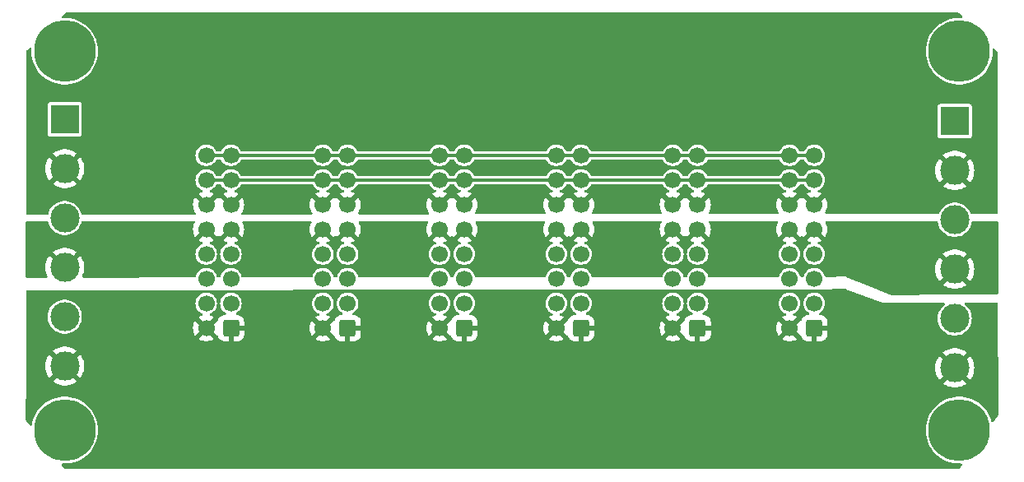
<source format=gtl>
%TF.GenerationSoftware,KiCad,Pcbnew,(7.0.0)*%
%TF.CreationDate,2023-02-19T17:38:59-05:00*%
%TF.ProjectId,ER-PWR-01,45522d50-5752-42d3-9031-2e6b69636164,rev?*%
%TF.SameCoordinates,Original*%
%TF.FileFunction,Copper,L1,Top*%
%TF.FilePolarity,Positive*%
%FSLAX46Y46*%
G04 Gerber Fmt 4.6, Leading zero omitted, Abs format (unit mm)*
G04 Created by KiCad (PCBNEW (7.0.0)) date 2023-02-19 17:38:59*
%MOMM*%
%LPD*%
G01*
G04 APERTURE LIST*
G04 Aperture macros list*
%AMRoundRect*
0 Rectangle with rounded corners*
0 $1 Rounding radius*
0 $2 $3 $4 $5 $6 $7 $8 $9 X,Y pos of 4 corners*
0 Add a 4 corners polygon primitive as box body*
4,1,4,$2,$3,$4,$5,$6,$7,$8,$9,$2,$3,0*
0 Add four circle primitives for the rounded corners*
1,1,$1+$1,$2,$3*
1,1,$1+$1,$4,$5*
1,1,$1+$1,$6,$7*
1,1,$1+$1,$8,$9*
0 Add four rect primitives between the rounded corners*
20,1,$1+$1,$2,$3,$4,$5,0*
20,1,$1+$1,$4,$5,$6,$7,0*
20,1,$1+$1,$6,$7,$8,$9,0*
20,1,$1+$1,$8,$9,$2,$3,0*%
G04 Aperture macros list end*
%TA.AperFunction,ComponentPad*%
%ADD10C,6.350000*%
%TD*%
%TA.AperFunction,ComponentPad*%
%ADD11RoundRect,0.250000X0.600000X0.600000X-0.600000X0.600000X-0.600000X-0.600000X0.600000X-0.600000X0*%
%TD*%
%TA.AperFunction,ComponentPad*%
%ADD12C,1.700000*%
%TD*%
%TA.AperFunction,ComponentPad*%
%ADD13R,3.000000X3.000000*%
%TD*%
%TA.AperFunction,ComponentPad*%
%ADD14C,3.000000*%
%TD*%
%TA.AperFunction,Conductor*%
%ADD15C,0.304800*%
%TD*%
G04 APERTURE END LIST*
D10*
%TO.P,MTG1,1*%
%TO.N,N/C*%
X94000000Y-83000000D03*
%TD*%
D11*
%TO.P,J7,1,Pin_1*%
%TO.N,/-12V*%
X171094400Y-72491600D03*
D12*
%TO.P,J7,2,Pin_2*%
X168554400Y-72491600D03*
%TO.P,J7,3,Pin_3*%
%TO.N,/GND*%
X171094400Y-69951600D03*
%TO.P,J7,4,Pin_4*%
X168554400Y-69951600D03*
%TO.P,J7,5,Pin_5*%
X171094400Y-67411600D03*
%TO.P,J7,6,Pin_6*%
X168554400Y-67411600D03*
%TO.P,J7,7,Pin_7*%
X171094400Y-64871600D03*
%TO.P,J7,8,Pin_8*%
X168554400Y-64871600D03*
%TO.P,J7,9,Pin_9*%
%TO.N,/+12V*%
X171094400Y-62331600D03*
%TO.P,J7,10,Pin_10*%
X168554400Y-62331600D03*
%TO.P,J7,11,Pin_11*%
%TO.N,/+5V*%
X171094400Y-59791600D03*
%TO.P,J7,12,Pin_12*%
X168554400Y-59791600D03*
%TO.P,J7,13,Pin_13*%
%TO.N,/P13*%
X171094400Y-57251600D03*
%TO.P,J7,14,Pin_14*%
X168554400Y-57251600D03*
%TO.P,J7,15,Pin_15*%
%TO.N,/P15*%
X171094400Y-54711600D03*
%TO.P,J7,16,Pin_16*%
X168554400Y-54711600D03*
%TD*%
D13*
%TO.P,J8,1,Pin_1*%
%TO.N,/GND*%
X185546999Y-51180999D03*
D14*
%TO.P,J8,2,Pin_2*%
%TO.N,/+5V*%
X185547000Y-56261000D03*
%TO.P,J8,3,Pin_3*%
%TO.N,/GND*%
X185547000Y-61341000D03*
%TO.P,J8,4,Pin_4*%
%TO.N,/+12V*%
X185547000Y-66421000D03*
%TO.P,J8,5,Pin_5*%
%TO.N,/GND*%
X185547000Y-71501000D03*
%TO.P,J8,6,Pin_6*%
%TO.N,/-12V*%
X185547000Y-76581000D03*
%TD*%
D11*
%TO.P,J2,1,Pin_1*%
%TO.N,/-12V*%
X111094400Y-72491600D03*
D12*
%TO.P,J2,2,Pin_2*%
X108554400Y-72491600D03*
%TO.P,J2,3,Pin_3*%
%TO.N,/GND*%
X111094400Y-69951600D03*
%TO.P,J2,4,Pin_4*%
X108554400Y-69951600D03*
%TO.P,J2,5,Pin_5*%
X111094400Y-67411600D03*
%TO.P,J2,6,Pin_6*%
X108554400Y-67411600D03*
%TO.P,J2,7,Pin_7*%
X111094400Y-64871600D03*
%TO.P,J2,8,Pin_8*%
X108554400Y-64871600D03*
%TO.P,J2,9,Pin_9*%
%TO.N,/+12V*%
X111094400Y-62331600D03*
%TO.P,J2,10,Pin_10*%
X108554400Y-62331600D03*
%TO.P,J2,11,Pin_11*%
%TO.N,/+5V*%
X111094400Y-59791600D03*
%TO.P,J2,12,Pin_12*%
X108554400Y-59791600D03*
%TO.P,J2,13,Pin_13*%
%TO.N,/P13*%
X111094400Y-57251600D03*
%TO.P,J2,14,Pin_14*%
X108554400Y-57251600D03*
%TO.P,J2,15,Pin_15*%
%TO.N,/P15*%
X111094400Y-54711600D03*
%TO.P,J2,16,Pin_16*%
X108554400Y-54711600D03*
%TD*%
D11*
%TO.P,J6,1,Pin_1*%
%TO.N,/-12V*%
X159094400Y-72491600D03*
D12*
%TO.P,J6,2,Pin_2*%
X156554400Y-72491600D03*
%TO.P,J6,3,Pin_3*%
%TO.N,/GND*%
X159094400Y-69951600D03*
%TO.P,J6,4,Pin_4*%
X156554400Y-69951600D03*
%TO.P,J6,5,Pin_5*%
X159094400Y-67411600D03*
%TO.P,J6,6,Pin_6*%
X156554400Y-67411600D03*
%TO.P,J6,7,Pin_7*%
X159094400Y-64871600D03*
%TO.P,J6,8,Pin_8*%
X156554400Y-64871600D03*
%TO.P,J6,9,Pin_9*%
%TO.N,/+12V*%
X159094400Y-62331600D03*
%TO.P,J6,10,Pin_10*%
X156554400Y-62331600D03*
%TO.P,J6,11,Pin_11*%
%TO.N,/+5V*%
X159094400Y-59791600D03*
%TO.P,J6,12,Pin_12*%
X156554400Y-59791600D03*
%TO.P,J6,13,Pin_13*%
%TO.N,/P13*%
X159094400Y-57251600D03*
%TO.P,J6,14,Pin_14*%
X156554400Y-57251600D03*
%TO.P,J6,15,Pin_15*%
%TO.N,/P15*%
X159094400Y-54711600D03*
%TO.P,J6,16,Pin_16*%
X156554400Y-54711600D03*
%TD*%
D11*
%TO.P,J5,1,Pin_1*%
%TO.N,/-12V*%
X147094400Y-72491600D03*
D12*
%TO.P,J5,2,Pin_2*%
X144554400Y-72491600D03*
%TO.P,J5,3,Pin_3*%
%TO.N,/GND*%
X147094400Y-69951600D03*
%TO.P,J5,4,Pin_4*%
X144554400Y-69951600D03*
%TO.P,J5,5,Pin_5*%
X147094400Y-67411600D03*
%TO.P,J5,6,Pin_6*%
X144554400Y-67411600D03*
%TO.P,J5,7,Pin_7*%
X147094400Y-64871600D03*
%TO.P,J5,8,Pin_8*%
X144554400Y-64871600D03*
%TO.P,J5,9,Pin_9*%
%TO.N,/+12V*%
X147094400Y-62331600D03*
%TO.P,J5,10,Pin_10*%
X144554400Y-62331600D03*
%TO.P,J5,11,Pin_11*%
%TO.N,/+5V*%
X147094400Y-59791600D03*
%TO.P,J5,12,Pin_12*%
X144554400Y-59791600D03*
%TO.P,J5,13,Pin_13*%
%TO.N,/P13*%
X147094400Y-57251600D03*
%TO.P,J5,14,Pin_14*%
X144554400Y-57251600D03*
%TO.P,J5,15,Pin_15*%
%TO.N,/P15*%
X147094400Y-54711600D03*
%TO.P,J5,16,Pin_16*%
X144554400Y-54711600D03*
%TD*%
D13*
%TO.P,J1,1,Pin_1*%
%TO.N,/GND*%
X93999989Y-50999999D03*
D14*
%TO.P,J1,2,Pin_2*%
%TO.N,/+5V*%
X93999990Y-56080000D03*
%TO.P,J1,3,Pin_3*%
%TO.N,/GND*%
X93999990Y-61160000D03*
%TO.P,J1,4,Pin_4*%
%TO.N,/+12V*%
X93999990Y-66240000D03*
%TO.P,J1,5,Pin_5*%
%TO.N,/GND*%
X93999990Y-71320000D03*
%TO.P,J1,6,Pin_6*%
%TO.N,/-12V*%
X93999990Y-76400000D03*
%TD*%
D10*
%TO.P,MTG3,1*%
%TO.N,N/C*%
X94000000Y-44000000D03*
%TD*%
D11*
%TO.P,J4,1,Pin_1*%
%TO.N,/-12V*%
X135094400Y-72491600D03*
D12*
%TO.P,J4,2,Pin_2*%
X132554400Y-72491600D03*
%TO.P,J4,3,Pin_3*%
%TO.N,/GND*%
X135094400Y-69951600D03*
%TO.P,J4,4,Pin_4*%
X132554400Y-69951600D03*
%TO.P,J4,5,Pin_5*%
X135094400Y-67411600D03*
%TO.P,J4,6,Pin_6*%
X132554400Y-67411600D03*
%TO.P,J4,7,Pin_7*%
X135094400Y-64871600D03*
%TO.P,J4,8,Pin_8*%
X132554400Y-64871600D03*
%TO.P,J4,9,Pin_9*%
%TO.N,/+12V*%
X135094400Y-62331600D03*
%TO.P,J4,10,Pin_10*%
X132554400Y-62331600D03*
%TO.P,J4,11,Pin_11*%
%TO.N,/+5V*%
X135094400Y-59791600D03*
%TO.P,J4,12,Pin_12*%
X132554400Y-59791600D03*
%TO.P,J4,13,Pin_13*%
%TO.N,/P13*%
X135094400Y-57251600D03*
%TO.P,J4,14,Pin_14*%
X132554400Y-57251600D03*
%TO.P,J4,15,Pin_15*%
%TO.N,/P15*%
X135094400Y-54711600D03*
%TO.P,J4,16,Pin_16*%
X132554400Y-54711600D03*
%TD*%
D11*
%TO.P,J3,1,Pin_1*%
%TO.N,/-12V*%
X123094400Y-72491600D03*
D12*
%TO.P,J3,2,Pin_2*%
X120554400Y-72491600D03*
%TO.P,J3,3,Pin_3*%
%TO.N,/GND*%
X123094400Y-69951600D03*
%TO.P,J3,4,Pin_4*%
X120554400Y-69951600D03*
%TO.P,J3,5,Pin_5*%
X123094400Y-67411600D03*
%TO.P,J3,6,Pin_6*%
X120554400Y-67411600D03*
%TO.P,J3,7,Pin_7*%
X123094400Y-64871600D03*
%TO.P,J3,8,Pin_8*%
X120554400Y-64871600D03*
%TO.P,J3,9,Pin_9*%
%TO.N,/+12V*%
X123094400Y-62331600D03*
%TO.P,J3,10,Pin_10*%
X120554400Y-62331600D03*
%TO.P,J3,11,Pin_11*%
%TO.N,/+5V*%
X123094400Y-59791600D03*
%TO.P,J3,12,Pin_12*%
X120554400Y-59791600D03*
%TO.P,J3,13,Pin_13*%
%TO.N,/P13*%
X123094400Y-57251600D03*
%TO.P,J3,14,Pin_14*%
X120554400Y-57251600D03*
%TO.P,J3,15,Pin_15*%
%TO.N,/P15*%
X123094400Y-54711600D03*
%TO.P,J3,16,Pin_16*%
X120554400Y-54711600D03*
%TD*%
D10*
%TO.P,MTG2,1*%
%TO.N,N/C*%
X186000000Y-83000000D03*
%TD*%
%TO.P,MTG4,1*%
%TO.N,N/C*%
X186000000Y-44000000D03*
%TD*%
D15*
%TO.N,/P13*%
X147094400Y-57251600D02*
X156554400Y-57251600D01*
X156554400Y-57251600D02*
X159094400Y-57251600D01*
X135094400Y-57251600D02*
X144554400Y-57251600D01*
X144554400Y-57251600D02*
X147094400Y-57251600D01*
X120554400Y-57251600D02*
X123094400Y-57251600D01*
X111094400Y-57251600D02*
X120554400Y-57251600D01*
X123094400Y-57251600D02*
X132554400Y-57251600D01*
X132554400Y-57251600D02*
X135094400Y-57251600D01*
X108554400Y-57251600D02*
X111094400Y-57251600D01*
X168554400Y-57251600D02*
X171094400Y-57251600D01*
X159094400Y-57251600D02*
X168554400Y-57251600D01*
%TO.N,/P15*%
X123094400Y-54711600D02*
X132554400Y-54711600D01*
X156554400Y-54711600D02*
X159094400Y-54711600D01*
X147094400Y-54711600D02*
X156554400Y-54711600D01*
X120554400Y-54711600D02*
X123094400Y-54711600D01*
X135094400Y-54711600D02*
X144554400Y-54711600D01*
X108554400Y-54711600D02*
X111094400Y-54711600D01*
X111094400Y-54711600D02*
X120554400Y-54711600D01*
X132554400Y-54711600D02*
X135094400Y-54711600D01*
X168554400Y-54711600D02*
X171094400Y-54711600D01*
X144554400Y-54711600D02*
X147094400Y-54711600D01*
X159094400Y-54711600D02*
X168554400Y-54711600D01*
%TD*%
%TA.AperFunction,Conductor*%
%TO.N,/+5V*%
G36*
X185924028Y-40014591D02*
G01*
X185964905Y-40041905D01*
X186278598Y-40355598D01*
X186309751Y-40407057D01*
X186313496Y-40467094D01*
X186288980Y-40522026D01*
X186241791Y-40559332D01*
X186185942Y-40569892D01*
X186185942Y-40570500D01*
X185814058Y-40570500D01*
X185810671Y-40570868D01*
X185810659Y-40570869D01*
X185447746Y-40610339D01*
X185447744Y-40610339D01*
X185444354Y-40610708D01*
X185441029Y-40611439D01*
X185441022Y-40611441D01*
X185084499Y-40689917D01*
X185084483Y-40689921D01*
X185081164Y-40690652D01*
X185077938Y-40691738D01*
X185077927Y-40691742D01*
X184731989Y-40808302D01*
X184731978Y-40808306D01*
X184728747Y-40809395D01*
X184725665Y-40810820D01*
X184725647Y-40810828D01*
X184394323Y-40964115D01*
X184394310Y-40964121D01*
X184391234Y-40965545D01*
X184388326Y-40967294D01*
X184388314Y-40967301D01*
X184075514Y-41155507D01*
X184075502Y-41155514D01*
X184072582Y-41157272D01*
X184069866Y-41159335D01*
X184069858Y-41159342D01*
X183779246Y-41380259D01*
X183779236Y-41380266D01*
X183776528Y-41382326D01*
X183774053Y-41384669D01*
X183774044Y-41384678D01*
X183509017Y-41635725D01*
X183509002Y-41635740D01*
X183506542Y-41638071D01*
X183504345Y-41640657D01*
X183504336Y-41640667D01*
X183268002Y-41918901D01*
X183267997Y-41918907D01*
X183265789Y-41921507D01*
X183263878Y-41924324D01*
X183263873Y-41924332D01*
X183059003Y-42226492D01*
X183057092Y-42229311D01*
X183055505Y-42232304D01*
X183055495Y-42232321D01*
X182884499Y-42554855D01*
X182884491Y-42554871D01*
X182882899Y-42557875D01*
X182881642Y-42561027D01*
X182881633Y-42561049D01*
X182746513Y-42900175D01*
X182746508Y-42900188D01*
X182745250Y-42903347D01*
X182744337Y-42906633D01*
X182744335Y-42906641D01*
X182646673Y-43258387D01*
X182646668Y-43258407D01*
X182645761Y-43261676D01*
X182645210Y-43265031D01*
X182645209Y-43265040D01*
X182586149Y-43625283D01*
X182586147Y-43625297D01*
X182585596Y-43628661D01*
X182585411Y-43632068D01*
X182585410Y-43632080D01*
X182572287Y-43874134D01*
X182565463Y-44000000D01*
X182565648Y-44003412D01*
X182585410Y-44367919D01*
X182585411Y-44367929D01*
X182585596Y-44371339D01*
X182586147Y-44374704D01*
X182586149Y-44374716D01*
X182645209Y-44734959D01*
X182645761Y-44738324D01*
X182646669Y-44741596D01*
X182646673Y-44741612D01*
X182744335Y-45093358D01*
X182745250Y-45096653D01*
X182746510Y-45099816D01*
X182746513Y-45099824D01*
X182881633Y-45438950D01*
X182881639Y-45438964D01*
X182882899Y-45442125D01*
X182884495Y-45445135D01*
X182884499Y-45445144D01*
X183055495Y-45767678D01*
X183055500Y-45767687D01*
X183057092Y-45770689D01*
X183265789Y-46078493D01*
X183506542Y-46361929D01*
X183509011Y-46364268D01*
X183509017Y-46364274D01*
X183762951Y-46604813D01*
X183776528Y-46617674D01*
X184072582Y-46842728D01*
X184391234Y-47034455D01*
X184728747Y-47190605D01*
X185081164Y-47309348D01*
X185444354Y-47389292D01*
X185814058Y-47429500D01*
X186182527Y-47429500D01*
X186185942Y-47429500D01*
X186555646Y-47389292D01*
X186918836Y-47309348D01*
X187271253Y-47190605D01*
X187608766Y-47034455D01*
X187927418Y-46842728D01*
X188223472Y-46617674D01*
X188493458Y-46361929D01*
X188734211Y-46078493D01*
X188942908Y-45770689D01*
X189117101Y-45442125D01*
X189254750Y-45096653D01*
X189354239Y-44738324D01*
X189414404Y-44371339D01*
X189434537Y-44000000D01*
X189424353Y-43812176D01*
X189435528Y-43753072D01*
X189472834Y-43705882D01*
X189527766Y-43681366D01*
X189587804Y-43685110D01*
X189639263Y-43716263D01*
X189955095Y-44032095D01*
X189982409Y-44072972D01*
X189992000Y-44121190D01*
X189992000Y-60580160D01*
X189975146Y-60643114D01*
X189929092Y-60689226D01*
X189866160Y-60706159D01*
X189542649Y-60706570D01*
X187269992Y-60709458D01*
X187220987Y-60699605D01*
X187179670Y-60671474D01*
X187152542Y-60629490D01*
X187144821Y-60609818D01*
X187132183Y-60577616D01*
X187119202Y-60555133D01*
X187055336Y-60444513D01*
X187000701Y-60349883D01*
X186836746Y-60144290D01*
X186808009Y-60117626D01*
X186647435Y-59968635D01*
X186647429Y-59968630D01*
X186643980Y-59965430D01*
X186426710Y-59817298D01*
X186422469Y-59815255D01*
X186422461Y-59815251D01*
X186194037Y-59705248D01*
X186194034Y-59705247D01*
X186189788Y-59703202D01*
X186185290Y-59701814D01*
X186185281Y-59701811D01*
X185943009Y-59627080D01*
X185943004Y-59627078D01*
X185938508Y-59625692D01*
X185933854Y-59624990D01*
X185933852Y-59624990D01*
X185683143Y-59587202D01*
X185683136Y-59587201D01*
X185678482Y-59586500D01*
X185415518Y-59586500D01*
X185410864Y-59587201D01*
X185410856Y-59587202D01*
X185160147Y-59624990D01*
X185160142Y-59624991D01*
X185155492Y-59625692D01*
X185150998Y-59627078D01*
X185150990Y-59627080D01*
X184908718Y-59701811D01*
X184908705Y-59701816D01*
X184904212Y-59703202D01*
X184899969Y-59705244D01*
X184899962Y-59705248D01*
X184671538Y-59815251D01*
X184671524Y-59815258D01*
X184667290Y-59817298D01*
X184663401Y-59819948D01*
X184663393Y-59819954D01*
X184453918Y-59962772D01*
X184453914Y-59962774D01*
X184450020Y-59965430D01*
X184446576Y-59968624D01*
X184446564Y-59968635D01*
X184260703Y-60141089D01*
X184260697Y-60141094D01*
X184257254Y-60144290D01*
X184254326Y-60147960D01*
X184254319Y-60147969D01*
X184096234Y-60346202D01*
X184096231Y-60346206D01*
X184093299Y-60349883D01*
X184090945Y-60353959D01*
X184090943Y-60353963D01*
X183964176Y-60573528D01*
X183964169Y-60573540D01*
X183961817Y-60577616D01*
X183960098Y-60581993D01*
X183960092Y-60582008D01*
X183939738Y-60633872D01*
X183912684Y-60675779D01*
X183871489Y-60703904D01*
X183822608Y-60713839D01*
X172337462Y-60728432D01*
X172272907Y-60710734D01*
X172226526Y-60662471D01*
X172211408Y-60597264D01*
X172231820Y-60533516D01*
X172289963Y-60444521D01*
X172294911Y-60435378D01*
X172381129Y-60238823D01*
X172384499Y-60229007D01*
X172437190Y-60020935D01*
X172438899Y-60010692D01*
X172456624Y-59796789D01*
X172456624Y-59786411D01*
X172438899Y-59572507D01*
X172437190Y-59562264D01*
X172384499Y-59354192D01*
X172381129Y-59344376D01*
X172294913Y-59147825D01*
X172289963Y-59138678D01*
X172225164Y-59039498D01*
X172217070Y-59031651D01*
X172207538Y-59037670D01*
X171183494Y-60061714D01*
X171127010Y-60094326D01*
X171061788Y-60094326D01*
X171005304Y-60061714D01*
X169981260Y-59037670D01*
X169971728Y-59031651D01*
X169963632Y-59039500D01*
X169929881Y-59091160D01*
X169884368Y-59133057D01*
X169824399Y-59148243D01*
X169764430Y-59133057D01*
X169718917Y-59091160D01*
X169685163Y-59039497D01*
X169677070Y-59031651D01*
X169667538Y-59037670D01*
X168643494Y-60061714D01*
X168587010Y-60094326D01*
X168521788Y-60094326D01*
X168465304Y-60061714D01*
X167441260Y-59037670D01*
X167431728Y-59031651D01*
X167423634Y-59039499D01*
X167358831Y-59138686D01*
X167353888Y-59147821D01*
X167267670Y-59344376D01*
X167264300Y-59354192D01*
X167211609Y-59562264D01*
X167209900Y-59572507D01*
X167192176Y-59786411D01*
X167192176Y-59796789D01*
X167209900Y-60010692D01*
X167211609Y-60020935D01*
X167264300Y-60229007D01*
X167267670Y-60238823D01*
X167353888Y-60435378D01*
X167358831Y-60444513D01*
X167421149Y-60539897D01*
X167441557Y-60603566D01*
X167426518Y-60668712D01*
X167380267Y-60716992D01*
X167315826Y-60734813D01*
X160327492Y-60743692D01*
X160262937Y-60725994D01*
X160216556Y-60677731D01*
X160201438Y-60612524D01*
X160221850Y-60548776D01*
X160289963Y-60444521D01*
X160294911Y-60435378D01*
X160381129Y-60238823D01*
X160384499Y-60229007D01*
X160437190Y-60020935D01*
X160438899Y-60010692D01*
X160456624Y-59796789D01*
X160456624Y-59786411D01*
X160438899Y-59572507D01*
X160437190Y-59562264D01*
X160384499Y-59354192D01*
X160381129Y-59344376D01*
X160294913Y-59147825D01*
X160289963Y-59138678D01*
X160225164Y-59039498D01*
X160217070Y-59031651D01*
X160207538Y-59037670D01*
X159183494Y-60061714D01*
X159127010Y-60094326D01*
X159061788Y-60094326D01*
X159005304Y-60061714D01*
X157981260Y-59037670D01*
X157971728Y-59031651D01*
X157963632Y-59039500D01*
X157929881Y-59091160D01*
X157884368Y-59133057D01*
X157824399Y-59148243D01*
X157764430Y-59133057D01*
X157718917Y-59091160D01*
X157685163Y-59039497D01*
X157677070Y-59031651D01*
X157667538Y-59037670D01*
X156643494Y-60061714D01*
X156587010Y-60094326D01*
X156521788Y-60094326D01*
X156465304Y-60061714D01*
X155441260Y-59037670D01*
X155431728Y-59031651D01*
X155423634Y-59039499D01*
X155358831Y-59138686D01*
X155353888Y-59147821D01*
X155267670Y-59344376D01*
X155264300Y-59354192D01*
X155211609Y-59562264D01*
X155209900Y-59572507D01*
X155192176Y-59786411D01*
X155192176Y-59796789D01*
X155209900Y-60010692D01*
X155211609Y-60020935D01*
X155264300Y-60229007D01*
X155267670Y-60238823D01*
X155353888Y-60435378D01*
X155358834Y-60444519D01*
X155431102Y-60555133D01*
X155451510Y-60618801D01*
X155436471Y-60683947D01*
X155390220Y-60732227D01*
X155325779Y-60750048D01*
X148317522Y-60758953D01*
X148252968Y-60741255D01*
X148206586Y-60692992D01*
X148191468Y-60627786D01*
X148211879Y-60564037D01*
X148289968Y-60444513D01*
X148294911Y-60435378D01*
X148381129Y-60238823D01*
X148384499Y-60229007D01*
X148437190Y-60020935D01*
X148438899Y-60010692D01*
X148456624Y-59796789D01*
X148456624Y-59786411D01*
X148438899Y-59572507D01*
X148437190Y-59562264D01*
X148384499Y-59354192D01*
X148381129Y-59344376D01*
X148294913Y-59147825D01*
X148289963Y-59138678D01*
X148225164Y-59039498D01*
X148217070Y-59031651D01*
X148207538Y-59037670D01*
X147183494Y-60061714D01*
X147127010Y-60094326D01*
X147061788Y-60094326D01*
X147005304Y-60061714D01*
X145981260Y-59037670D01*
X145971728Y-59031651D01*
X145963632Y-59039500D01*
X145929881Y-59091160D01*
X145884368Y-59133057D01*
X145824399Y-59148243D01*
X145764430Y-59133057D01*
X145718917Y-59091160D01*
X145685163Y-59039497D01*
X145677070Y-59031651D01*
X145667538Y-59037670D01*
X144643494Y-60061714D01*
X144587010Y-60094326D01*
X144521788Y-60094326D01*
X144465304Y-60061714D01*
X143441260Y-59037670D01*
X143431728Y-59031651D01*
X143423634Y-59039499D01*
X143358831Y-59138686D01*
X143353888Y-59147821D01*
X143267670Y-59344376D01*
X143264300Y-59354192D01*
X143211609Y-59562264D01*
X143209900Y-59572507D01*
X143192176Y-59786411D01*
X143192176Y-59796789D01*
X143209900Y-60010692D01*
X143211609Y-60020935D01*
X143264300Y-60229007D01*
X143267670Y-60238823D01*
X143353888Y-60435378D01*
X143358831Y-60444513D01*
X143441056Y-60570367D01*
X143461464Y-60634036D01*
X143446425Y-60699182D01*
X143400174Y-60747462D01*
X143335733Y-60765283D01*
X136307552Y-60774213D01*
X136242998Y-60756515D01*
X136196616Y-60708252D01*
X136181498Y-60643046D01*
X136201909Y-60579297D01*
X136289968Y-60444513D01*
X136294911Y-60435378D01*
X136381129Y-60238823D01*
X136384499Y-60229007D01*
X136437190Y-60020935D01*
X136438899Y-60010692D01*
X136456624Y-59796789D01*
X136456624Y-59786411D01*
X136438899Y-59572507D01*
X136437190Y-59562264D01*
X136384499Y-59354192D01*
X136381129Y-59344376D01*
X136294913Y-59147825D01*
X136289963Y-59138678D01*
X136225164Y-59039498D01*
X136217070Y-59031651D01*
X136207538Y-59037670D01*
X135183494Y-60061714D01*
X135127010Y-60094326D01*
X135061788Y-60094326D01*
X135005304Y-60061714D01*
X133981260Y-59037670D01*
X133971728Y-59031651D01*
X133963632Y-59039500D01*
X133929881Y-59091160D01*
X133884368Y-59133057D01*
X133824399Y-59148243D01*
X133764430Y-59133057D01*
X133718917Y-59091160D01*
X133685163Y-59039497D01*
X133677070Y-59031651D01*
X133667538Y-59037670D01*
X132643494Y-60061714D01*
X132587010Y-60094326D01*
X132521788Y-60094326D01*
X132465304Y-60061714D01*
X131441260Y-59037670D01*
X131431728Y-59031651D01*
X131423634Y-59039499D01*
X131358831Y-59138686D01*
X131353888Y-59147821D01*
X131267670Y-59344376D01*
X131264300Y-59354192D01*
X131211609Y-59562264D01*
X131209900Y-59572507D01*
X131192176Y-59786411D01*
X131192176Y-59796789D01*
X131209900Y-60010692D01*
X131211609Y-60020935D01*
X131264300Y-60229007D01*
X131267670Y-60238823D01*
X131353888Y-60435378D01*
X131358831Y-60444513D01*
X131451009Y-60585601D01*
X131471417Y-60649270D01*
X131456378Y-60714416D01*
X131410127Y-60762696D01*
X131345686Y-60780517D01*
X124297582Y-60789473D01*
X124233028Y-60771775D01*
X124186646Y-60723512D01*
X124171528Y-60658306D01*
X124191939Y-60594557D01*
X124289968Y-60444513D01*
X124294911Y-60435378D01*
X124381129Y-60238823D01*
X124384499Y-60229007D01*
X124437190Y-60020935D01*
X124438899Y-60010692D01*
X124456624Y-59796789D01*
X124456624Y-59786411D01*
X124438899Y-59572507D01*
X124437190Y-59562264D01*
X124384499Y-59354192D01*
X124381129Y-59344376D01*
X124294913Y-59147825D01*
X124289963Y-59138678D01*
X124225164Y-59039498D01*
X124217070Y-59031651D01*
X124207538Y-59037670D01*
X123183494Y-60061714D01*
X123127010Y-60094326D01*
X123061788Y-60094326D01*
X123005304Y-60061714D01*
X121981260Y-59037670D01*
X121971728Y-59031651D01*
X121963632Y-59039500D01*
X121929881Y-59091160D01*
X121884368Y-59133057D01*
X121824399Y-59148243D01*
X121764430Y-59133057D01*
X121718917Y-59091160D01*
X121685163Y-59039497D01*
X121677070Y-59031651D01*
X121667538Y-59037670D01*
X120643494Y-60061714D01*
X120587010Y-60094326D01*
X120521788Y-60094326D01*
X120465304Y-60061714D01*
X119441260Y-59037670D01*
X119431728Y-59031651D01*
X119423634Y-59039499D01*
X119358831Y-59138686D01*
X119353888Y-59147821D01*
X119267670Y-59344376D01*
X119264300Y-59354192D01*
X119211609Y-59562264D01*
X119209900Y-59572507D01*
X119192176Y-59786411D01*
X119192176Y-59796789D01*
X119209900Y-60010692D01*
X119211609Y-60020935D01*
X119264300Y-60229007D01*
X119267670Y-60238823D01*
X119353888Y-60435378D01*
X119358831Y-60444513D01*
X119460963Y-60600837D01*
X119481371Y-60664506D01*
X119466332Y-60729652D01*
X119420081Y-60777932D01*
X119355640Y-60795753D01*
X112287611Y-60804734D01*
X112223056Y-60787036D01*
X112176675Y-60738773D01*
X112161557Y-60673566D01*
X112181968Y-60609818D01*
X112289968Y-60444513D01*
X112294911Y-60435378D01*
X112381129Y-60238823D01*
X112384499Y-60229007D01*
X112437190Y-60020935D01*
X112438899Y-60010692D01*
X112456624Y-59796789D01*
X112456624Y-59786411D01*
X112438899Y-59572507D01*
X112437190Y-59562264D01*
X112384499Y-59354192D01*
X112381129Y-59344376D01*
X112294913Y-59147825D01*
X112289963Y-59138678D01*
X112225164Y-59039498D01*
X112217070Y-59031651D01*
X112207538Y-59037670D01*
X111183494Y-60061714D01*
X111127010Y-60094326D01*
X111061788Y-60094326D01*
X111005304Y-60061714D01*
X109981260Y-59037670D01*
X109971728Y-59031651D01*
X109963632Y-59039500D01*
X109929881Y-59091160D01*
X109884368Y-59133057D01*
X109824399Y-59148243D01*
X109764430Y-59133057D01*
X109718917Y-59091160D01*
X109685163Y-59039497D01*
X109677070Y-59031651D01*
X109667538Y-59037670D01*
X108643494Y-60061714D01*
X108587010Y-60094326D01*
X108521788Y-60094326D01*
X108465304Y-60061714D01*
X107441260Y-59037670D01*
X107431728Y-59031651D01*
X107423634Y-59039499D01*
X107358831Y-59138686D01*
X107353888Y-59147821D01*
X107267670Y-59344376D01*
X107264300Y-59354192D01*
X107211609Y-59562264D01*
X107209900Y-59572507D01*
X107192176Y-59786411D01*
X107192176Y-59796789D01*
X107209900Y-60010692D01*
X107211609Y-60020935D01*
X107264300Y-60229007D01*
X107267670Y-60238823D01*
X107353888Y-60435378D01*
X107358831Y-60444513D01*
X107470917Y-60616072D01*
X107491325Y-60679741D01*
X107476286Y-60744887D01*
X107430035Y-60793167D01*
X107365594Y-60810988D01*
X95823939Y-60825654D01*
X95769205Y-60813222D01*
X95725301Y-60778255D01*
X95700939Y-60727692D01*
X95681244Y-60641402D01*
X95679519Y-60637008D01*
X95656210Y-60577616D01*
X95585173Y-60396616D01*
X95453691Y-60168883D01*
X95317807Y-59998490D01*
X95292670Y-59966969D01*
X95292669Y-59966968D01*
X95289736Y-59963290D01*
X95260999Y-59936626D01*
X95100425Y-59787635D01*
X95100419Y-59787630D01*
X95096970Y-59784430D01*
X94879700Y-59636298D01*
X94875459Y-59634255D01*
X94875451Y-59634251D01*
X94647027Y-59524248D01*
X94647024Y-59524247D01*
X94642778Y-59522202D01*
X94638280Y-59520814D01*
X94638271Y-59520811D01*
X94395999Y-59446080D01*
X94395994Y-59446078D01*
X94391498Y-59444692D01*
X94386844Y-59443990D01*
X94386842Y-59443990D01*
X94136133Y-59406202D01*
X94136126Y-59406201D01*
X94131472Y-59405500D01*
X93868508Y-59405500D01*
X93863854Y-59406201D01*
X93863846Y-59406202D01*
X93613137Y-59443990D01*
X93613132Y-59443991D01*
X93608482Y-59444692D01*
X93603988Y-59446078D01*
X93603980Y-59446080D01*
X93361708Y-59520811D01*
X93361695Y-59520816D01*
X93357202Y-59522202D01*
X93352959Y-59524244D01*
X93352952Y-59524248D01*
X93124528Y-59634251D01*
X93124514Y-59634258D01*
X93120280Y-59636298D01*
X93116391Y-59638948D01*
X93116383Y-59638954D01*
X92906908Y-59781772D01*
X92906904Y-59781774D01*
X92903010Y-59784430D01*
X92899566Y-59787624D01*
X92899554Y-59787635D01*
X92713693Y-59960089D01*
X92713687Y-59960094D01*
X92710244Y-59963290D01*
X92707316Y-59966960D01*
X92707309Y-59966969D01*
X92549224Y-60165202D01*
X92549221Y-60165206D01*
X92546289Y-60168883D01*
X92543935Y-60172959D01*
X92543933Y-60172963D01*
X92417166Y-60392528D01*
X92417159Y-60392540D01*
X92414807Y-60396616D01*
X92413084Y-60401004D01*
X92413083Y-60401008D01*
X92320460Y-60637008D01*
X92320458Y-60637014D01*
X92318736Y-60641402D01*
X92317688Y-60645989D01*
X92317686Y-60645999D01*
X92297982Y-60732329D01*
X92273685Y-60782808D01*
X92229906Y-60817766D01*
X92175301Y-60830290D01*
X90848248Y-60831976D01*
X90169158Y-60832839D01*
X90106092Y-60816013D01*
X90059908Y-60769886D01*
X90043000Y-60706840D01*
X90043000Y-57668201D01*
X92776434Y-57668201D01*
X92784420Y-57679652D01*
X92835974Y-57721595D01*
X92842985Y-57726543D01*
X93070342Y-57864802D01*
X93077971Y-57868754D01*
X93322029Y-57974764D01*
X93330122Y-57977641D01*
X93586349Y-58049433D01*
X93594767Y-58051182D01*
X93858370Y-58087413D01*
X93866944Y-58088000D01*
X94133036Y-58088000D01*
X94141609Y-58087413D01*
X94405212Y-58051182D01*
X94413630Y-58049433D01*
X94669857Y-57977641D01*
X94677950Y-57974764D01*
X94922008Y-57868754D01*
X94929637Y-57864802D01*
X95156994Y-57726543D01*
X95164004Y-57721595D01*
X95215558Y-57679652D01*
X95223544Y-57668200D01*
X95216769Y-57655989D01*
X94011719Y-56450939D01*
X93999990Y-56444167D01*
X93988260Y-56450939D01*
X92783209Y-57655989D01*
X92776434Y-57668201D01*
X90043000Y-57668201D01*
X90043000Y-56084298D01*
X91987592Y-56084298D01*
X92005750Y-56349769D01*
X92006918Y-56358268D01*
X92061059Y-56618807D01*
X92063374Y-56627072D01*
X92152485Y-56877806D01*
X92155907Y-56885682D01*
X92278323Y-57121934D01*
X92282790Y-57129280D01*
X92402591Y-57299000D01*
X92410849Y-57306517D01*
X92420269Y-57300509D01*
X93629050Y-56091729D01*
X93635822Y-56080000D01*
X94364157Y-56080000D01*
X94370929Y-56091729D01*
X95579709Y-57300509D01*
X95589129Y-57306517D01*
X95597387Y-57299000D01*
X95630846Y-57251600D01*
X107445168Y-57251600D01*
X107445706Y-57257406D01*
X107463516Y-57449615D01*
X107463517Y-57449625D01*
X107464055Y-57455421D01*
X107520072Y-57652301D01*
X107611312Y-57835535D01*
X107614821Y-57840182D01*
X107614822Y-57840183D01*
X107731155Y-57994234D01*
X107731159Y-57994238D01*
X107734668Y-57998885D01*
X107738970Y-58002807D01*
X107738973Y-58002810D01*
X107792035Y-58051182D01*
X107885938Y-58136786D01*
X108059973Y-58244544D01*
X108112962Y-58265072D01*
X108122809Y-58268887D01*
X108172604Y-58303967D01*
X108200125Y-58358306D01*
X108198940Y-58419206D01*
X108169326Y-58472434D01*
X108118204Y-58505551D01*
X108011960Y-58542024D01*
X108002442Y-58546199D01*
X107813677Y-58648354D01*
X107804991Y-58654028D01*
X107802845Y-58655698D01*
X107794610Y-58667065D01*
X107801379Y-58679369D01*
X108542670Y-59420660D01*
X108554399Y-59427432D01*
X108566130Y-59420659D01*
X109307422Y-58679366D01*
X109314188Y-58667066D01*
X109305951Y-58655696D01*
X109303811Y-58654031D01*
X109295120Y-58648353D01*
X109106357Y-58546199D01*
X109096840Y-58542024D01*
X108990595Y-58505551D01*
X108939473Y-58472434D01*
X108909859Y-58419206D01*
X108908674Y-58358306D01*
X108936195Y-58303966D01*
X108985988Y-58268887D01*
X109048827Y-58244544D01*
X109222862Y-58136786D01*
X109374132Y-57998885D01*
X109497488Y-57835535D01*
X109550866Y-57728336D01*
X109597326Y-57677373D01*
X109663657Y-57658500D01*
X109985143Y-57658500D01*
X110051474Y-57677373D01*
X110097933Y-57728336D01*
X110151312Y-57835535D01*
X110154820Y-57840181D01*
X110154823Y-57840185D01*
X110271155Y-57994234D01*
X110271159Y-57994238D01*
X110274668Y-57998885D01*
X110278970Y-58002807D01*
X110278973Y-58002810D01*
X110332035Y-58051182D01*
X110425938Y-58136786D01*
X110599973Y-58244544D01*
X110652962Y-58265072D01*
X110662809Y-58268887D01*
X110712604Y-58303967D01*
X110740125Y-58358306D01*
X110738940Y-58419206D01*
X110709326Y-58472434D01*
X110658204Y-58505551D01*
X110551960Y-58542024D01*
X110542442Y-58546199D01*
X110353677Y-58648354D01*
X110344991Y-58654028D01*
X110342845Y-58655698D01*
X110334610Y-58667065D01*
X110341379Y-58679369D01*
X111082670Y-59420660D01*
X111094399Y-59427432D01*
X111106130Y-59420659D01*
X111847422Y-58679366D01*
X111854188Y-58667066D01*
X111845951Y-58655696D01*
X111843811Y-58654031D01*
X111835120Y-58648353D01*
X111646357Y-58546199D01*
X111636840Y-58542024D01*
X111530595Y-58505551D01*
X111479473Y-58472434D01*
X111449859Y-58419206D01*
X111448674Y-58358306D01*
X111476195Y-58303966D01*
X111525988Y-58268887D01*
X111588827Y-58244544D01*
X111762862Y-58136786D01*
X111914132Y-57998885D01*
X112037488Y-57835535D01*
X112090866Y-57728336D01*
X112137326Y-57677373D01*
X112203657Y-57658500D01*
X119445143Y-57658500D01*
X119511474Y-57677373D01*
X119557933Y-57728336D01*
X119611312Y-57835535D01*
X119614820Y-57840181D01*
X119614823Y-57840185D01*
X119731155Y-57994234D01*
X119731159Y-57994238D01*
X119734668Y-57998885D01*
X119738970Y-58002807D01*
X119738973Y-58002810D01*
X119792035Y-58051182D01*
X119885938Y-58136786D01*
X120059973Y-58244544D01*
X120112962Y-58265072D01*
X120122809Y-58268887D01*
X120172604Y-58303967D01*
X120200125Y-58358306D01*
X120198940Y-58419206D01*
X120169326Y-58472434D01*
X120118204Y-58505551D01*
X120011960Y-58542024D01*
X120002442Y-58546199D01*
X119813677Y-58648354D01*
X119804991Y-58654028D01*
X119802845Y-58655698D01*
X119794610Y-58667065D01*
X119801379Y-58679369D01*
X120542670Y-59420660D01*
X120554399Y-59427432D01*
X120566130Y-59420659D01*
X121307422Y-58679366D01*
X121314188Y-58667066D01*
X121305951Y-58655696D01*
X121303811Y-58654031D01*
X121295120Y-58648353D01*
X121106357Y-58546199D01*
X121096840Y-58542024D01*
X120990595Y-58505551D01*
X120939473Y-58472434D01*
X120909859Y-58419206D01*
X120908674Y-58358306D01*
X120936195Y-58303966D01*
X120985988Y-58268887D01*
X121048827Y-58244544D01*
X121222862Y-58136786D01*
X121374132Y-57998885D01*
X121497488Y-57835535D01*
X121550866Y-57728336D01*
X121597326Y-57677373D01*
X121663657Y-57658500D01*
X121985143Y-57658500D01*
X122051474Y-57677373D01*
X122097933Y-57728336D01*
X122151312Y-57835535D01*
X122154820Y-57840181D01*
X122154823Y-57840185D01*
X122271155Y-57994234D01*
X122271159Y-57994238D01*
X122274668Y-57998885D01*
X122278970Y-58002807D01*
X122278973Y-58002810D01*
X122332035Y-58051182D01*
X122425938Y-58136786D01*
X122599973Y-58244544D01*
X122652962Y-58265072D01*
X122662809Y-58268887D01*
X122712604Y-58303967D01*
X122740125Y-58358306D01*
X122738940Y-58419206D01*
X122709326Y-58472434D01*
X122658204Y-58505551D01*
X122551960Y-58542024D01*
X122542442Y-58546199D01*
X122353677Y-58648354D01*
X122344991Y-58654028D01*
X122342845Y-58655698D01*
X122334610Y-58667065D01*
X122341379Y-58679369D01*
X123082670Y-59420660D01*
X123094399Y-59427432D01*
X123106130Y-59420659D01*
X123847422Y-58679366D01*
X123854188Y-58667066D01*
X123845951Y-58655696D01*
X123843811Y-58654031D01*
X123835120Y-58648353D01*
X123646357Y-58546199D01*
X123636840Y-58542024D01*
X123530595Y-58505551D01*
X123479473Y-58472434D01*
X123449859Y-58419206D01*
X123448674Y-58358306D01*
X123476195Y-58303966D01*
X123525988Y-58268887D01*
X123588827Y-58244544D01*
X123762862Y-58136786D01*
X123914132Y-57998885D01*
X124037488Y-57835535D01*
X124090866Y-57728336D01*
X124137326Y-57677373D01*
X124203657Y-57658500D01*
X131445143Y-57658500D01*
X131511474Y-57677373D01*
X131557933Y-57728336D01*
X131611312Y-57835535D01*
X131614820Y-57840181D01*
X131614823Y-57840185D01*
X131731155Y-57994234D01*
X131731159Y-57994238D01*
X131734668Y-57998885D01*
X131738970Y-58002807D01*
X131738973Y-58002810D01*
X131792035Y-58051182D01*
X131885938Y-58136786D01*
X132059973Y-58244544D01*
X132112962Y-58265072D01*
X132122809Y-58268887D01*
X132172604Y-58303967D01*
X132200125Y-58358306D01*
X132198940Y-58419206D01*
X132169326Y-58472434D01*
X132118204Y-58505551D01*
X132011960Y-58542024D01*
X132002442Y-58546199D01*
X131813677Y-58648354D01*
X131804991Y-58654028D01*
X131802845Y-58655698D01*
X131794610Y-58667065D01*
X131801379Y-58679369D01*
X132542670Y-59420660D01*
X132554399Y-59427432D01*
X132566130Y-59420659D01*
X133307422Y-58679366D01*
X133314188Y-58667066D01*
X133305951Y-58655696D01*
X133303811Y-58654031D01*
X133295120Y-58648353D01*
X133106357Y-58546199D01*
X133096840Y-58542024D01*
X132990595Y-58505551D01*
X132939473Y-58472434D01*
X132909859Y-58419206D01*
X132908674Y-58358306D01*
X132936195Y-58303966D01*
X132985988Y-58268887D01*
X133048827Y-58244544D01*
X133222862Y-58136786D01*
X133374132Y-57998885D01*
X133497488Y-57835535D01*
X133550866Y-57728336D01*
X133597326Y-57677373D01*
X133663657Y-57658500D01*
X133985143Y-57658500D01*
X134051474Y-57677373D01*
X134097933Y-57728336D01*
X134151312Y-57835535D01*
X134154820Y-57840181D01*
X134154823Y-57840185D01*
X134271155Y-57994234D01*
X134271159Y-57994238D01*
X134274668Y-57998885D01*
X134278970Y-58002807D01*
X134278973Y-58002810D01*
X134332035Y-58051182D01*
X134425938Y-58136786D01*
X134599973Y-58244544D01*
X134652962Y-58265072D01*
X134662809Y-58268887D01*
X134712604Y-58303967D01*
X134740125Y-58358306D01*
X134738940Y-58419206D01*
X134709326Y-58472434D01*
X134658204Y-58505551D01*
X134551960Y-58542024D01*
X134542442Y-58546199D01*
X134353677Y-58648354D01*
X134344991Y-58654028D01*
X134342845Y-58655698D01*
X134334610Y-58667065D01*
X134341379Y-58679369D01*
X135082670Y-59420660D01*
X135094399Y-59427432D01*
X135106130Y-59420659D01*
X135847422Y-58679366D01*
X135854188Y-58667066D01*
X135845951Y-58655696D01*
X135843811Y-58654031D01*
X135835120Y-58648353D01*
X135646357Y-58546199D01*
X135636840Y-58542024D01*
X135530595Y-58505551D01*
X135479473Y-58472434D01*
X135449859Y-58419206D01*
X135448674Y-58358306D01*
X135476195Y-58303966D01*
X135525988Y-58268887D01*
X135588827Y-58244544D01*
X135762862Y-58136786D01*
X135914132Y-57998885D01*
X136037488Y-57835535D01*
X136090866Y-57728336D01*
X136137326Y-57677373D01*
X136203657Y-57658500D01*
X143445143Y-57658500D01*
X143511474Y-57677373D01*
X143557933Y-57728336D01*
X143611312Y-57835535D01*
X143614820Y-57840181D01*
X143614823Y-57840185D01*
X143731155Y-57994234D01*
X143731159Y-57994238D01*
X143734668Y-57998885D01*
X143738970Y-58002807D01*
X143738973Y-58002810D01*
X143792035Y-58051182D01*
X143885938Y-58136786D01*
X144059973Y-58244544D01*
X144112962Y-58265072D01*
X144122809Y-58268887D01*
X144172604Y-58303967D01*
X144200125Y-58358306D01*
X144198940Y-58419206D01*
X144169326Y-58472434D01*
X144118204Y-58505551D01*
X144011960Y-58542024D01*
X144002442Y-58546199D01*
X143813677Y-58648354D01*
X143804991Y-58654028D01*
X143802845Y-58655698D01*
X143794610Y-58667065D01*
X143801379Y-58679369D01*
X144542670Y-59420660D01*
X144554399Y-59427432D01*
X144566130Y-59420659D01*
X145307422Y-58679366D01*
X145314188Y-58667066D01*
X145305951Y-58655696D01*
X145303811Y-58654031D01*
X145295120Y-58648353D01*
X145106357Y-58546199D01*
X145096840Y-58542024D01*
X144990595Y-58505551D01*
X144939473Y-58472434D01*
X144909859Y-58419206D01*
X144908674Y-58358306D01*
X144936195Y-58303966D01*
X144985988Y-58268887D01*
X145048827Y-58244544D01*
X145222862Y-58136786D01*
X145374132Y-57998885D01*
X145497488Y-57835535D01*
X145550866Y-57728336D01*
X145597326Y-57677373D01*
X145663657Y-57658500D01*
X145985143Y-57658500D01*
X146051474Y-57677373D01*
X146097933Y-57728336D01*
X146151312Y-57835535D01*
X146154820Y-57840181D01*
X146154823Y-57840185D01*
X146271155Y-57994234D01*
X146271159Y-57994238D01*
X146274668Y-57998885D01*
X146278970Y-58002807D01*
X146278973Y-58002810D01*
X146332035Y-58051182D01*
X146425938Y-58136786D01*
X146599973Y-58244544D01*
X146652962Y-58265072D01*
X146662809Y-58268887D01*
X146712604Y-58303967D01*
X146740125Y-58358306D01*
X146738940Y-58419206D01*
X146709326Y-58472434D01*
X146658204Y-58505551D01*
X146551960Y-58542024D01*
X146542442Y-58546199D01*
X146353677Y-58648354D01*
X146344991Y-58654028D01*
X146342845Y-58655698D01*
X146334610Y-58667065D01*
X146341379Y-58679369D01*
X147082670Y-59420660D01*
X147094399Y-59427432D01*
X147106130Y-59420659D01*
X147847422Y-58679366D01*
X147854188Y-58667066D01*
X147845951Y-58655696D01*
X147843811Y-58654031D01*
X147835120Y-58648353D01*
X147646357Y-58546199D01*
X147636840Y-58542024D01*
X147530595Y-58505551D01*
X147479473Y-58472434D01*
X147449859Y-58419206D01*
X147448674Y-58358306D01*
X147476195Y-58303966D01*
X147525988Y-58268887D01*
X147588827Y-58244544D01*
X147762862Y-58136786D01*
X147914132Y-57998885D01*
X148037488Y-57835535D01*
X148090866Y-57728336D01*
X148137326Y-57677373D01*
X148203657Y-57658500D01*
X155445143Y-57658500D01*
X155511474Y-57677373D01*
X155557933Y-57728336D01*
X155611312Y-57835535D01*
X155614820Y-57840181D01*
X155614823Y-57840185D01*
X155731155Y-57994234D01*
X155731159Y-57994238D01*
X155734668Y-57998885D01*
X155738970Y-58002807D01*
X155738973Y-58002810D01*
X155792035Y-58051182D01*
X155885938Y-58136786D01*
X156059973Y-58244544D01*
X156112962Y-58265072D01*
X156122809Y-58268887D01*
X156172604Y-58303967D01*
X156200125Y-58358306D01*
X156198940Y-58419206D01*
X156169326Y-58472434D01*
X156118204Y-58505551D01*
X156011960Y-58542024D01*
X156002442Y-58546199D01*
X155813677Y-58648354D01*
X155804991Y-58654028D01*
X155802845Y-58655698D01*
X155794610Y-58667065D01*
X155801379Y-58679369D01*
X156542670Y-59420660D01*
X156554399Y-59427432D01*
X156566130Y-59420659D01*
X157307422Y-58679366D01*
X157314188Y-58667066D01*
X157305951Y-58655696D01*
X157303811Y-58654031D01*
X157295120Y-58648353D01*
X157106357Y-58546199D01*
X157096840Y-58542024D01*
X156990595Y-58505551D01*
X156939473Y-58472434D01*
X156909859Y-58419206D01*
X156908674Y-58358306D01*
X156936195Y-58303966D01*
X156985988Y-58268887D01*
X157048827Y-58244544D01*
X157222862Y-58136786D01*
X157374132Y-57998885D01*
X157497488Y-57835535D01*
X157550866Y-57728336D01*
X157597326Y-57677373D01*
X157663657Y-57658500D01*
X157985143Y-57658500D01*
X158051474Y-57677373D01*
X158097933Y-57728336D01*
X158151312Y-57835535D01*
X158154820Y-57840181D01*
X158154823Y-57840185D01*
X158271155Y-57994234D01*
X158271159Y-57994238D01*
X158274668Y-57998885D01*
X158278970Y-58002807D01*
X158278973Y-58002810D01*
X158332035Y-58051182D01*
X158425938Y-58136786D01*
X158599973Y-58244544D01*
X158652962Y-58265072D01*
X158662809Y-58268887D01*
X158712604Y-58303967D01*
X158740125Y-58358306D01*
X158738940Y-58419206D01*
X158709326Y-58472434D01*
X158658204Y-58505551D01*
X158551960Y-58542024D01*
X158542442Y-58546199D01*
X158353677Y-58648354D01*
X158344991Y-58654028D01*
X158342845Y-58655698D01*
X158334610Y-58667065D01*
X158341379Y-58679369D01*
X159082670Y-59420660D01*
X159094399Y-59427432D01*
X159106130Y-59420659D01*
X159847422Y-58679366D01*
X159854188Y-58667066D01*
X159845951Y-58655696D01*
X159843811Y-58654031D01*
X159835120Y-58648353D01*
X159646357Y-58546199D01*
X159636840Y-58542024D01*
X159530595Y-58505551D01*
X159479473Y-58472434D01*
X159449859Y-58419206D01*
X159448674Y-58358306D01*
X159476195Y-58303966D01*
X159525988Y-58268887D01*
X159588827Y-58244544D01*
X159762862Y-58136786D01*
X159914132Y-57998885D01*
X160037488Y-57835535D01*
X160090866Y-57728336D01*
X160137326Y-57677373D01*
X160203657Y-57658500D01*
X167445143Y-57658500D01*
X167511474Y-57677373D01*
X167557933Y-57728336D01*
X167611312Y-57835535D01*
X167614820Y-57840181D01*
X167614823Y-57840185D01*
X167731155Y-57994234D01*
X167731159Y-57994238D01*
X167734668Y-57998885D01*
X167738970Y-58002807D01*
X167738973Y-58002810D01*
X167792035Y-58051182D01*
X167885938Y-58136786D01*
X168059973Y-58244544D01*
X168112962Y-58265072D01*
X168122809Y-58268887D01*
X168172604Y-58303967D01*
X168200125Y-58358306D01*
X168198940Y-58419206D01*
X168169326Y-58472434D01*
X168118204Y-58505551D01*
X168011960Y-58542024D01*
X168002442Y-58546199D01*
X167813677Y-58648354D01*
X167804991Y-58654028D01*
X167802845Y-58655698D01*
X167794610Y-58667065D01*
X167801379Y-58679369D01*
X168542670Y-59420660D01*
X168554399Y-59427432D01*
X168566130Y-59420659D01*
X169307422Y-58679366D01*
X169314188Y-58667066D01*
X169305951Y-58655696D01*
X169303811Y-58654031D01*
X169295120Y-58648353D01*
X169106357Y-58546199D01*
X169096840Y-58542024D01*
X168990595Y-58505551D01*
X168939473Y-58472434D01*
X168909859Y-58419206D01*
X168908674Y-58358306D01*
X168936195Y-58303966D01*
X168985988Y-58268887D01*
X169048827Y-58244544D01*
X169222862Y-58136786D01*
X169374132Y-57998885D01*
X169497488Y-57835535D01*
X169550866Y-57728336D01*
X169597326Y-57677373D01*
X169663657Y-57658500D01*
X169985143Y-57658500D01*
X170051474Y-57677373D01*
X170097933Y-57728336D01*
X170151312Y-57835535D01*
X170154820Y-57840181D01*
X170154823Y-57840185D01*
X170271155Y-57994234D01*
X170271159Y-57994238D01*
X170274668Y-57998885D01*
X170278970Y-58002807D01*
X170278973Y-58002810D01*
X170332035Y-58051182D01*
X170425938Y-58136786D01*
X170599973Y-58244544D01*
X170652962Y-58265072D01*
X170662809Y-58268887D01*
X170712604Y-58303967D01*
X170740125Y-58358306D01*
X170738940Y-58419206D01*
X170709326Y-58472434D01*
X170658204Y-58505551D01*
X170551960Y-58542024D01*
X170542442Y-58546199D01*
X170353677Y-58648354D01*
X170344991Y-58654028D01*
X170342845Y-58655698D01*
X170334610Y-58667065D01*
X170341379Y-58679369D01*
X171082670Y-59420660D01*
X171094399Y-59427432D01*
X171106130Y-59420659D01*
X171847422Y-58679366D01*
X171854188Y-58667066D01*
X171845951Y-58655696D01*
X171843811Y-58654031D01*
X171835120Y-58648353D01*
X171646357Y-58546199D01*
X171636840Y-58542024D01*
X171530595Y-58505551D01*
X171479473Y-58472434D01*
X171449859Y-58419206D01*
X171448674Y-58358306D01*
X171476195Y-58303966D01*
X171525988Y-58268887D01*
X171588827Y-58244544D01*
X171762862Y-58136786D01*
X171914132Y-57998885D01*
X172027168Y-57849201D01*
X184323444Y-57849201D01*
X184331430Y-57860652D01*
X184382984Y-57902595D01*
X184389995Y-57907543D01*
X184617352Y-58045802D01*
X184624981Y-58049754D01*
X184869039Y-58155764D01*
X184877132Y-58158641D01*
X185133359Y-58230433D01*
X185141777Y-58232182D01*
X185405380Y-58268413D01*
X185413954Y-58269000D01*
X185680046Y-58269000D01*
X185688619Y-58268413D01*
X185952222Y-58232182D01*
X185960640Y-58230433D01*
X186216867Y-58158641D01*
X186224960Y-58155764D01*
X186469018Y-58049754D01*
X186476647Y-58045802D01*
X186704004Y-57907543D01*
X186711014Y-57902595D01*
X186762568Y-57860652D01*
X186770554Y-57849200D01*
X186763779Y-57836989D01*
X185558729Y-56631939D01*
X185547000Y-56625167D01*
X185535270Y-56631939D01*
X184330219Y-57836989D01*
X184323444Y-57849201D01*
X172027168Y-57849201D01*
X172037488Y-57835535D01*
X172128728Y-57652301D01*
X172184745Y-57455421D01*
X172203632Y-57251600D01*
X172184745Y-57047779D01*
X172128728Y-56850899D01*
X172037488Y-56667665D01*
X171995260Y-56611746D01*
X171917644Y-56508965D01*
X171917641Y-56508961D01*
X171914132Y-56504315D01*
X171909829Y-56500392D01*
X171909826Y-56500389D01*
X171767164Y-56370336D01*
X171767165Y-56370336D01*
X171762862Y-56366414D01*
X171757912Y-56363349D01*
X171757908Y-56363346D01*
X171599554Y-56265298D01*
X183534602Y-56265298D01*
X183552760Y-56530769D01*
X183553928Y-56539268D01*
X183608069Y-56799807D01*
X183610384Y-56808072D01*
X183699495Y-57058806D01*
X183702917Y-57066682D01*
X183825333Y-57302934D01*
X183829800Y-57310280D01*
X183949601Y-57480000D01*
X183957859Y-57487517D01*
X183967279Y-57481509D01*
X185176060Y-56272729D01*
X185182832Y-56261000D01*
X185911167Y-56261000D01*
X185917939Y-56272729D01*
X187126719Y-57481509D01*
X187136139Y-57487517D01*
X187144397Y-57480000D01*
X187264199Y-57310280D01*
X187268666Y-57302934D01*
X187391082Y-57066682D01*
X187394504Y-57058806D01*
X187483615Y-56808072D01*
X187485930Y-56799807D01*
X187540071Y-56539268D01*
X187541239Y-56530769D01*
X187559398Y-56265298D01*
X187559398Y-56256702D01*
X187541239Y-55991230D01*
X187540071Y-55982731D01*
X187485930Y-55722192D01*
X187483615Y-55713927D01*
X187394504Y-55463193D01*
X187391082Y-55455317D01*
X187268666Y-55219065D01*
X187264199Y-55211719D01*
X187144397Y-55041998D01*
X187136139Y-55034481D01*
X187126719Y-55040489D01*
X185917939Y-56249270D01*
X185911167Y-56261000D01*
X185182832Y-56261000D01*
X185176060Y-56249270D01*
X183967279Y-55040489D01*
X183957859Y-55034481D01*
X183949602Y-55041997D01*
X183829796Y-55211724D01*
X183825335Y-55219061D01*
X183702917Y-55455317D01*
X183699495Y-55463193D01*
X183610384Y-55713927D01*
X183608069Y-55722192D01*
X183553928Y-55982731D01*
X183552760Y-55991230D01*
X183534602Y-56256702D01*
X183534602Y-56265298D01*
X171599554Y-56265298D01*
X171593787Y-56261727D01*
X171593786Y-56261726D01*
X171588827Y-56258656D01*
X171564599Y-56249270D01*
X171403389Y-56186816D01*
X171403381Y-56186813D01*
X171397956Y-56184712D01*
X171392239Y-56183643D01*
X171392231Y-56183641D01*
X171202473Y-56148170D01*
X171202469Y-56148169D01*
X171196747Y-56147100D01*
X170992053Y-56147100D01*
X170986331Y-56148169D01*
X170986326Y-56148170D01*
X170796568Y-56183641D01*
X170796557Y-56183643D01*
X170790844Y-56184712D01*
X170785421Y-56186812D01*
X170785410Y-56186816D01*
X170605411Y-56256549D01*
X170605408Y-56256550D01*
X170599973Y-56258656D01*
X170595017Y-56261724D01*
X170595012Y-56261727D01*
X170430891Y-56363346D01*
X170430881Y-56363352D01*
X170425938Y-56366414D01*
X170421639Y-56370332D01*
X170421635Y-56370336D01*
X170278973Y-56500389D01*
X170278965Y-56500397D01*
X170274668Y-56504315D01*
X170271163Y-56508955D01*
X170271155Y-56508965D01*
X170154823Y-56663014D01*
X170154817Y-56663023D01*
X170151312Y-56667665D01*
X170148718Y-56672872D01*
X170148715Y-56672879D01*
X170097934Y-56774863D01*
X170051474Y-56825827D01*
X169985143Y-56844700D01*
X169663657Y-56844700D01*
X169597326Y-56825827D01*
X169550866Y-56774863D01*
X169500084Y-56672879D01*
X169497488Y-56667665D01*
X169465395Y-56625167D01*
X169377644Y-56508965D01*
X169377641Y-56508961D01*
X169374132Y-56504315D01*
X169369829Y-56500392D01*
X169369826Y-56500389D01*
X169227164Y-56370336D01*
X169227165Y-56370336D01*
X169222862Y-56366414D01*
X169217912Y-56363349D01*
X169217908Y-56363346D01*
X169053787Y-56261727D01*
X169053786Y-56261726D01*
X169048827Y-56258656D01*
X169024599Y-56249270D01*
X168863389Y-56186816D01*
X168863381Y-56186813D01*
X168857956Y-56184712D01*
X168852239Y-56183643D01*
X168852231Y-56183641D01*
X168662473Y-56148170D01*
X168662469Y-56148169D01*
X168656747Y-56147100D01*
X168452053Y-56147100D01*
X168446331Y-56148169D01*
X168446326Y-56148170D01*
X168256568Y-56183641D01*
X168256557Y-56183643D01*
X168250844Y-56184712D01*
X168245421Y-56186812D01*
X168245410Y-56186816D01*
X168065411Y-56256549D01*
X168065408Y-56256550D01*
X168059973Y-56258656D01*
X168055017Y-56261724D01*
X168055012Y-56261727D01*
X167890891Y-56363346D01*
X167890881Y-56363352D01*
X167885938Y-56366414D01*
X167881639Y-56370332D01*
X167881635Y-56370336D01*
X167738973Y-56500389D01*
X167738965Y-56500397D01*
X167734668Y-56504315D01*
X167731163Y-56508955D01*
X167731155Y-56508965D01*
X167614823Y-56663014D01*
X167614817Y-56663023D01*
X167611312Y-56667665D01*
X167608718Y-56672872D01*
X167608715Y-56672879D01*
X167557934Y-56774863D01*
X167511474Y-56825827D01*
X167445143Y-56844700D01*
X160203657Y-56844700D01*
X160137326Y-56825827D01*
X160090866Y-56774863D01*
X160040084Y-56672879D01*
X160037488Y-56667665D01*
X160005395Y-56625167D01*
X159917644Y-56508965D01*
X159917641Y-56508961D01*
X159914132Y-56504315D01*
X159909829Y-56500392D01*
X159909826Y-56500389D01*
X159767164Y-56370336D01*
X159767165Y-56370336D01*
X159762862Y-56366414D01*
X159757912Y-56363349D01*
X159757908Y-56363346D01*
X159593787Y-56261727D01*
X159593786Y-56261726D01*
X159588827Y-56258656D01*
X159564599Y-56249270D01*
X159403389Y-56186816D01*
X159403381Y-56186813D01*
X159397956Y-56184712D01*
X159392239Y-56183643D01*
X159392231Y-56183641D01*
X159202473Y-56148170D01*
X159202469Y-56148169D01*
X159196747Y-56147100D01*
X158992053Y-56147100D01*
X158986331Y-56148169D01*
X158986326Y-56148170D01*
X158796568Y-56183641D01*
X158796557Y-56183643D01*
X158790844Y-56184712D01*
X158785421Y-56186812D01*
X158785410Y-56186816D01*
X158605411Y-56256549D01*
X158605408Y-56256550D01*
X158599973Y-56258656D01*
X158595017Y-56261724D01*
X158595012Y-56261727D01*
X158430891Y-56363346D01*
X158430881Y-56363352D01*
X158425938Y-56366414D01*
X158421639Y-56370332D01*
X158421635Y-56370336D01*
X158278973Y-56500389D01*
X158278965Y-56500397D01*
X158274668Y-56504315D01*
X158271163Y-56508955D01*
X158271155Y-56508965D01*
X158154823Y-56663014D01*
X158154817Y-56663023D01*
X158151312Y-56667665D01*
X158148718Y-56672872D01*
X158148715Y-56672879D01*
X158097934Y-56774863D01*
X158051474Y-56825827D01*
X157985143Y-56844700D01*
X157663657Y-56844700D01*
X157597326Y-56825827D01*
X157550866Y-56774863D01*
X157500084Y-56672879D01*
X157497488Y-56667665D01*
X157465395Y-56625167D01*
X157377644Y-56508965D01*
X157377641Y-56508961D01*
X157374132Y-56504315D01*
X157369829Y-56500392D01*
X157369826Y-56500389D01*
X157227164Y-56370336D01*
X157227165Y-56370336D01*
X157222862Y-56366414D01*
X157217912Y-56363349D01*
X157217908Y-56363346D01*
X157053787Y-56261727D01*
X157053786Y-56261726D01*
X157048827Y-56258656D01*
X157024599Y-56249270D01*
X156863389Y-56186816D01*
X156863381Y-56186813D01*
X156857956Y-56184712D01*
X156852239Y-56183643D01*
X156852231Y-56183641D01*
X156662473Y-56148170D01*
X156662469Y-56148169D01*
X156656747Y-56147100D01*
X156452053Y-56147100D01*
X156446331Y-56148169D01*
X156446326Y-56148170D01*
X156256568Y-56183641D01*
X156256557Y-56183643D01*
X156250844Y-56184712D01*
X156245421Y-56186812D01*
X156245410Y-56186816D01*
X156065411Y-56256549D01*
X156065408Y-56256550D01*
X156059973Y-56258656D01*
X156055017Y-56261724D01*
X156055012Y-56261727D01*
X155890891Y-56363346D01*
X155890881Y-56363352D01*
X155885938Y-56366414D01*
X155881639Y-56370332D01*
X155881635Y-56370336D01*
X155738973Y-56500389D01*
X155738965Y-56500397D01*
X155734668Y-56504315D01*
X155731163Y-56508955D01*
X155731155Y-56508965D01*
X155614823Y-56663014D01*
X155614817Y-56663023D01*
X155611312Y-56667665D01*
X155608718Y-56672872D01*
X155608715Y-56672879D01*
X155557934Y-56774863D01*
X155511474Y-56825827D01*
X155445143Y-56844700D01*
X148203657Y-56844700D01*
X148137326Y-56825827D01*
X148090866Y-56774863D01*
X148040084Y-56672879D01*
X148037488Y-56667665D01*
X148005395Y-56625167D01*
X147917644Y-56508965D01*
X147917641Y-56508961D01*
X147914132Y-56504315D01*
X147909829Y-56500392D01*
X147909826Y-56500389D01*
X147767164Y-56370336D01*
X147767165Y-56370336D01*
X147762862Y-56366414D01*
X147757912Y-56363349D01*
X147757908Y-56363346D01*
X147593787Y-56261727D01*
X147593786Y-56261726D01*
X147588827Y-56258656D01*
X147564599Y-56249270D01*
X147403389Y-56186816D01*
X147403381Y-56186813D01*
X147397956Y-56184712D01*
X147392239Y-56183643D01*
X147392231Y-56183641D01*
X147202473Y-56148170D01*
X147202469Y-56148169D01*
X147196747Y-56147100D01*
X146992053Y-56147100D01*
X146986331Y-56148169D01*
X146986326Y-56148170D01*
X146796568Y-56183641D01*
X146796557Y-56183643D01*
X146790844Y-56184712D01*
X146785421Y-56186812D01*
X146785410Y-56186816D01*
X146605411Y-56256549D01*
X146605408Y-56256550D01*
X146599973Y-56258656D01*
X146595017Y-56261724D01*
X146595012Y-56261727D01*
X146430891Y-56363346D01*
X146430881Y-56363352D01*
X146425938Y-56366414D01*
X146421639Y-56370332D01*
X146421635Y-56370336D01*
X146278973Y-56500389D01*
X146278965Y-56500397D01*
X146274668Y-56504315D01*
X146271163Y-56508955D01*
X146271155Y-56508965D01*
X146154823Y-56663014D01*
X146154817Y-56663023D01*
X146151312Y-56667665D01*
X146148718Y-56672872D01*
X146148715Y-56672879D01*
X146097934Y-56774863D01*
X146051474Y-56825827D01*
X145985143Y-56844700D01*
X145663657Y-56844700D01*
X145597326Y-56825827D01*
X145550866Y-56774863D01*
X145500084Y-56672879D01*
X145497488Y-56667665D01*
X145465395Y-56625167D01*
X145377644Y-56508965D01*
X145377641Y-56508961D01*
X145374132Y-56504315D01*
X145369829Y-56500392D01*
X145369826Y-56500389D01*
X145227164Y-56370336D01*
X145227165Y-56370336D01*
X145222862Y-56366414D01*
X145217912Y-56363349D01*
X145217908Y-56363346D01*
X145053787Y-56261727D01*
X145053786Y-56261726D01*
X145048827Y-56258656D01*
X145024599Y-56249270D01*
X144863389Y-56186816D01*
X144863381Y-56186813D01*
X144857956Y-56184712D01*
X144852239Y-56183643D01*
X144852231Y-56183641D01*
X144662473Y-56148170D01*
X144662469Y-56148169D01*
X144656747Y-56147100D01*
X144452053Y-56147100D01*
X144446331Y-56148169D01*
X144446326Y-56148170D01*
X144256568Y-56183641D01*
X144256557Y-56183643D01*
X144250844Y-56184712D01*
X144245421Y-56186812D01*
X144245410Y-56186816D01*
X144065411Y-56256549D01*
X144065408Y-56256550D01*
X144059973Y-56258656D01*
X144055017Y-56261724D01*
X144055012Y-56261727D01*
X143890891Y-56363346D01*
X143890881Y-56363352D01*
X143885938Y-56366414D01*
X143881639Y-56370332D01*
X143881635Y-56370336D01*
X143738973Y-56500389D01*
X143738965Y-56500397D01*
X143734668Y-56504315D01*
X143731163Y-56508955D01*
X143731155Y-56508965D01*
X143614823Y-56663014D01*
X143614817Y-56663023D01*
X143611312Y-56667665D01*
X143608718Y-56672872D01*
X143608715Y-56672879D01*
X143557934Y-56774863D01*
X143511474Y-56825827D01*
X143445143Y-56844700D01*
X136203657Y-56844700D01*
X136137326Y-56825827D01*
X136090866Y-56774863D01*
X136040084Y-56672879D01*
X136037488Y-56667665D01*
X136005395Y-56625167D01*
X135917644Y-56508965D01*
X135917641Y-56508961D01*
X135914132Y-56504315D01*
X135909829Y-56500392D01*
X135909826Y-56500389D01*
X135767164Y-56370336D01*
X135767165Y-56370336D01*
X135762862Y-56366414D01*
X135757912Y-56363349D01*
X135757908Y-56363346D01*
X135593787Y-56261727D01*
X135593786Y-56261726D01*
X135588827Y-56258656D01*
X135564599Y-56249270D01*
X135403389Y-56186816D01*
X135403381Y-56186813D01*
X135397956Y-56184712D01*
X135392239Y-56183643D01*
X135392231Y-56183641D01*
X135202473Y-56148170D01*
X135202469Y-56148169D01*
X135196747Y-56147100D01*
X134992053Y-56147100D01*
X134986331Y-56148169D01*
X134986326Y-56148170D01*
X134796568Y-56183641D01*
X134796557Y-56183643D01*
X134790844Y-56184712D01*
X134785421Y-56186812D01*
X134785410Y-56186816D01*
X134605411Y-56256549D01*
X134605408Y-56256550D01*
X134599973Y-56258656D01*
X134595017Y-56261724D01*
X134595012Y-56261727D01*
X134430891Y-56363346D01*
X134430881Y-56363352D01*
X134425938Y-56366414D01*
X134421639Y-56370332D01*
X134421635Y-56370336D01*
X134278973Y-56500389D01*
X134278965Y-56500397D01*
X134274668Y-56504315D01*
X134271163Y-56508955D01*
X134271155Y-56508965D01*
X134154823Y-56663014D01*
X134154817Y-56663023D01*
X134151312Y-56667665D01*
X134148718Y-56672872D01*
X134148715Y-56672879D01*
X134097934Y-56774863D01*
X134051474Y-56825827D01*
X133985143Y-56844700D01*
X133663657Y-56844700D01*
X133597326Y-56825827D01*
X133550866Y-56774863D01*
X133500084Y-56672879D01*
X133497488Y-56667665D01*
X133465395Y-56625167D01*
X133377644Y-56508965D01*
X133377641Y-56508961D01*
X133374132Y-56504315D01*
X133369829Y-56500392D01*
X133369826Y-56500389D01*
X133227164Y-56370336D01*
X133227165Y-56370336D01*
X133222862Y-56366414D01*
X133217912Y-56363349D01*
X133217908Y-56363346D01*
X133053787Y-56261727D01*
X133053786Y-56261726D01*
X133048827Y-56258656D01*
X133024599Y-56249270D01*
X132863389Y-56186816D01*
X132863381Y-56186813D01*
X132857956Y-56184712D01*
X132852239Y-56183643D01*
X132852231Y-56183641D01*
X132662473Y-56148170D01*
X132662469Y-56148169D01*
X132656747Y-56147100D01*
X132452053Y-56147100D01*
X132446331Y-56148169D01*
X132446326Y-56148170D01*
X132256568Y-56183641D01*
X132256557Y-56183643D01*
X132250844Y-56184712D01*
X132245421Y-56186812D01*
X132245410Y-56186816D01*
X132065411Y-56256549D01*
X132065408Y-56256550D01*
X132059973Y-56258656D01*
X132055017Y-56261724D01*
X132055012Y-56261727D01*
X131890891Y-56363346D01*
X131890881Y-56363352D01*
X131885938Y-56366414D01*
X131881639Y-56370332D01*
X131881635Y-56370336D01*
X131738973Y-56500389D01*
X131738965Y-56500397D01*
X131734668Y-56504315D01*
X131731163Y-56508955D01*
X131731155Y-56508965D01*
X131614823Y-56663014D01*
X131614817Y-56663023D01*
X131611312Y-56667665D01*
X131608718Y-56672872D01*
X131608715Y-56672879D01*
X131557934Y-56774863D01*
X131511474Y-56825827D01*
X131445143Y-56844700D01*
X124203657Y-56844700D01*
X124137326Y-56825827D01*
X124090866Y-56774863D01*
X124040084Y-56672879D01*
X124037488Y-56667665D01*
X124005395Y-56625167D01*
X123917644Y-56508965D01*
X123917641Y-56508961D01*
X123914132Y-56504315D01*
X123909829Y-56500392D01*
X123909826Y-56500389D01*
X123767164Y-56370336D01*
X123767165Y-56370336D01*
X123762862Y-56366414D01*
X123757912Y-56363349D01*
X123757908Y-56363346D01*
X123593787Y-56261727D01*
X123593786Y-56261726D01*
X123588827Y-56258656D01*
X123564599Y-56249270D01*
X123403389Y-56186816D01*
X123403381Y-56186813D01*
X123397956Y-56184712D01*
X123392239Y-56183643D01*
X123392231Y-56183641D01*
X123202473Y-56148170D01*
X123202469Y-56148169D01*
X123196747Y-56147100D01*
X122992053Y-56147100D01*
X122986331Y-56148169D01*
X122986326Y-56148170D01*
X122796568Y-56183641D01*
X122796557Y-56183643D01*
X122790844Y-56184712D01*
X122785421Y-56186812D01*
X122785410Y-56186816D01*
X122605411Y-56256549D01*
X122605408Y-56256550D01*
X122599973Y-56258656D01*
X122595017Y-56261724D01*
X122595012Y-56261727D01*
X122430891Y-56363346D01*
X122430881Y-56363352D01*
X122425938Y-56366414D01*
X122421639Y-56370332D01*
X122421635Y-56370336D01*
X122278973Y-56500389D01*
X122278965Y-56500397D01*
X122274668Y-56504315D01*
X122271163Y-56508955D01*
X122271155Y-56508965D01*
X122154823Y-56663014D01*
X122154817Y-56663023D01*
X122151312Y-56667665D01*
X122148718Y-56672872D01*
X122148715Y-56672879D01*
X122097934Y-56774863D01*
X122051474Y-56825827D01*
X121985143Y-56844700D01*
X121663657Y-56844700D01*
X121597326Y-56825827D01*
X121550866Y-56774863D01*
X121500084Y-56672879D01*
X121497488Y-56667665D01*
X121465395Y-56625167D01*
X121377644Y-56508965D01*
X121377641Y-56508961D01*
X121374132Y-56504315D01*
X121369829Y-56500392D01*
X121369826Y-56500389D01*
X121227164Y-56370336D01*
X121227165Y-56370336D01*
X121222862Y-56366414D01*
X121217912Y-56363349D01*
X121217908Y-56363346D01*
X121053787Y-56261727D01*
X121053786Y-56261726D01*
X121048827Y-56258656D01*
X121024599Y-56249270D01*
X120863389Y-56186816D01*
X120863381Y-56186813D01*
X120857956Y-56184712D01*
X120852239Y-56183643D01*
X120852231Y-56183641D01*
X120662473Y-56148170D01*
X120662469Y-56148169D01*
X120656747Y-56147100D01*
X120452053Y-56147100D01*
X120446331Y-56148169D01*
X120446326Y-56148170D01*
X120256568Y-56183641D01*
X120256557Y-56183643D01*
X120250844Y-56184712D01*
X120245421Y-56186812D01*
X120245410Y-56186816D01*
X120065411Y-56256549D01*
X120065408Y-56256550D01*
X120059973Y-56258656D01*
X120055017Y-56261724D01*
X120055012Y-56261727D01*
X119890891Y-56363346D01*
X119890881Y-56363352D01*
X119885938Y-56366414D01*
X119881639Y-56370332D01*
X119881635Y-56370336D01*
X119738973Y-56500389D01*
X119738965Y-56500397D01*
X119734668Y-56504315D01*
X119731163Y-56508955D01*
X119731155Y-56508965D01*
X119614823Y-56663014D01*
X119614817Y-56663023D01*
X119611312Y-56667665D01*
X119608718Y-56672872D01*
X119608715Y-56672879D01*
X119557934Y-56774863D01*
X119511474Y-56825827D01*
X119445143Y-56844700D01*
X112203657Y-56844700D01*
X112137326Y-56825827D01*
X112090866Y-56774863D01*
X112040084Y-56672879D01*
X112037488Y-56667665D01*
X112005395Y-56625167D01*
X111917644Y-56508965D01*
X111917641Y-56508961D01*
X111914132Y-56504315D01*
X111909829Y-56500392D01*
X111909826Y-56500389D01*
X111767164Y-56370336D01*
X111767165Y-56370336D01*
X111762862Y-56366414D01*
X111757912Y-56363349D01*
X111757908Y-56363346D01*
X111593787Y-56261727D01*
X111593786Y-56261726D01*
X111588827Y-56258656D01*
X111564599Y-56249270D01*
X111403389Y-56186816D01*
X111403381Y-56186813D01*
X111397956Y-56184712D01*
X111392239Y-56183643D01*
X111392231Y-56183641D01*
X111202473Y-56148170D01*
X111202469Y-56148169D01*
X111196747Y-56147100D01*
X110992053Y-56147100D01*
X110986331Y-56148169D01*
X110986326Y-56148170D01*
X110796568Y-56183641D01*
X110796557Y-56183643D01*
X110790844Y-56184712D01*
X110785421Y-56186812D01*
X110785410Y-56186816D01*
X110605411Y-56256549D01*
X110605408Y-56256550D01*
X110599973Y-56258656D01*
X110595017Y-56261724D01*
X110595012Y-56261727D01*
X110430891Y-56363346D01*
X110430881Y-56363352D01*
X110425938Y-56366414D01*
X110421639Y-56370332D01*
X110421635Y-56370336D01*
X110278973Y-56500389D01*
X110278965Y-56500397D01*
X110274668Y-56504315D01*
X110271163Y-56508955D01*
X110271155Y-56508965D01*
X110154823Y-56663014D01*
X110154817Y-56663023D01*
X110151312Y-56667665D01*
X110148718Y-56672872D01*
X110148715Y-56672879D01*
X110097934Y-56774863D01*
X110051474Y-56825827D01*
X109985143Y-56844700D01*
X109663657Y-56844700D01*
X109597326Y-56825827D01*
X109550866Y-56774863D01*
X109500084Y-56672879D01*
X109497488Y-56667665D01*
X109465395Y-56625167D01*
X109377644Y-56508965D01*
X109377641Y-56508961D01*
X109374132Y-56504315D01*
X109369829Y-56500392D01*
X109369826Y-56500389D01*
X109227164Y-56370336D01*
X109227165Y-56370336D01*
X109222862Y-56366414D01*
X109217912Y-56363349D01*
X109217908Y-56363346D01*
X109053787Y-56261727D01*
X109053786Y-56261726D01*
X109048827Y-56258656D01*
X109024599Y-56249270D01*
X108863389Y-56186816D01*
X108863381Y-56186813D01*
X108857956Y-56184712D01*
X108852239Y-56183643D01*
X108852231Y-56183641D01*
X108662473Y-56148170D01*
X108662469Y-56148169D01*
X108656747Y-56147100D01*
X108452053Y-56147100D01*
X108446331Y-56148169D01*
X108446326Y-56148170D01*
X108256568Y-56183641D01*
X108256557Y-56183643D01*
X108250844Y-56184712D01*
X108245421Y-56186812D01*
X108245410Y-56186816D01*
X108065411Y-56256549D01*
X108065408Y-56256550D01*
X108059973Y-56258656D01*
X108055017Y-56261724D01*
X108055012Y-56261727D01*
X107890891Y-56363346D01*
X107890881Y-56363352D01*
X107885938Y-56366414D01*
X107881639Y-56370332D01*
X107881635Y-56370336D01*
X107738973Y-56500389D01*
X107738965Y-56500397D01*
X107734668Y-56504315D01*
X107731163Y-56508955D01*
X107731155Y-56508965D01*
X107614822Y-56663016D01*
X107614818Y-56663021D01*
X107611312Y-56667665D01*
X107608717Y-56672874D01*
X107608714Y-56672881D01*
X107522671Y-56845679D01*
X107520072Y-56850899D01*
X107518478Y-56856499D01*
X107518476Y-56856506D01*
X107512416Y-56877806D01*
X107464055Y-57047779D01*
X107463518Y-57053572D01*
X107463516Y-57053584D01*
X107445706Y-57245794D01*
X107445168Y-57251600D01*
X95630846Y-57251600D01*
X95717189Y-57129280D01*
X95721656Y-57121934D01*
X95844072Y-56885682D01*
X95847494Y-56877806D01*
X95936605Y-56627072D01*
X95938920Y-56618807D01*
X95993061Y-56358268D01*
X95994229Y-56349769D01*
X96012388Y-56084298D01*
X96012388Y-56075702D01*
X95994229Y-55810230D01*
X95993061Y-55801731D01*
X95938920Y-55541192D01*
X95936605Y-55532927D01*
X95847494Y-55282193D01*
X95844072Y-55274317D01*
X95721656Y-55038065D01*
X95717189Y-55030719D01*
X95597387Y-54860998D01*
X95589129Y-54853481D01*
X95579709Y-54859489D01*
X94370929Y-56068270D01*
X94364157Y-56080000D01*
X93635822Y-56080000D01*
X93629050Y-56068270D01*
X92420269Y-54859489D01*
X92410849Y-54853481D01*
X92402592Y-54860997D01*
X92282786Y-55030724D01*
X92278325Y-55038061D01*
X92155907Y-55274317D01*
X92152485Y-55282193D01*
X92063374Y-55532927D01*
X92061059Y-55541192D01*
X92006918Y-55801731D01*
X92005750Y-55810230D01*
X91987592Y-56075702D01*
X91987592Y-56084298D01*
X90043000Y-56084298D01*
X90043000Y-54491798D01*
X92776434Y-54491798D01*
X92783209Y-54504009D01*
X93988260Y-55709060D01*
X93999990Y-55715832D01*
X94011719Y-55709060D01*
X95009178Y-54711600D01*
X107445168Y-54711600D01*
X107445706Y-54717406D01*
X107463516Y-54909615D01*
X107463517Y-54909625D01*
X107464055Y-54915421D01*
X107520072Y-55112301D01*
X107557934Y-55188337D01*
X107600746Y-55274317D01*
X107611312Y-55295535D01*
X107614821Y-55300182D01*
X107614822Y-55300183D01*
X107731155Y-55454234D01*
X107731159Y-55454238D01*
X107734668Y-55458885D01*
X107738970Y-55462807D01*
X107738973Y-55462810D01*
X107815888Y-55532927D01*
X107885938Y-55596786D01*
X108059973Y-55704544D01*
X108250844Y-55778488D01*
X108452053Y-55816100D01*
X108650919Y-55816100D01*
X108656747Y-55816100D01*
X108857956Y-55778488D01*
X109048827Y-55704544D01*
X109222862Y-55596786D01*
X109374132Y-55458885D01*
X109497488Y-55295535D01*
X109550866Y-55188336D01*
X109597326Y-55137373D01*
X109663657Y-55118500D01*
X109985143Y-55118500D01*
X110051474Y-55137373D01*
X110097933Y-55188336D01*
X110151312Y-55295535D01*
X110154820Y-55300181D01*
X110154823Y-55300185D01*
X110271155Y-55454234D01*
X110271159Y-55454238D01*
X110274668Y-55458885D01*
X110278970Y-55462807D01*
X110278973Y-55462810D01*
X110355888Y-55532927D01*
X110425938Y-55596786D01*
X110599973Y-55704544D01*
X110790844Y-55778488D01*
X110992053Y-55816100D01*
X111190919Y-55816100D01*
X111196747Y-55816100D01*
X111397956Y-55778488D01*
X111588827Y-55704544D01*
X111762862Y-55596786D01*
X111914132Y-55458885D01*
X112037488Y-55295535D01*
X112090866Y-55188336D01*
X112137326Y-55137373D01*
X112203657Y-55118500D01*
X119445143Y-55118500D01*
X119511474Y-55137373D01*
X119557933Y-55188336D01*
X119611312Y-55295535D01*
X119614820Y-55300181D01*
X119614823Y-55300185D01*
X119731155Y-55454234D01*
X119731159Y-55454238D01*
X119734668Y-55458885D01*
X119738970Y-55462807D01*
X119738973Y-55462810D01*
X119815888Y-55532927D01*
X119885938Y-55596786D01*
X120059973Y-55704544D01*
X120250844Y-55778488D01*
X120452053Y-55816100D01*
X120650919Y-55816100D01*
X120656747Y-55816100D01*
X120857956Y-55778488D01*
X121048827Y-55704544D01*
X121222862Y-55596786D01*
X121374132Y-55458885D01*
X121497488Y-55295535D01*
X121550866Y-55188336D01*
X121597326Y-55137373D01*
X121663657Y-55118500D01*
X121985143Y-55118500D01*
X122051474Y-55137373D01*
X122097933Y-55188336D01*
X122151312Y-55295535D01*
X122154820Y-55300181D01*
X122154823Y-55300185D01*
X122271155Y-55454234D01*
X122271159Y-55454238D01*
X122274668Y-55458885D01*
X122278970Y-55462807D01*
X122278973Y-55462810D01*
X122355888Y-55532927D01*
X122425938Y-55596786D01*
X122599973Y-55704544D01*
X122790844Y-55778488D01*
X122992053Y-55816100D01*
X123190919Y-55816100D01*
X123196747Y-55816100D01*
X123397956Y-55778488D01*
X123588827Y-55704544D01*
X123762862Y-55596786D01*
X123914132Y-55458885D01*
X124037488Y-55295535D01*
X124090866Y-55188336D01*
X124137326Y-55137373D01*
X124203657Y-55118500D01*
X131445143Y-55118500D01*
X131511474Y-55137373D01*
X131557933Y-55188336D01*
X131611312Y-55295535D01*
X131614820Y-55300181D01*
X131614823Y-55300185D01*
X131731155Y-55454234D01*
X131731159Y-55454238D01*
X131734668Y-55458885D01*
X131738970Y-55462807D01*
X131738973Y-55462810D01*
X131815888Y-55532927D01*
X131885938Y-55596786D01*
X132059973Y-55704544D01*
X132250844Y-55778488D01*
X132452053Y-55816100D01*
X132650919Y-55816100D01*
X132656747Y-55816100D01*
X132857956Y-55778488D01*
X133048827Y-55704544D01*
X133222862Y-55596786D01*
X133374132Y-55458885D01*
X133497488Y-55295535D01*
X133550866Y-55188336D01*
X133597326Y-55137373D01*
X133663657Y-55118500D01*
X133985143Y-55118500D01*
X134051474Y-55137373D01*
X134097933Y-55188336D01*
X134151312Y-55295535D01*
X134154820Y-55300181D01*
X134154823Y-55300185D01*
X134271155Y-55454234D01*
X134271159Y-55454238D01*
X134274668Y-55458885D01*
X134278970Y-55462807D01*
X134278973Y-55462810D01*
X134355888Y-55532927D01*
X134425938Y-55596786D01*
X134599973Y-55704544D01*
X134790844Y-55778488D01*
X134992053Y-55816100D01*
X135190919Y-55816100D01*
X135196747Y-55816100D01*
X135397956Y-55778488D01*
X135588827Y-55704544D01*
X135762862Y-55596786D01*
X135914132Y-55458885D01*
X136037488Y-55295535D01*
X136090866Y-55188336D01*
X136137326Y-55137373D01*
X136203657Y-55118500D01*
X143445143Y-55118500D01*
X143511474Y-55137373D01*
X143557933Y-55188336D01*
X143611312Y-55295535D01*
X143614820Y-55300181D01*
X143614823Y-55300185D01*
X143731155Y-55454234D01*
X143731159Y-55454238D01*
X143734668Y-55458885D01*
X143738970Y-55462807D01*
X143738973Y-55462810D01*
X143815888Y-55532927D01*
X143885938Y-55596786D01*
X144059973Y-55704544D01*
X144250844Y-55778488D01*
X144452053Y-55816100D01*
X144650919Y-55816100D01*
X144656747Y-55816100D01*
X144857956Y-55778488D01*
X145048827Y-55704544D01*
X145222862Y-55596786D01*
X145374132Y-55458885D01*
X145497488Y-55295535D01*
X145550866Y-55188336D01*
X145597326Y-55137373D01*
X145663657Y-55118500D01*
X145985143Y-55118500D01*
X146051474Y-55137373D01*
X146097933Y-55188336D01*
X146151312Y-55295535D01*
X146154820Y-55300181D01*
X146154823Y-55300185D01*
X146271155Y-55454234D01*
X146271159Y-55454238D01*
X146274668Y-55458885D01*
X146278970Y-55462807D01*
X146278973Y-55462810D01*
X146355888Y-55532927D01*
X146425938Y-55596786D01*
X146599973Y-55704544D01*
X146790844Y-55778488D01*
X146992053Y-55816100D01*
X147190919Y-55816100D01*
X147196747Y-55816100D01*
X147397956Y-55778488D01*
X147588827Y-55704544D01*
X147762862Y-55596786D01*
X147914132Y-55458885D01*
X148037488Y-55295535D01*
X148090866Y-55188336D01*
X148137326Y-55137373D01*
X148203657Y-55118500D01*
X155445143Y-55118500D01*
X155511474Y-55137373D01*
X155557933Y-55188336D01*
X155611312Y-55295535D01*
X155614820Y-55300181D01*
X155614823Y-55300185D01*
X155731155Y-55454234D01*
X155731159Y-55454238D01*
X155734668Y-55458885D01*
X155738970Y-55462807D01*
X155738973Y-55462810D01*
X155815888Y-55532927D01*
X155885938Y-55596786D01*
X156059973Y-55704544D01*
X156250844Y-55778488D01*
X156452053Y-55816100D01*
X156650919Y-55816100D01*
X156656747Y-55816100D01*
X156857956Y-55778488D01*
X157048827Y-55704544D01*
X157222862Y-55596786D01*
X157374132Y-55458885D01*
X157497488Y-55295535D01*
X157550866Y-55188336D01*
X157597326Y-55137373D01*
X157663657Y-55118500D01*
X157985143Y-55118500D01*
X158051474Y-55137373D01*
X158097933Y-55188336D01*
X158151312Y-55295535D01*
X158154820Y-55300181D01*
X158154823Y-55300185D01*
X158271155Y-55454234D01*
X158271159Y-55454238D01*
X158274668Y-55458885D01*
X158278970Y-55462807D01*
X158278973Y-55462810D01*
X158355888Y-55532927D01*
X158425938Y-55596786D01*
X158599973Y-55704544D01*
X158790844Y-55778488D01*
X158992053Y-55816100D01*
X159190919Y-55816100D01*
X159196747Y-55816100D01*
X159397956Y-55778488D01*
X159588827Y-55704544D01*
X159762862Y-55596786D01*
X159914132Y-55458885D01*
X160037488Y-55295535D01*
X160090866Y-55188336D01*
X160137326Y-55137373D01*
X160203657Y-55118500D01*
X167445143Y-55118500D01*
X167511474Y-55137373D01*
X167557933Y-55188336D01*
X167611312Y-55295535D01*
X167614820Y-55300181D01*
X167614823Y-55300185D01*
X167731155Y-55454234D01*
X167731159Y-55454238D01*
X167734668Y-55458885D01*
X167738970Y-55462807D01*
X167738973Y-55462810D01*
X167815888Y-55532927D01*
X167885938Y-55596786D01*
X168059973Y-55704544D01*
X168250844Y-55778488D01*
X168452053Y-55816100D01*
X168650919Y-55816100D01*
X168656747Y-55816100D01*
X168857956Y-55778488D01*
X169048827Y-55704544D01*
X169222862Y-55596786D01*
X169374132Y-55458885D01*
X169497488Y-55295535D01*
X169550866Y-55188336D01*
X169597326Y-55137373D01*
X169663657Y-55118500D01*
X169985143Y-55118500D01*
X170051474Y-55137373D01*
X170097933Y-55188336D01*
X170151312Y-55295535D01*
X170154820Y-55300181D01*
X170154823Y-55300185D01*
X170271155Y-55454234D01*
X170271159Y-55454238D01*
X170274668Y-55458885D01*
X170278970Y-55462807D01*
X170278973Y-55462810D01*
X170355888Y-55532927D01*
X170425938Y-55596786D01*
X170599973Y-55704544D01*
X170790844Y-55778488D01*
X170992053Y-55816100D01*
X171190919Y-55816100D01*
X171196747Y-55816100D01*
X171397956Y-55778488D01*
X171588827Y-55704544D01*
X171762862Y-55596786D01*
X171914132Y-55458885D01*
X172037488Y-55295535D01*
X172128728Y-55112301D01*
X172184745Y-54915421D01*
X172203632Y-54711600D01*
X172200036Y-54672798D01*
X184323444Y-54672798D01*
X184330219Y-54685009D01*
X185535270Y-55890060D01*
X185547000Y-55896832D01*
X185558729Y-55890060D01*
X186763778Y-54685010D01*
X186770554Y-54672797D01*
X186762568Y-54661346D01*
X186711015Y-54619404D01*
X186704004Y-54614456D01*
X186476647Y-54476197D01*
X186469018Y-54472245D01*
X186224960Y-54366235D01*
X186216867Y-54363358D01*
X185960640Y-54291566D01*
X185952222Y-54289817D01*
X185688619Y-54253586D01*
X185680046Y-54253000D01*
X185413954Y-54253000D01*
X185405380Y-54253586D01*
X185141777Y-54289817D01*
X185133359Y-54291566D01*
X184877132Y-54363358D01*
X184869039Y-54366235D01*
X184624981Y-54472245D01*
X184617352Y-54476197D01*
X184389997Y-54614454D01*
X184382983Y-54619405D01*
X184331430Y-54661346D01*
X184323444Y-54672798D01*
X172200036Y-54672798D01*
X172184745Y-54507779D01*
X172128728Y-54310899D01*
X172037488Y-54127665D01*
X171914132Y-53964315D01*
X171909829Y-53960392D01*
X171909826Y-53960389D01*
X171767164Y-53830336D01*
X171767165Y-53830336D01*
X171762862Y-53826414D01*
X171757912Y-53823349D01*
X171757908Y-53823346D01*
X171593787Y-53721727D01*
X171593786Y-53721726D01*
X171588827Y-53718656D01*
X171565298Y-53709541D01*
X171403389Y-53646816D01*
X171403381Y-53646813D01*
X171397956Y-53644712D01*
X171392239Y-53643643D01*
X171392231Y-53643641D01*
X171202473Y-53608170D01*
X171202469Y-53608169D01*
X171196747Y-53607100D01*
X170992053Y-53607100D01*
X170986331Y-53608169D01*
X170986326Y-53608170D01*
X170796568Y-53643641D01*
X170796557Y-53643643D01*
X170790844Y-53644712D01*
X170785421Y-53646812D01*
X170785410Y-53646816D01*
X170605411Y-53716549D01*
X170605408Y-53716550D01*
X170599973Y-53718656D01*
X170595017Y-53721724D01*
X170595012Y-53721727D01*
X170430891Y-53823346D01*
X170430881Y-53823352D01*
X170425938Y-53826414D01*
X170421639Y-53830332D01*
X170421635Y-53830336D01*
X170278973Y-53960389D01*
X170278965Y-53960397D01*
X170274668Y-53964315D01*
X170271163Y-53968955D01*
X170271155Y-53968965D01*
X170154823Y-54123014D01*
X170154817Y-54123023D01*
X170151312Y-54127665D01*
X170148718Y-54132872D01*
X170148715Y-54132879D01*
X170097934Y-54234863D01*
X170051474Y-54285827D01*
X169985143Y-54304700D01*
X169663657Y-54304700D01*
X169597326Y-54285827D01*
X169550866Y-54234863D01*
X169500084Y-54132879D01*
X169497488Y-54127665D01*
X169493976Y-54123014D01*
X169377644Y-53968965D01*
X169377641Y-53968961D01*
X169374132Y-53964315D01*
X169369829Y-53960392D01*
X169369826Y-53960389D01*
X169227164Y-53830336D01*
X169227165Y-53830336D01*
X169222862Y-53826414D01*
X169217912Y-53823349D01*
X169217908Y-53823346D01*
X169053787Y-53721727D01*
X169053786Y-53721726D01*
X169048827Y-53718656D01*
X169025298Y-53709541D01*
X168863389Y-53646816D01*
X168863381Y-53646813D01*
X168857956Y-53644712D01*
X168852239Y-53643643D01*
X168852231Y-53643641D01*
X168662473Y-53608170D01*
X168662469Y-53608169D01*
X168656747Y-53607100D01*
X168452053Y-53607100D01*
X168446331Y-53608169D01*
X168446326Y-53608170D01*
X168256568Y-53643641D01*
X168256557Y-53643643D01*
X168250844Y-53644712D01*
X168245421Y-53646812D01*
X168245410Y-53646816D01*
X168065411Y-53716549D01*
X168065408Y-53716550D01*
X168059973Y-53718656D01*
X168055017Y-53721724D01*
X168055012Y-53721727D01*
X167890891Y-53823346D01*
X167890881Y-53823352D01*
X167885938Y-53826414D01*
X167881639Y-53830332D01*
X167881635Y-53830336D01*
X167738973Y-53960389D01*
X167738965Y-53960397D01*
X167734668Y-53964315D01*
X167731163Y-53968955D01*
X167731155Y-53968965D01*
X167614823Y-54123014D01*
X167614817Y-54123023D01*
X167611312Y-54127665D01*
X167608718Y-54132872D01*
X167608715Y-54132879D01*
X167557934Y-54234863D01*
X167511474Y-54285827D01*
X167445143Y-54304700D01*
X160203657Y-54304700D01*
X160137326Y-54285827D01*
X160090866Y-54234863D01*
X160040084Y-54132879D01*
X160037488Y-54127665D01*
X160033976Y-54123014D01*
X159917644Y-53968965D01*
X159917641Y-53968961D01*
X159914132Y-53964315D01*
X159909829Y-53960392D01*
X159909826Y-53960389D01*
X159767164Y-53830336D01*
X159767165Y-53830336D01*
X159762862Y-53826414D01*
X159757912Y-53823349D01*
X159757908Y-53823346D01*
X159593787Y-53721727D01*
X159593786Y-53721726D01*
X159588827Y-53718656D01*
X159565298Y-53709541D01*
X159403389Y-53646816D01*
X159403381Y-53646813D01*
X159397956Y-53644712D01*
X159392239Y-53643643D01*
X159392231Y-53643641D01*
X159202473Y-53608170D01*
X159202469Y-53608169D01*
X159196747Y-53607100D01*
X158992053Y-53607100D01*
X158986331Y-53608169D01*
X158986326Y-53608170D01*
X158796568Y-53643641D01*
X158796557Y-53643643D01*
X158790844Y-53644712D01*
X158785421Y-53646812D01*
X158785410Y-53646816D01*
X158605411Y-53716549D01*
X158605408Y-53716550D01*
X158599973Y-53718656D01*
X158595017Y-53721724D01*
X158595012Y-53721727D01*
X158430891Y-53823346D01*
X158430881Y-53823352D01*
X158425938Y-53826414D01*
X158421639Y-53830332D01*
X158421635Y-53830336D01*
X158278973Y-53960389D01*
X158278965Y-53960397D01*
X158274668Y-53964315D01*
X158271163Y-53968955D01*
X158271155Y-53968965D01*
X158154823Y-54123014D01*
X158154817Y-54123023D01*
X158151312Y-54127665D01*
X158148718Y-54132872D01*
X158148715Y-54132879D01*
X158097934Y-54234863D01*
X158051474Y-54285827D01*
X157985143Y-54304700D01*
X157663657Y-54304700D01*
X157597326Y-54285827D01*
X157550866Y-54234863D01*
X157500084Y-54132879D01*
X157497488Y-54127665D01*
X157493976Y-54123014D01*
X157377644Y-53968965D01*
X157377641Y-53968961D01*
X157374132Y-53964315D01*
X157369829Y-53960392D01*
X157369826Y-53960389D01*
X157227164Y-53830336D01*
X157227165Y-53830336D01*
X157222862Y-53826414D01*
X157217912Y-53823349D01*
X157217908Y-53823346D01*
X157053787Y-53721727D01*
X157053786Y-53721726D01*
X157048827Y-53718656D01*
X157025298Y-53709541D01*
X156863389Y-53646816D01*
X156863381Y-53646813D01*
X156857956Y-53644712D01*
X156852239Y-53643643D01*
X156852231Y-53643641D01*
X156662473Y-53608170D01*
X156662469Y-53608169D01*
X156656747Y-53607100D01*
X156452053Y-53607100D01*
X156446331Y-53608169D01*
X156446326Y-53608170D01*
X156256568Y-53643641D01*
X156256557Y-53643643D01*
X156250844Y-53644712D01*
X156245421Y-53646812D01*
X156245410Y-53646816D01*
X156065411Y-53716549D01*
X156065408Y-53716550D01*
X156059973Y-53718656D01*
X156055017Y-53721724D01*
X156055012Y-53721727D01*
X155890891Y-53823346D01*
X155890881Y-53823352D01*
X155885938Y-53826414D01*
X155881639Y-53830332D01*
X155881635Y-53830336D01*
X155738973Y-53960389D01*
X155738965Y-53960397D01*
X155734668Y-53964315D01*
X155731163Y-53968955D01*
X155731155Y-53968965D01*
X155614823Y-54123014D01*
X155614817Y-54123023D01*
X155611312Y-54127665D01*
X155608718Y-54132872D01*
X155608715Y-54132879D01*
X155557934Y-54234863D01*
X155511474Y-54285827D01*
X155445143Y-54304700D01*
X148203657Y-54304700D01*
X148137326Y-54285827D01*
X148090866Y-54234863D01*
X148040084Y-54132879D01*
X148037488Y-54127665D01*
X148033976Y-54123014D01*
X147917644Y-53968965D01*
X147917641Y-53968961D01*
X147914132Y-53964315D01*
X147909829Y-53960392D01*
X147909826Y-53960389D01*
X147767164Y-53830336D01*
X147767165Y-53830336D01*
X147762862Y-53826414D01*
X147757912Y-53823349D01*
X147757908Y-53823346D01*
X147593787Y-53721727D01*
X147593786Y-53721726D01*
X147588827Y-53718656D01*
X147565298Y-53709541D01*
X147403389Y-53646816D01*
X147403381Y-53646813D01*
X147397956Y-53644712D01*
X147392239Y-53643643D01*
X147392231Y-53643641D01*
X147202473Y-53608170D01*
X147202469Y-53608169D01*
X147196747Y-53607100D01*
X146992053Y-53607100D01*
X146986331Y-53608169D01*
X146986326Y-53608170D01*
X146796568Y-53643641D01*
X146796557Y-53643643D01*
X146790844Y-53644712D01*
X146785421Y-53646812D01*
X146785410Y-53646816D01*
X146605411Y-53716549D01*
X146605408Y-53716550D01*
X146599973Y-53718656D01*
X146595017Y-53721724D01*
X146595012Y-53721727D01*
X146430891Y-53823346D01*
X146430881Y-53823352D01*
X146425938Y-53826414D01*
X146421639Y-53830332D01*
X146421635Y-53830336D01*
X146278973Y-53960389D01*
X146278965Y-53960397D01*
X146274668Y-53964315D01*
X146271163Y-53968955D01*
X146271155Y-53968965D01*
X146154823Y-54123014D01*
X146154817Y-54123023D01*
X146151312Y-54127665D01*
X146148718Y-54132872D01*
X146148715Y-54132879D01*
X146097934Y-54234863D01*
X146051474Y-54285827D01*
X145985143Y-54304700D01*
X145663657Y-54304700D01*
X145597326Y-54285827D01*
X145550866Y-54234863D01*
X145500084Y-54132879D01*
X145497488Y-54127665D01*
X145493976Y-54123014D01*
X145377644Y-53968965D01*
X145377641Y-53968961D01*
X145374132Y-53964315D01*
X145369829Y-53960392D01*
X145369826Y-53960389D01*
X145227164Y-53830336D01*
X145227165Y-53830336D01*
X145222862Y-53826414D01*
X145217912Y-53823349D01*
X145217908Y-53823346D01*
X145053787Y-53721727D01*
X145053786Y-53721726D01*
X145048827Y-53718656D01*
X145025298Y-53709541D01*
X144863389Y-53646816D01*
X144863381Y-53646813D01*
X144857956Y-53644712D01*
X144852239Y-53643643D01*
X144852231Y-53643641D01*
X144662473Y-53608170D01*
X144662469Y-53608169D01*
X144656747Y-53607100D01*
X144452053Y-53607100D01*
X144446331Y-53608169D01*
X144446326Y-53608170D01*
X144256568Y-53643641D01*
X144256557Y-53643643D01*
X144250844Y-53644712D01*
X144245421Y-53646812D01*
X144245410Y-53646816D01*
X144065411Y-53716549D01*
X144065408Y-53716550D01*
X144059973Y-53718656D01*
X144055017Y-53721724D01*
X144055012Y-53721727D01*
X143890891Y-53823346D01*
X143890881Y-53823352D01*
X143885938Y-53826414D01*
X143881639Y-53830332D01*
X143881635Y-53830336D01*
X143738973Y-53960389D01*
X143738965Y-53960397D01*
X143734668Y-53964315D01*
X143731163Y-53968955D01*
X143731155Y-53968965D01*
X143614823Y-54123014D01*
X143614817Y-54123023D01*
X143611312Y-54127665D01*
X143608718Y-54132872D01*
X143608715Y-54132879D01*
X143557934Y-54234863D01*
X143511474Y-54285827D01*
X143445143Y-54304700D01*
X136203657Y-54304700D01*
X136137326Y-54285827D01*
X136090866Y-54234863D01*
X136040084Y-54132879D01*
X136037488Y-54127665D01*
X136033976Y-54123014D01*
X135917644Y-53968965D01*
X135917641Y-53968961D01*
X135914132Y-53964315D01*
X135909829Y-53960392D01*
X135909826Y-53960389D01*
X135767164Y-53830336D01*
X135767165Y-53830336D01*
X135762862Y-53826414D01*
X135757912Y-53823349D01*
X135757908Y-53823346D01*
X135593787Y-53721727D01*
X135593786Y-53721726D01*
X135588827Y-53718656D01*
X135565298Y-53709541D01*
X135403389Y-53646816D01*
X135403381Y-53646813D01*
X135397956Y-53644712D01*
X135392239Y-53643643D01*
X135392231Y-53643641D01*
X135202473Y-53608170D01*
X135202469Y-53608169D01*
X135196747Y-53607100D01*
X134992053Y-53607100D01*
X134986331Y-53608169D01*
X134986326Y-53608170D01*
X134796568Y-53643641D01*
X134796557Y-53643643D01*
X134790844Y-53644712D01*
X134785421Y-53646812D01*
X134785410Y-53646816D01*
X134605411Y-53716549D01*
X134605408Y-53716550D01*
X134599973Y-53718656D01*
X134595017Y-53721724D01*
X134595012Y-53721727D01*
X134430891Y-53823346D01*
X134430881Y-53823352D01*
X134425938Y-53826414D01*
X134421639Y-53830332D01*
X134421635Y-53830336D01*
X134278973Y-53960389D01*
X134278965Y-53960397D01*
X134274668Y-53964315D01*
X134271163Y-53968955D01*
X134271155Y-53968965D01*
X134154823Y-54123014D01*
X134154817Y-54123023D01*
X134151312Y-54127665D01*
X134148718Y-54132872D01*
X134148715Y-54132879D01*
X134097934Y-54234863D01*
X134051474Y-54285827D01*
X133985143Y-54304700D01*
X133663657Y-54304700D01*
X133597326Y-54285827D01*
X133550866Y-54234863D01*
X133500084Y-54132879D01*
X133497488Y-54127665D01*
X133493976Y-54123014D01*
X133377644Y-53968965D01*
X133377641Y-53968961D01*
X133374132Y-53964315D01*
X133369829Y-53960392D01*
X133369826Y-53960389D01*
X133227164Y-53830336D01*
X133227165Y-53830336D01*
X133222862Y-53826414D01*
X133217912Y-53823349D01*
X133217908Y-53823346D01*
X133053787Y-53721727D01*
X133053786Y-53721726D01*
X133048827Y-53718656D01*
X133025298Y-53709541D01*
X132863389Y-53646816D01*
X132863381Y-53646813D01*
X132857956Y-53644712D01*
X132852239Y-53643643D01*
X132852231Y-53643641D01*
X132662473Y-53608170D01*
X132662469Y-53608169D01*
X132656747Y-53607100D01*
X132452053Y-53607100D01*
X132446331Y-53608169D01*
X132446326Y-53608170D01*
X132256568Y-53643641D01*
X132256557Y-53643643D01*
X132250844Y-53644712D01*
X132245421Y-53646812D01*
X132245410Y-53646816D01*
X132065411Y-53716549D01*
X132065408Y-53716550D01*
X132059973Y-53718656D01*
X132055017Y-53721724D01*
X132055012Y-53721727D01*
X131890891Y-53823346D01*
X131890881Y-53823352D01*
X131885938Y-53826414D01*
X131881639Y-53830332D01*
X131881635Y-53830336D01*
X131738973Y-53960389D01*
X131738965Y-53960397D01*
X131734668Y-53964315D01*
X131731163Y-53968955D01*
X131731155Y-53968965D01*
X131614823Y-54123014D01*
X131614817Y-54123023D01*
X131611312Y-54127665D01*
X131608718Y-54132872D01*
X131608715Y-54132879D01*
X131557934Y-54234863D01*
X131511474Y-54285827D01*
X131445143Y-54304700D01*
X124203657Y-54304700D01*
X124137326Y-54285827D01*
X124090866Y-54234863D01*
X124040084Y-54132879D01*
X124037488Y-54127665D01*
X124033976Y-54123014D01*
X123917644Y-53968965D01*
X123917641Y-53968961D01*
X123914132Y-53964315D01*
X123909829Y-53960392D01*
X123909826Y-53960389D01*
X123767164Y-53830336D01*
X123767165Y-53830336D01*
X123762862Y-53826414D01*
X123757912Y-53823349D01*
X123757908Y-53823346D01*
X123593787Y-53721727D01*
X123593786Y-53721726D01*
X123588827Y-53718656D01*
X123565298Y-53709541D01*
X123403389Y-53646816D01*
X123403381Y-53646813D01*
X123397956Y-53644712D01*
X123392239Y-53643643D01*
X123392231Y-53643641D01*
X123202473Y-53608170D01*
X123202469Y-53608169D01*
X123196747Y-53607100D01*
X122992053Y-53607100D01*
X122986331Y-53608169D01*
X122986326Y-53608170D01*
X122796568Y-53643641D01*
X122796557Y-53643643D01*
X122790844Y-53644712D01*
X122785421Y-53646812D01*
X122785410Y-53646816D01*
X122605411Y-53716549D01*
X122605408Y-53716550D01*
X122599973Y-53718656D01*
X122595017Y-53721724D01*
X122595012Y-53721727D01*
X122430891Y-53823346D01*
X122430881Y-53823352D01*
X122425938Y-53826414D01*
X122421639Y-53830332D01*
X122421635Y-53830336D01*
X122278973Y-53960389D01*
X122278965Y-53960397D01*
X122274668Y-53964315D01*
X122271163Y-53968955D01*
X122271155Y-53968965D01*
X122154823Y-54123014D01*
X122154817Y-54123023D01*
X122151312Y-54127665D01*
X122148718Y-54132872D01*
X122148715Y-54132879D01*
X122097934Y-54234863D01*
X122051474Y-54285827D01*
X121985143Y-54304700D01*
X121663657Y-54304700D01*
X121597326Y-54285827D01*
X121550866Y-54234863D01*
X121500084Y-54132879D01*
X121497488Y-54127665D01*
X121493976Y-54123014D01*
X121377644Y-53968965D01*
X121377641Y-53968961D01*
X121374132Y-53964315D01*
X121369829Y-53960392D01*
X121369826Y-53960389D01*
X121227164Y-53830336D01*
X121227165Y-53830336D01*
X121222862Y-53826414D01*
X121217912Y-53823349D01*
X121217908Y-53823346D01*
X121053787Y-53721727D01*
X121053786Y-53721726D01*
X121048827Y-53718656D01*
X121025298Y-53709541D01*
X120863389Y-53646816D01*
X120863381Y-53646813D01*
X120857956Y-53644712D01*
X120852239Y-53643643D01*
X120852231Y-53643641D01*
X120662473Y-53608170D01*
X120662469Y-53608169D01*
X120656747Y-53607100D01*
X120452053Y-53607100D01*
X120446331Y-53608169D01*
X120446326Y-53608170D01*
X120256568Y-53643641D01*
X120256557Y-53643643D01*
X120250844Y-53644712D01*
X120245421Y-53646812D01*
X120245410Y-53646816D01*
X120065411Y-53716549D01*
X120065408Y-53716550D01*
X120059973Y-53718656D01*
X120055017Y-53721724D01*
X120055012Y-53721727D01*
X119890891Y-53823346D01*
X119890881Y-53823352D01*
X119885938Y-53826414D01*
X119881639Y-53830332D01*
X119881635Y-53830336D01*
X119738973Y-53960389D01*
X119738965Y-53960397D01*
X119734668Y-53964315D01*
X119731163Y-53968955D01*
X119731155Y-53968965D01*
X119614823Y-54123014D01*
X119614817Y-54123023D01*
X119611312Y-54127665D01*
X119608718Y-54132872D01*
X119608715Y-54132879D01*
X119557934Y-54234863D01*
X119511474Y-54285827D01*
X119445143Y-54304700D01*
X112203657Y-54304700D01*
X112137326Y-54285827D01*
X112090866Y-54234863D01*
X112040084Y-54132879D01*
X112037488Y-54127665D01*
X112033976Y-54123014D01*
X111917644Y-53968965D01*
X111917641Y-53968961D01*
X111914132Y-53964315D01*
X111909829Y-53960392D01*
X111909826Y-53960389D01*
X111767164Y-53830336D01*
X111767165Y-53830336D01*
X111762862Y-53826414D01*
X111757912Y-53823349D01*
X111757908Y-53823346D01*
X111593787Y-53721727D01*
X111593786Y-53721726D01*
X111588827Y-53718656D01*
X111565298Y-53709541D01*
X111403389Y-53646816D01*
X111403381Y-53646813D01*
X111397956Y-53644712D01*
X111392239Y-53643643D01*
X111392231Y-53643641D01*
X111202473Y-53608170D01*
X111202469Y-53608169D01*
X111196747Y-53607100D01*
X110992053Y-53607100D01*
X110986331Y-53608169D01*
X110986326Y-53608170D01*
X110796568Y-53643641D01*
X110796557Y-53643643D01*
X110790844Y-53644712D01*
X110785421Y-53646812D01*
X110785410Y-53646816D01*
X110605411Y-53716549D01*
X110605408Y-53716550D01*
X110599973Y-53718656D01*
X110595017Y-53721724D01*
X110595012Y-53721727D01*
X110430891Y-53823346D01*
X110430881Y-53823352D01*
X110425938Y-53826414D01*
X110421639Y-53830332D01*
X110421635Y-53830336D01*
X110278973Y-53960389D01*
X110278965Y-53960397D01*
X110274668Y-53964315D01*
X110271163Y-53968955D01*
X110271155Y-53968965D01*
X110154823Y-54123014D01*
X110154817Y-54123023D01*
X110151312Y-54127665D01*
X110148718Y-54132872D01*
X110148715Y-54132879D01*
X110097934Y-54234863D01*
X110051474Y-54285827D01*
X109985143Y-54304700D01*
X109663657Y-54304700D01*
X109597326Y-54285827D01*
X109550866Y-54234863D01*
X109500084Y-54132879D01*
X109497488Y-54127665D01*
X109493976Y-54123014D01*
X109377644Y-53968965D01*
X109377641Y-53968961D01*
X109374132Y-53964315D01*
X109369829Y-53960392D01*
X109369826Y-53960389D01*
X109227164Y-53830336D01*
X109227165Y-53830336D01*
X109222862Y-53826414D01*
X109217912Y-53823349D01*
X109217908Y-53823346D01*
X109053787Y-53721727D01*
X109053786Y-53721726D01*
X109048827Y-53718656D01*
X109025298Y-53709541D01*
X108863389Y-53646816D01*
X108863381Y-53646813D01*
X108857956Y-53644712D01*
X108852239Y-53643643D01*
X108852231Y-53643641D01*
X108662473Y-53608170D01*
X108662469Y-53608169D01*
X108656747Y-53607100D01*
X108452053Y-53607100D01*
X108446331Y-53608169D01*
X108446326Y-53608170D01*
X108256568Y-53643641D01*
X108256557Y-53643643D01*
X108250844Y-53644712D01*
X108245421Y-53646812D01*
X108245410Y-53646816D01*
X108065411Y-53716549D01*
X108065408Y-53716550D01*
X108059973Y-53718656D01*
X108055017Y-53721724D01*
X108055012Y-53721727D01*
X107890891Y-53823346D01*
X107890881Y-53823352D01*
X107885938Y-53826414D01*
X107881639Y-53830332D01*
X107881635Y-53830336D01*
X107738973Y-53960389D01*
X107738965Y-53960397D01*
X107734668Y-53964315D01*
X107731163Y-53968955D01*
X107731155Y-53968965D01*
X107614822Y-54123016D01*
X107614818Y-54123021D01*
X107611312Y-54127665D01*
X107608717Y-54132874D01*
X107608714Y-54132881D01*
X107522671Y-54305679D01*
X107520072Y-54310899D01*
X107518478Y-54316499D01*
X107518476Y-54316506D01*
X107471860Y-54480346D01*
X107464055Y-54507779D01*
X107463518Y-54513572D01*
X107463516Y-54513584D01*
X107447632Y-54685009D01*
X107445168Y-54711600D01*
X95009178Y-54711600D01*
X95216768Y-54504010D01*
X95223544Y-54491797D01*
X95215558Y-54480346D01*
X95164005Y-54438404D01*
X95156994Y-54433456D01*
X94929637Y-54295197D01*
X94922008Y-54291245D01*
X94677950Y-54185235D01*
X94669857Y-54182358D01*
X94413630Y-54110566D01*
X94405212Y-54108817D01*
X94141609Y-54072586D01*
X94133036Y-54072000D01*
X93866944Y-54072000D01*
X93858370Y-54072586D01*
X93594767Y-54108817D01*
X93586349Y-54110566D01*
X93330122Y-54182358D01*
X93322029Y-54185235D01*
X93077971Y-54291245D01*
X93070342Y-54295197D01*
X92842987Y-54433454D01*
X92835973Y-54438405D01*
X92784420Y-54480346D01*
X92776434Y-54491798D01*
X90043000Y-54491798D01*
X90043000Y-52518887D01*
X92245490Y-52518887D01*
X92245491Y-52525066D01*
X92260256Y-52599301D01*
X92316506Y-52683484D01*
X92400689Y-52739734D01*
X92474923Y-52754500D01*
X95525056Y-52754499D01*
X95599291Y-52739734D01*
X95658925Y-52699887D01*
X183792500Y-52699887D01*
X183792501Y-52706066D01*
X183793707Y-52712132D01*
X183793708Y-52712137D01*
X183799197Y-52739734D01*
X183807266Y-52780301D01*
X183863516Y-52864484D01*
X183947699Y-52920734D01*
X184021933Y-52935500D01*
X187072066Y-52935499D01*
X187146301Y-52920734D01*
X187230484Y-52864484D01*
X187286734Y-52780301D01*
X187301500Y-52706067D01*
X187301499Y-49655934D01*
X187286734Y-49581699D01*
X187230484Y-49497516D01*
X187205944Y-49481119D01*
X187156620Y-49448161D01*
X187156619Y-49448160D01*
X187146301Y-49441266D01*
X187134131Y-49438845D01*
X187134128Y-49438844D01*
X187078135Y-49427707D01*
X187072067Y-49426500D01*
X187065880Y-49426500D01*
X184028122Y-49426500D01*
X184028111Y-49426500D01*
X184021934Y-49426501D01*
X184015868Y-49427707D01*
X184015862Y-49427708D01*
X183959874Y-49438844D01*
X183959871Y-49438844D01*
X183947699Y-49441266D01*
X183937379Y-49448161D01*
X183937378Y-49448162D01*
X183873832Y-49490622D01*
X183873829Y-49490624D01*
X183863516Y-49497516D01*
X183856624Y-49507829D01*
X183856622Y-49507832D01*
X183814161Y-49571379D01*
X183814159Y-49571381D01*
X183807266Y-49581699D01*
X183804845Y-49593867D01*
X183804844Y-49593871D01*
X183793707Y-49649864D01*
X183792500Y-49655933D01*
X183792500Y-49662118D01*
X183792500Y-49662119D01*
X183792500Y-52699877D01*
X183792500Y-52699887D01*
X95658925Y-52699887D01*
X95683474Y-52683484D01*
X95739724Y-52599301D01*
X95754490Y-52525067D01*
X95754489Y-49474934D01*
X95739724Y-49400699D01*
X95683474Y-49316516D01*
X95599291Y-49260266D01*
X95587121Y-49257845D01*
X95587118Y-49257844D01*
X95531125Y-49246707D01*
X95525057Y-49245500D01*
X95518870Y-49245500D01*
X92481112Y-49245500D01*
X92481101Y-49245500D01*
X92474924Y-49245501D01*
X92468858Y-49246707D01*
X92468852Y-49246708D01*
X92412864Y-49257844D01*
X92412861Y-49257844D01*
X92400689Y-49260266D01*
X92390369Y-49267161D01*
X92390368Y-49267162D01*
X92326822Y-49309622D01*
X92326819Y-49309624D01*
X92316506Y-49316516D01*
X92309614Y-49326829D01*
X92309612Y-49326832D01*
X92267151Y-49390379D01*
X92267149Y-49390381D01*
X92260256Y-49400699D01*
X92257835Y-49412867D01*
X92257834Y-49412871D01*
X92246697Y-49468864D01*
X92245490Y-49474933D01*
X92245490Y-49481118D01*
X92245490Y-49481119D01*
X92245490Y-52518877D01*
X92245490Y-52518887D01*
X90043000Y-52518887D01*
X90043000Y-43995366D01*
X90052977Y-43946226D01*
X90081330Y-43904868D01*
X90113055Y-43874134D01*
X90366859Y-43628260D01*
X90418420Y-43598045D01*
X90478108Y-43594987D01*
X90532490Y-43619778D01*
X90569331Y-43666839D01*
X90580341Y-43725582D01*
X90565463Y-44000000D01*
X90565648Y-44003412D01*
X90585410Y-44367919D01*
X90585411Y-44367929D01*
X90585596Y-44371339D01*
X90586147Y-44374704D01*
X90586149Y-44374716D01*
X90645209Y-44734959D01*
X90645761Y-44738324D01*
X90646669Y-44741596D01*
X90646673Y-44741612D01*
X90744335Y-45093358D01*
X90745250Y-45096653D01*
X90746510Y-45099816D01*
X90746513Y-45099824D01*
X90881633Y-45438950D01*
X90881639Y-45438964D01*
X90882899Y-45442125D01*
X90884495Y-45445135D01*
X90884499Y-45445144D01*
X91055495Y-45767678D01*
X91055500Y-45767687D01*
X91057092Y-45770689D01*
X91265789Y-46078493D01*
X91506542Y-46361929D01*
X91509011Y-46364268D01*
X91509017Y-46364274D01*
X91762951Y-46604813D01*
X91776528Y-46617674D01*
X92072582Y-46842728D01*
X92391234Y-47034455D01*
X92728747Y-47190605D01*
X93081164Y-47309348D01*
X93444354Y-47389292D01*
X93814058Y-47429500D01*
X94182527Y-47429500D01*
X94185942Y-47429500D01*
X94555646Y-47389292D01*
X94918836Y-47309348D01*
X95271253Y-47190605D01*
X95608766Y-47034455D01*
X95927418Y-46842728D01*
X96223472Y-46617674D01*
X96493458Y-46361929D01*
X96734211Y-46078493D01*
X96942908Y-45770689D01*
X97117101Y-45442125D01*
X97254750Y-45096653D01*
X97354239Y-44738324D01*
X97414404Y-44371339D01*
X97434537Y-44000000D01*
X97414404Y-43628661D01*
X97354239Y-43261676D01*
X97254750Y-42903347D01*
X97212540Y-42797409D01*
X97118366Y-42561049D01*
X97118363Y-42561043D01*
X97117101Y-42557875D01*
X96942908Y-42229311D01*
X96734211Y-41921507D01*
X96493458Y-41638071D01*
X96490987Y-41635730D01*
X96490982Y-41635725D01*
X96225955Y-41384678D01*
X96225954Y-41384677D01*
X96223472Y-41382326D01*
X95927418Y-41157272D01*
X95924485Y-41155507D01*
X95611685Y-40967301D01*
X95611680Y-40967298D01*
X95608766Y-40965545D01*
X95605682Y-40964118D01*
X95605676Y-40964115D01*
X95274352Y-40810828D01*
X95274340Y-40810823D01*
X95271253Y-40809395D01*
X95268015Y-40808303D01*
X95268010Y-40808302D01*
X94922072Y-40691742D01*
X94922066Y-40691740D01*
X94918836Y-40690652D01*
X94915512Y-40689920D01*
X94915500Y-40689917D01*
X94558977Y-40611441D01*
X94558973Y-40611440D01*
X94555646Y-40610708D01*
X94543707Y-40609409D01*
X94189340Y-40570869D01*
X94189329Y-40570868D01*
X94185942Y-40570500D01*
X93834409Y-40570500D01*
X93776850Y-40556585D01*
X93732005Y-40517912D01*
X93709778Y-40463025D01*
X93715080Y-40404045D01*
X93746737Y-40354004D01*
X94070352Y-40040502D01*
X94110730Y-40014212D01*
X94158023Y-40005000D01*
X185875810Y-40005000D01*
X185924028Y-40014591D01*
G37*
%TD.AperFunction*%
%TD*%
%TA.AperFunction,Conductor*%
%TO.N,/+12V*%
G36*
X92224855Y-61480478D02*
G01*
X92268697Y-61515440D01*
X92293027Y-61565962D01*
X92318736Y-61678598D01*
X92414807Y-61923384D01*
X92417162Y-61927464D01*
X92417166Y-61927471D01*
X92494539Y-62061484D01*
X92546289Y-62151117D01*
X92549224Y-62154797D01*
X92694357Y-62336789D01*
X92710244Y-62356710D01*
X92713693Y-62359910D01*
X92899554Y-62532364D01*
X92899559Y-62532368D01*
X92903010Y-62535570D01*
X93120280Y-62683702D01*
X93124525Y-62685746D01*
X93124528Y-62685748D01*
X93188531Y-62716570D01*
X93357202Y-62797798D01*
X93608482Y-62875308D01*
X93868508Y-62914500D01*
X94126756Y-62914500D01*
X94131472Y-62914500D01*
X94391498Y-62875308D01*
X94642778Y-62797798D01*
X94879700Y-62683702D01*
X95096970Y-62535570D01*
X95289736Y-62356710D01*
X95453691Y-62151117D01*
X95585173Y-61923384D01*
X95681244Y-61678598D01*
X95706953Y-61565962D01*
X95731283Y-61515440D01*
X95775125Y-61480478D01*
X95829794Y-61468000D01*
X107263652Y-61468000D01*
X107328150Y-61485759D01*
X107374466Y-61534031D01*
X107389544Y-61599207D01*
X107369135Y-61662916D01*
X107358831Y-61678686D01*
X107353888Y-61687821D01*
X107267670Y-61884376D01*
X107264300Y-61894192D01*
X107211609Y-62102264D01*
X107209900Y-62112507D01*
X107192176Y-62326411D01*
X107192176Y-62336789D01*
X107209900Y-62550692D01*
X107211609Y-62560935D01*
X107264300Y-62769007D01*
X107267670Y-62778823D01*
X107353888Y-62975378D01*
X107358831Y-62984513D01*
X107423633Y-63083699D01*
X107431728Y-63091547D01*
X107441260Y-63085528D01*
X108465304Y-62061484D01*
X108521788Y-62028872D01*
X108587010Y-62028872D01*
X108643494Y-62061484D01*
X109667538Y-63085528D01*
X109677070Y-63091547D01*
X109685164Y-63083700D01*
X109718916Y-63032040D01*
X109764430Y-62990142D01*
X109824399Y-62974956D01*
X109884368Y-62990142D01*
X109929881Y-63032039D01*
X109963632Y-63083698D01*
X109971728Y-63091547D01*
X109981260Y-63085528D01*
X111005304Y-62061484D01*
X111061788Y-62028872D01*
X111127010Y-62028872D01*
X111183494Y-62061484D01*
X112207538Y-63085528D01*
X112217070Y-63091547D01*
X112225165Y-63083699D01*
X112289966Y-62984516D01*
X112294912Y-62975376D01*
X112381129Y-62778823D01*
X112384499Y-62769007D01*
X112437190Y-62560935D01*
X112438899Y-62550692D01*
X112456624Y-62336789D01*
X112456624Y-62326411D01*
X112438899Y-62112507D01*
X112437190Y-62102264D01*
X112384499Y-61894192D01*
X112381129Y-61884376D01*
X112294911Y-61687821D01*
X112289968Y-61678686D01*
X112279665Y-61662916D01*
X112259256Y-61599207D01*
X112274334Y-61534031D01*
X112320650Y-61485759D01*
X112385148Y-61468000D01*
X119263652Y-61468000D01*
X119328150Y-61485759D01*
X119374466Y-61534031D01*
X119389544Y-61599207D01*
X119369135Y-61662916D01*
X119358831Y-61678686D01*
X119353888Y-61687821D01*
X119267670Y-61884376D01*
X119264300Y-61894192D01*
X119211609Y-62102264D01*
X119209900Y-62112507D01*
X119192176Y-62326411D01*
X119192176Y-62336789D01*
X119209900Y-62550692D01*
X119211609Y-62560935D01*
X119264300Y-62769007D01*
X119267670Y-62778823D01*
X119353888Y-62975378D01*
X119358831Y-62984513D01*
X119423633Y-63083699D01*
X119431728Y-63091547D01*
X119441260Y-63085528D01*
X120465304Y-62061484D01*
X120521788Y-62028872D01*
X120587010Y-62028872D01*
X120643494Y-62061484D01*
X121667538Y-63085528D01*
X121677070Y-63091547D01*
X121685164Y-63083700D01*
X121718916Y-63032040D01*
X121764430Y-62990142D01*
X121824399Y-62974956D01*
X121884368Y-62990142D01*
X121929881Y-63032039D01*
X121963632Y-63083698D01*
X121971728Y-63091547D01*
X121981260Y-63085528D01*
X123005304Y-62061484D01*
X123061788Y-62028872D01*
X123127010Y-62028872D01*
X123183494Y-62061484D01*
X124207538Y-63085528D01*
X124217070Y-63091547D01*
X124225165Y-63083699D01*
X124289966Y-62984516D01*
X124294912Y-62975376D01*
X124381129Y-62778823D01*
X124384499Y-62769007D01*
X124437190Y-62560935D01*
X124438899Y-62550692D01*
X124456624Y-62336789D01*
X124456624Y-62326411D01*
X124438899Y-62112507D01*
X124437190Y-62102264D01*
X124384499Y-61894192D01*
X124381129Y-61884376D01*
X124294911Y-61687821D01*
X124289968Y-61678686D01*
X124279665Y-61662916D01*
X124259256Y-61599207D01*
X124274334Y-61534031D01*
X124320650Y-61485759D01*
X124385148Y-61468000D01*
X131263652Y-61468000D01*
X131328150Y-61485759D01*
X131374466Y-61534031D01*
X131389544Y-61599207D01*
X131369135Y-61662916D01*
X131358831Y-61678686D01*
X131353888Y-61687821D01*
X131267670Y-61884376D01*
X131264300Y-61894192D01*
X131211609Y-62102264D01*
X131209900Y-62112507D01*
X131192176Y-62326411D01*
X131192176Y-62336789D01*
X131209900Y-62550692D01*
X131211609Y-62560935D01*
X131264300Y-62769007D01*
X131267670Y-62778823D01*
X131353888Y-62975378D01*
X131358831Y-62984513D01*
X131423633Y-63083699D01*
X131431728Y-63091547D01*
X131441260Y-63085528D01*
X132465304Y-62061484D01*
X132521788Y-62028872D01*
X132587010Y-62028872D01*
X132643494Y-62061484D01*
X133667538Y-63085528D01*
X133677070Y-63091547D01*
X133685164Y-63083700D01*
X133718916Y-63032040D01*
X133764430Y-62990142D01*
X133824399Y-62974956D01*
X133884368Y-62990142D01*
X133929881Y-63032039D01*
X133963632Y-63083698D01*
X133971728Y-63091547D01*
X133981260Y-63085528D01*
X135005304Y-62061484D01*
X135061788Y-62028872D01*
X135127010Y-62028872D01*
X135183494Y-62061484D01*
X136207538Y-63085528D01*
X136217070Y-63091547D01*
X136225165Y-63083699D01*
X136289966Y-62984516D01*
X136294912Y-62975376D01*
X136381129Y-62778823D01*
X136384499Y-62769007D01*
X136437190Y-62560935D01*
X136438899Y-62550692D01*
X136456624Y-62336789D01*
X136456624Y-62326411D01*
X136438899Y-62112507D01*
X136437190Y-62102264D01*
X136384499Y-61894192D01*
X136381129Y-61884376D01*
X136294911Y-61687821D01*
X136289968Y-61678686D01*
X136279665Y-61662916D01*
X136259256Y-61599207D01*
X136274334Y-61534031D01*
X136320650Y-61485759D01*
X136385148Y-61468000D01*
X143263652Y-61468000D01*
X143328150Y-61485759D01*
X143374466Y-61534031D01*
X143389544Y-61599207D01*
X143369135Y-61662916D01*
X143358831Y-61678686D01*
X143353888Y-61687821D01*
X143267670Y-61884376D01*
X143264300Y-61894192D01*
X143211609Y-62102264D01*
X143209900Y-62112507D01*
X143192176Y-62326411D01*
X143192176Y-62336789D01*
X143209900Y-62550692D01*
X143211609Y-62560935D01*
X143264300Y-62769007D01*
X143267670Y-62778823D01*
X143353888Y-62975378D01*
X143358831Y-62984513D01*
X143423633Y-63083699D01*
X143431728Y-63091547D01*
X143441260Y-63085528D01*
X144465304Y-62061484D01*
X144521788Y-62028872D01*
X144587010Y-62028872D01*
X144643494Y-62061484D01*
X145667538Y-63085528D01*
X145677070Y-63091547D01*
X145685164Y-63083700D01*
X145718916Y-63032040D01*
X145764430Y-62990142D01*
X145824399Y-62974956D01*
X145884368Y-62990142D01*
X145929881Y-63032039D01*
X145963632Y-63083698D01*
X145971728Y-63091547D01*
X145981260Y-63085528D01*
X147005304Y-62061484D01*
X147061788Y-62028872D01*
X147127010Y-62028872D01*
X147183494Y-62061484D01*
X148207538Y-63085528D01*
X148217070Y-63091547D01*
X148225165Y-63083699D01*
X148289966Y-62984516D01*
X148294912Y-62975376D01*
X148381129Y-62778823D01*
X148384499Y-62769007D01*
X148437190Y-62560935D01*
X148438899Y-62550692D01*
X148456624Y-62336789D01*
X148456624Y-62326411D01*
X148438899Y-62112507D01*
X148437190Y-62102264D01*
X148384499Y-61894192D01*
X148381129Y-61884376D01*
X148294911Y-61687821D01*
X148289968Y-61678686D01*
X148279665Y-61662916D01*
X148259256Y-61599207D01*
X148274334Y-61534031D01*
X148320650Y-61485759D01*
X148385148Y-61468000D01*
X155263652Y-61468000D01*
X155328150Y-61485759D01*
X155374466Y-61534031D01*
X155389544Y-61599207D01*
X155369135Y-61662916D01*
X155358831Y-61678686D01*
X155353888Y-61687821D01*
X155267670Y-61884376D01*
X155264300Y-61894192D01*
X155211609Y-62102264D01*
X155209900Y-62112507D01*
X155192176Y-62326411D01*
X155192176Y-62336789D01*
X155209900Y-62550692D01*
X155211609Y-62560935D01*
X155264300Y-62769007D01*
X155267670Y-62778823D01*
X155353888Y-62975378D01*
X155358831Y-62984513D01*
X155423633Y-63083699D01*
X155431728Y-63091547D01*
X155441260Y-63085528D01*
X156465304Y-62061484D01*
X156521788Y-62028872D01*
X156587010Y-62028872D01*
X156643494Y-62061484D01*
X157667538Y-63085528D01*
X157677070Y-63091547D01*
X157685164Y-63083700D01*
X157718916Y-63032040D01*
X157764430Y-62990142D01*
X157824399Y-62974956D01*
X157884368Y-62990142D01*
X157929881Y-63032039D01*
X157963632Y-63083698D01*
X157971728Y-63091547D01*
X157981260Y-63085528D01*
X159005304Y-62061484D01*
X159061788Y-62028872D01*
X159127010Y-62028872D01*
X159183494Y-62061484D01*
X160207538Y-63085528D01*
X160217070Y-63091547D01*
X160225165Y-63083699D01*
X160289966Y-62984516D01*
X160294912Y-62975376D01*
X160381129Y-62778823D01*
X160384499Y-62769007D01*
X160437190Y-62560935D01*
X160438899Y-62550692D01*
X160456624Y-62336789D01*
X160456624Y-62326411D01*
X160438899Y-62112507D01*
X160437190Y-62102264D01*
X160384499Y-61894192D01*
X160381129Y-61884376D01*
X160294911Y-61687821D01*
X160289968Y-61678686D01*
X160279665Y-61662916D01*
X160259256Y-61599207D01*
X160274334Y-61534031D01*
X160320650Y-61485759D01*
X160385148Y-61468000D01*
X167263652Y-61468000D01*
X167328150Y-61485759D01*
X167374466Y-61534031D01*
X167389544Y-61599207D01*
X167369135Y-61662916D01*
X167358831Y-61678686D01*
X167353888Y-61687821D01*
X167267670Y-61884376D01*
X167264300Y-61894192D01*
X167211609Y-62102264D01*
X167209900Y-62112507D01*
X167192176Y-62326411D01*
X167192176Y-62336789D01*
X167209900Y-62550692D01*
X167211609Y-62560935D01*
X167264300Y-62769007D01*
X167267670Y-62778823D01*
X167353888Y-62975378D01*
X167358831Y-62984513D01*
X167423633Y-63083699D01*
X167431728Y-63091547D01*
X167441260Y-63085528D01*
X168465304Y-62061484D01*
X168521788Y-62028872D01*
X168587010Y-62028872D01*
X168643494Y-62061484D01*
X169667538Y-63085528D01*
X169677070Y-63091547D01*
X169685164Y-63083700D01*
X169718916Y-63032040D01*
X169764430Y-62990142D01*
X169824399Y-62974956D01*
X169884368Y-62990142D01*
X169929881Y-63032039D01*
X169963632Y-63083698D01*
X169971728Y-63091547D01*
X169981260Y-63085528D01*
X171005304Y-62061484D01*
X171061788Y-62028872D01*
X171127010Y-62028872D01*
X171183494Y-62061484D01*
X172207538Y-63085528D01*
X172217070Y-63091547D01*
X172225165Y-63083699D01*
X172289966Y-62984516D01*
X172294912Y-62975376D01*
X172381129Y-62778823D01*
X172384499Y-62769007D01*
X172437190Y-62560935D01*
X172438899Y-62550692D01*
X172456624Y-62336789D01*
X172456624Y-62326411D01*
X172438899Y-62112507D01*
X172437190Y-62102264D01*
X172384499Y-61894192D01*
X172381129Y-61884376D01*
X172294911Y-61687821D01*
X172289968Y-61678686D01*
X172279665Y-61662916D01*
X172259256Y-61599207D01*
X172274334Y-61534031D01*
X172320650Y-61485759D01*
X172385148Y-61468000D01*
X183680186Y-61468000D01*
X183740446Y-61483344D01*
X183786030Y-61525640D01*
X183805833Y-61584584D01*
X183807231Y-61603228D01*
X183808280Y-61607827D01*
X183808281Y-61607829D01*
X183824434Y-61678598D01*
X183865746Y-61859598D01*
X183961817Y-62104384D01*
X183964172Y-62108464D01*
X183964176Y-62108471D01*
X183986442Y-62147036D01*
X184093299Y-62332117D01*
X184115463Y-62359910D01*
X184252990Y-62532364D01*
X184257254Y-62537710D01*
X184260703Y-62540910D01*
X184446564Y-62713364D01*
X184446569Y-62713368D01*
X184450020Y-62716570D01*
X184667290Y-62864702D01*
X184671535Y-62866746D01*
X184671538Y-62866748D01*
X184690769Y-62876009D01*
X184904212Y-62978798D01*
X185155492Y-63056308D01*
X185415518Y-63095500D01*
X185673766Y-63095500D01*
X185678482Y-63095500D01*
X185938508Y-63056308D01*
X186189788Y-62978798D01*
X186426710Y-62864702D01*
X186643980Y-62716570D01*
X186836746Y-62537710D01*
X187000701Y-62332117D01*
X187132183Y-62104384D01*
X187228254Y-61859598D01*
X187286769Y-61603228D01*
X187288166Y-61584584D01*
X187307970Y-61525640D01*
X187353554Y-61483344D01*
X187413814Y-61468000D01*
X189873500Y-61468000D01*
X189936500Y-61484881D01*
X189982619Y-61531000D01*
X189999500Y-61594000D01*
X189999500Y-68875010D01*
X189982787Y-68937718D01*
X189937082Y-68983791D01*
X189874511Y-69001005D01*
X184798873Y-69041681D01*
X179044360Y-69087798D01*
X178995892Y-69078523D01*
X176365938Y-68009201D01*
X184323444Y-68009201D01*
X184331430Y-68020652D01*
X184382984Y-68062595D01*
X184389995Y-68067543D01*
X184617352Y-68205802D01*
X184624981Y-68209754D01*
X184869039Y-68315764D01*
X184877132Y-68318641D01*
X185133359Y-68390433D01*
X185141777Y-68392182D01*
X185405380Y-68428413D01*
X185413954Y-68429000D01*
X185680046Y-68429000D01*
X185688619Y-68428413D01*
X185952222Y-68392182D01*
X185960640Y-68390433D01*
X186216867Y-68318641D01*
X186224960Y-68315764D01*
X186469018Y-68209754D01*
X186476647Y-68205802D01*
X186704004Y-68067543D01*
X186711014Y-68062595D01*
X186762568Y-68020652D01*
X186770554Y-68009200D01*
X186763779Y-67996989D01*
X185558729Y-66791939D01*
X185547000Y-66785167D01*
X185535270Y-66791939D01*
X184330219Y-67996989D01*
X184323444Y-68009201D01*
X176365938Y-68009201D01*
X174407737Y-67213009D01*
X174407734Y-67213008D01*
X174396400Y-67208400D01*
X174384163Y-67208414D01*
X174384160Y-67208414D01*
X172280948Y-67210946D01*
X172228225Y-67199455D01*
X172185143Y-67166962D01*
X172159607Y-67119430D01*
X172128728Y-67010899D01*
X172037488Y-66827665D01*
X171995260Y-66771746D01*
X171917644Y-66668965D01*
X171917641Y-66668961D01*
X171914132Y-66664315D01*
X171909829Y-66660392D01*
X171909826Y-66660389D01*
X171767164Y-66530336D01*
X171767165Y-66530336D01*
X171762862Y-66526414D01*
X171757912Y-66523349D01*
X171757908Y-66523346D01*
X171599554Y-66425298D01*
X183534602Y-66425298D01*
X183552760Y-66690769D01*
X183553928Y-66699268D01*
X183608069Y-66959807D01*
X183610384Y-66968072D01*
X183699495Y-67218806D01*
X183702917Y-67226682D01*
X183825333Y-67462934D01*
X183829800Y-67470280D01*
X183949601Y-67640000D01*
X183957859Y-67647517D01*
X183967279Y-67641509D01*
X185176060Y-66432729D01*
X185182832Y-66421000D01*
X185911167Y-66421000D01*
X185917939Y-66432729D01*
X187126719Y-67641509D01*
X187136139Y-67647517D01*
X187144397Y-67640000D01*
X187264199Y-67470280D01*
X187268666Y-67462934D01*
X187391082Y-67226682D01*
X187394504Y-67218806D01*
X187483615Y-66968072D01*
X187485930Y-66959807D01*
X187540071Y-66699268D01*
X187541239Y-66690769D01*
X187559398Y-66425298D01*
X187559398Y-66416702D01*
X187541239Y-66151230D01*
X187540071Y-66142731D01*
X187485930Y-65882192D01*
X187483615Y-65873927D01*
X187394504Y-65623193D01*
X187391082Y-65615317D01*
X187268666Y-65379065D01*
X187264199Y-65371719D01*
X187144397Y-65201998D01*
X187136139Y-65194481D01*
X187126719Y-65200489D01*
X185917939Y-66409270D01*
X185911167Y-66421000D01*
X185182832Y-66421000D01*
X185176060Y-66409270D01*
X183967279Y-65200489D01*
X183957859Y-65194481D01*
X183949602Y-65201997D01*
X183829796Y-65371724D01*
X183825335Y-65379061D01*
X183702917Y-65615317D01*
X183699495Y-65623193D01*
X183610384Y-65873927D01*
X183608069Y-65882192D01*
X183553928Y-66142731D01*
X183552760Y-66151230D01*
X183534602Y-66416702D01*
X183534602Y-66425298D01*
X171599554Y-66425298D01*
X171593787Y-66421727D01*
X171593786Y-66421726D01*
X171588827Y-66418656D01*
X171564599Y-66409270D01*
X171403389Y-66346816D01*
X171403381Y-66346813D01*
X171397956Y-66344712D01*
X171392239Y-66343643D01*
X171392231Y-66343641D01*
X171202473Y-66308170D01*
X171202469Y-66308169D01*
X171196747Y-66307100D01*
X170992053Y-66307100D01*
X170986331Y-66308169D01*
X170986326Y-66308170D01*
X170796568Y-66343641D01*
X170796557Y-66343643D01*
X170790844Y-66344712D01*
X170785421Y-66346812D01*
X170785410Y-66346816D01*
X170605411Y-66416549D01*
X170605408Y-66416550D01*
X170599973Y-66418656D01*
X170595017Y-66421724D01*
X170595012Y-66421727D01*
X170430891Y-66523346D01*
X170430881Y-66523352D01*
X170425938Y-66526414D01*
X170421639Y-66530332D01*
X170421635Y-66530336D01*
X170278973Y-66660389D01*
X170278965Y-66660397D01*
X170274668Y-66664315D01*
X170271163Y-66668955D01*
X170271155Y-66668965D01*
X170154822Y-66823016D01*
X170154818Y-66823021D01*
X170151312Y-66827665D01*
X170148717Y-66832874D01*
X170148714Y-66832881D01*
X170081397Y-66968072D01*
X170060072Y-67010899D01*
X170058478Y-67016497D01*
X170058477Y-67016503D01*
X170028380Y-67122285D01*
X170002908Y-67169743D01*
X169959945Y-67202227D01*
X169907341Y-67213803D01*
X169741817Y-67214002D01*
X169689095Y-67202511D01*
X169646014Y-67170018D01*
X169620476Y-67122483D01*
X169619458Y-67118906D01*
X169588728Y-67010899D01*
X169497488Y-66827665D01*
X169455260Y-66771746D01*
X169377644Y-66668965D01*
X169377641Y-66668961D01*
X169374132Y-66664315D01*
X169369829Y-66660392D01*
X169369826Y-66660389D01*
X169227164Y-66530336D01*
X169227165Y-66530336D01*
X169222862Y-66526414D01*
X169217912Y-66523349D01*
X169217908Y-66523346D01*
X169053787Y-66421727D01*
X169053786Y-66421726D01*
X169048827Y-66418656D01*
X169024599Y-66409270D01*
X168863389Y-66346816D01*
X168863381Y-66346813D01*
X168857956Y-66344712D01*
X168852239Y-66343643D01*
X168852231Y-66343641D01*
X168662473Y-66308170D01*
X168662469Y-66308169D01*
X168656747Y-66307100D01*
X168452053Y-66307100D01*
X168446331Y-66308169D01*
X168446326Y-66308170D01*
X168256568Y-66343641D01*
X168256557Y-66343643D01*
X168250844Y-66344712D01*
X168245421Y-66346812D01*
X168245410Y-66346816D01*
X168065411Y-66416549D01*
X168065408Y-66416550D01*
X168059973Y-66418656D01*
X168055017Y-66421724D01*
X168055012Y-66421727D01*
X167890891Y-66523346D01*
X167890881Y-66523352D01*
X167885938Y-66526414D01*
X167881639Y-66530332D01*
X167881635Y-66530336D01*
X167738973Y-66660389D01*
X167738965Y-66660397D01*
X167734668Y-66664315D01*
X167731163Y-66668955D01*
X167731155Y-66668965D01*
X167614822Y-66823016D01*
X167614818Y-66823021D01*
X167611312Y-66827665D01*
X167608717Y-66832874D01*
X167608714Y-66832881D01*
X167541397Y-66968072D01*
X167520072Y-67010899D01*
X167518478Y-67016497D01*
X167518477Y-67016503D01*
X167487509Y-67125344D01*
X167462037Y-67172802D01*
X167419074Y-67205286D01*
X167366471Y-67216862D01*
X160285057Y-67225387D01*
X160232334Y-67213896D01*
X160189253Y-67181403D01*
X160163716Y-67133870D01*
X160128728Y-67010899D01*
X160037488Y-66827665D01*
X159995260Y-66771746D01*
X159917644Y-66668965D01*
X159917641Y-66668961D01*
X159914132Y-66664315D01*
X159909829Y-66660392D01*
X159909826Y-66660389D01*
X159767164Y-66530336D01*
X159767165Y-66530336D01*
X159762862Y-66526414D01*
X159757912Y-66523349D01*
X159757908Y-66523346D01*
X159593787Y-66421727D01*
X159593786Y-66421726D01*
X159588827Y-66418656D01*
X159564599Y-66409270D01*
X159403389Y-66346816D01*
X159403381Y-66346813D01*
X159397956Y-66344712D01*
X159392239Y-66343643D01*
X159392231Y-66343641D01*
X159202473Y-66308170D01*
X159202469Y-66308169D01*
X159196747Y-66307100D01*
X158992053Y-66307100D01*
X158986331Y-66308169D01*
X158986326Y-66308170D01*
X158796568Y-66343641D01*
X158796557Y-66343643D01*
X158790844Y-66344712D01*
X158785421Y-66346812D01*
X158785410Y-66346816D01*
X158605411Y-66416549D01*
X158605408Y-66416550D01*
X158599973Y-66418656D01*
X158595017Y-66421724D01*
X158595012Y-66421727D01*
X158430891Y-66523346D01*
X158430881Y-66523352D01*
X158425938Y-66526414D01*
X158421639Y-66530332D01*
X158421635Y-66530336D01*
X158278973Y-66660389D01*
X158278965Y-66660397D01*
X158274668Y-66664315D01*
X158271163Y-66668955D01*
X158271155Y-66668965D01*
X158154822Y-66823016D01*
X158154818Y-66823021D01*
X158151312Y-66827665D01*
X158148717Y-66832874D01*
X158148714Y-66832881D01*
X158081397Y-66968072D01*
X158060072Y-67010899D01*
X158058478Y-67016497D01*
X158058477Y-67016503D01*
X158024268Y-67136737D01*
X157998796Y-67184195D01*
X157955833Y-67216679D01*
X157903229Y-67228255D01*
X157745926Y-67228444D01*
X157693204Y-67216953D01*
X157650123Y-67184460D01*
X157624585Y-67136925D01*
X157623715Y-67133868D01*
X157588728Y-67010899D01*
X157497488Y-66827665D01*
X157455260Y-66771746D01*
X157377644Y-66668965D01*
X157377641Y-66668961D01*
X157374132Y-66664315D01*
X157369829Y-66660392D01*
X157369826Y-66660389D01*
X157227164Y-66530336D01*
X157227165Y-66530336D01*
X157222862Y-66526414D01*
X157217912Y-66523349D01*
X157217908Y-66523346D01*
X157053787Y-66421727D01*
X157053786Y-66421726D01*
X157048827Y-66418656D01*
X157024599Y-66409270D01*
X156863389Y-66346816D01*
X156863381Y-66346813D01*
X156857956Y-66344712D01*
X156852239Y-66343643D01*
X156852231Y-66343641D01*
X156662473Y-66308170D01*
X156662469Y-66308169D01*
X156656747Y-66307100D01*
X156452053Y-66307100D01*
X156446331Y-66308169D01*
X156446326Y-66308170D01*
X156256568Y-66343641D01*
X156256557Y-66343643D01*
X156250844Y-66344712D01*
X156245421Y-66346812D01*
X156245410Y-66346816D01*
X156065411Y-66416549D01*
X156065408Y-66416550D01*
X156059973Y-66418656D01*
X156055017Y-66421724D01*
X156055012Y-66421727D01*
X155890891Y-66523346D01*
X155890881Y-66523352D01*
X155885938Y-66526414D01*
X155881639Y-66530332D01*
X155881635Y-66530336D01*
X155738973Y-66660389D01*
X155738965Y-66660397D01*
X155734668Y-66664315D01*
X155731163Y-66668955D01*
X155731155Y-66668965D01*
X155614822Y-66823016D01*
X155614818Y-66823021D01*
X155611312Y-66827665D01*
X155608717Y-66832874D01*
X155608714Y-66832881D01*
X155541397Y-66968072D01*
X155520072Y-67010899D01*
X155518478Y-67016497D01*
X155518477Y-67016503D01*
X155483398Y-67139795D01*
X155457926Y-67187253D01*
X155414963Y-67219737D01*
X155362360Y-67231313D01*
X148289166Y-67239828D01*
X148236443Y-67228337D01*
X148193362Y-67195844D01*
X148167824Y-67148309D01*
X148163715Y-67133868D01*
X148128728Y-67010899D01*
X148037488Y-66827665D01*
X147995260Y-66771746D01*
X147917644Y-66668965D01*
X147917641Y-66668961D01*
X147914132Y-66664315D01*
X147909829Y-66660392D01*
X147909826Y-66660389D01*
X147767164Y-66530336D01*
X147767165Y-66530336D01*
X147762862Y-66526414D01*
X147757912Y-66523349D01*
X147757908Y-66523346D01*
X147593787Y-66421727D01*
X147593786Y-66421726D01*
X147588827Y-66418656D01*
X147564599Y-66409270D01*
X147403389Y-66346816D01*
X147403381Y-66346813D01*
X147397956Y-66344712D01*
X147392239Y-66343643D01*
X147392231Y-66343641D01*
X147202473Y-66308170D01*
X147202469Y-66308169D01*
X147196747Y-66307100D01*
X146992053Y-66307100D01*
X146986331Y-66308169D01*
X146986326Y-66308170D01*
X146796568Y-66343641D01*
X146796557Y-66343643D01*
X146790844Y-66344712D01*
X146785421Y-66346812D01*
X146785410Y-66346816D01*
X146605411Y-66416549D01*
X146605408Y-66416550D01*
X146599973Y-66418656D01*
X146595017Y-66421724D01*
X146595012Y-66421727D01*
X146430891Y-66523346D01*
X146430881Y-66523352D01*
X146425938Y-66526414D01*
X146421639Y-66530332D01*
X146421635Y-66530336D01*
X146278973Y-66660389D01*
X146278965Y-66660397D01*
X146274668Y-66664315D01*
X146271163Y-66668955D01*
X146271155Y-66668965D01*
X146154822Y-66823016D01*
X146154818Y-66823021D01*
X146151312Y-66827665D01*
X146148717Y-66832874D01*
X146148714Y-66832881D01*
X146081397Y-66968072D01*
X146060072Y-67010899D01*
X146058478Y-67016497D01*
X146058477Y-67016503D01*
X146020156Y-67151187D01*
X145994684Y-67198645D01*
X145951721Y-67231129D01*
X145899118Y-67242705D01*
X145750036Y-67242885D01*
X145697313Y-67231394D01*
X145654232Y-67198901D01*
X145628694Y-67151366D01*
X145623715Y-67133868D01*
X145588728Y-67010899D01*
X145497488Y-66827665D01*
X145455260Y-66771746D01*
X145377644Y-66668965D01*
X145377641Y-66668961D01*
X145374132Y-66664315D01*
X145369829Y-66660392D01*
X145369826Y-66660389D01*
X145227164Y-66530336D01*
X145227165Y-66530336D01*
X145222862Y-66526414D01*
X145217912Y-66523349D01*
X145217908Y-66523346D01*
X145053787Y-66421727D01*
X145053786Y-66421726D01*
X145048827Y-66418656D01*
X145024599Y-66409270D01*
X144863389Y-66346816D01*
X144863381Y-66346813D01*
X144857956Y-66344712D01*
X144852239Y-66343643D01*
X144852231Y-66343641D01*
X144662473Y-66308170D01*
X144662469Y-66308169D01*
X144656747Y-66307100D01*
X144452053Y-66307100D01*
X144446331Y-66308169D01*
X144446326Y-66308170D01*
X144256568Y-66343641D01*
X144256557Y-66343643D01*
X144250844Y-66344712D01*
X144245421Y-66346812D01*
X144245410Y-66346816D01*
X144065411Y-66416549D01*
X144065408Y-66416550D01*
X144059973Y-66418656D01*
X144055017Y-66421724D01*
X144055012Y-66421727D01*
X143890891Y-66523346D01*
X143890881Y-66523352D01*
X143885938Y-66526414D01*
X143881639Y-66530332D01*
X143881635Y-66530336D01*
X143738973Y-66660389D01*
X143738965Y-66660397D01*
X143734668Y-66664315D01*
X143731163Y-66668955D01*
X143731155Y-66668965D01*
X143614822Y-66823016D01*
X143614818Y-66823021D01*
X143611312Y-66827665D01*
X143608717Y-66832874D01*
X143608714Y-66832881D01*
X143541397Y-66968072D01*
X143520072Y-67010899D01*
X143518478Y-67016497D01*
X143518477Y-67016503D01*
X143479286Y-67154246D01*
X143453814Y-67201704D01*
X143410851Y-67234188D01*
X143358248Y-67245764D01*
X136293275Y-67254269D01*
X136240552Y-67242778D01*
X136197471Y-67210285D01*
X136171933Y-67162750D01*
X136169513Y-67154246D01*
X136128728Y-67010899D01*
X136037488Y-66827665D01*
X135995260Y-66771746D01*
X135917644Y-66668965D01*
X135917641Y-66668961D01*
X135914132Y-66664315D01*
X135909829Y-66660392D01*
X135909826Y-66660389D01*
X135767164Y-66530336D01*
X135767165Y-66530336D01*
X135762862Y-66526414D01*
X135757912Y-66523349D01*
X135757908Y-66523346D01*
X135593787Y-66421727D01*
X135593786Y-66421726D01*
X135588827Y-66418656D01*
X135564599Y-66409270D01*
X135403389Y-66346816D01*
X135403381Y-66346813D01*
X135397956Y-66344712D01*
X135392239Y-66343643D01*
X135392231Y-66343641D01*
X135202473Y-66308170D01*
X135202469Y-66308169D01*
X135196747Y-66307100D01*
X134992053Y-66307100D01*
X134986331Y-66308169D01*
X134986326Y-66308170D01*
X134796568Y-66343641D01*
X134796557Y-66343643D01*
X134790844Y-66344712D01*
X134785421Y-66346812D01*
X134785410Y-66346816D01*
X134605411Y-66416549D01*
X134605408Y-66416550D01*
X134599973Y-66418656D01*
X134595017Y-66421724D01*
X134595012Y-66421727D01*
X134430891Y-66523346D01*
X134430881Y-66523352D01*
X134425938Y-66526414D01*
X134421639Y-66530332D01*
X134421635Y-66530336D01*
X134278973Y-66660389D01*
X134278965Y-66660397D01*
X134274668Y-66664315D01*
X134271163Y-66668955D01*
X134271155Y-66668965D01*
X134154822Y-66823016D01*
X134154818Y-66823021D01*
X134151312Y-66827665D01*
X134148717Y-66832874D01*
X134148714Y-66832881D01*
X134081397Y-66968072D01*
X134060072Y-67010899D01*
X134058478Y-67016497D01*
X134058477Y-67016503D01*
X134016045Y-67165638D01*
X133990573Y-67213096D01*
X133947609Y-67245580D01*
X133895006Y-67257156D01*
X133754143Y-67257325D01*
X133701420Y-67245834D01*
X133658339Y-67213341D01*
X133632803Y-67165808D01*
X133588728Y-67010899D01*
X133497488Y-66827665D01*
X133455260Y-66771746D01*
X133377644Y-66668965D01*
X133377641Y-66668961D01*
X133374132Y-66664315D01*
X133369829Y-66660392D01*
X133369826Y-66660389D01*
X133227164Y-66530336D01*
X133227165Y-66530336D01*
X133222862Y-66526414D01*
X133217912Y-66523349D01*
X133217908Y-66523346D01*
X133053787Y-66421727D01*
X133053786Y-66421726D01*
X133048827Y-66418656D01*
X133024599Y-66409270D01*
X132863389Y-66346816D01*
X132863381Y-66346813D01*
X132857956Y-66344712D01*
X132852239Y-66343643D01*
X132852231Y-66343641D01*
X132662473Y-66308170D01*
X132662469Y-66308169D01*
X132656747Y-66307100D01*
X132452053Y-66307100D01*
X132446331Y-66308169D01*
X132446326Y-66308170D01*
X132256568Y-66343641D01*
X132256557Y-66343643D01*
X132250844Y-66344712D01*
X132245421Y-66346812D01*
X132245410Y-66346816D01*
X132065411Y-66416549D01*
X132065408Y-66416550D01*
X132059973Y-66418656D01*
X132055017Y-66421724D01*
X132055012Y-66421727D01*
X131890891Y-66523346D01*
X131890881Y-66523352D01*
X131885938Y-66526414D01*
X131881639Y-66530332D01*
X131881635Y-66530336D01*
X131738973Y-66660389D01*
X131738965Y-66660397D01*
X131734668Y-66664315D01*
X131731163Y-66668955D01*
X131731155Y-66668965D01*
X131614822Y-66823016D01*
X131614818Y-66823021D01*
X131611312Y-66827665D01*
X131608717Y-66832874D01*
X131608714Y-66832881D01*
X131541397Y-66968072D01*
X131520072Y-67010899D01*
X131518478Y-67016497D01*
X131518477Y-67016503D01*
X131475174Y-67168697D01*
X131449702Y-67216155D01*
X131406739Y-67248639D01*
X131354136Y-67260215D01*
X124297384Y-67268711D01*
X124244661Y-67257220D01*
X124201580Y-67224727D01*
X124176042Y-67177192D01*
X124173131Y-67166962D01*
X124128728Y-67010899D01*
X124037488Y-66827665D01*
X123995260Y-66771746D01*
X123917644Y-66668965D01*
X123917641Y-66668961D01*
X123914132Y-66664315D01*
X123909829Y-66660392D01*
X123909826Y-66660389D01*
X123767164Y-66530336D01*
X123767165Y-66530336D01*
X123762862Y-66526414D01*
X123757912Y-66523349D01*
X123757908Y-66523346D01*
X123593787Y-66421727D01*
X123593786Y-66421726D01*
X123588827Y-66418656D01*
X123564599Y-66409270D01*
X123403389Y-66346816D01*
X123403381Y-66346813D01*
X123397956Y-66344712D01*
X123392239Y-66343643D01*
X123392231Y-66343641D01*
X123202473Y-66308170D01*
X123202469Y-66308169D01*
X123196747Y-66307100D01*
X122992053Y-66307100D01*
X122986331Y-66308169D01*
X122986326Y-66308170D01*
X122796568Y-66343641D01*
X122796557Y-66343643D01*
X122790844Y-66344712D01*
X122785421Y-66346812D01*
X122785410Y-66346816D01*
X122605411Y-66416549D01*
X122605408Y-66416550D01*
X122599973Y-66418656D01*
X122595017Y-66421724D01*
X122595012Y-66421727D01*
X122430891Y-66523346D01*
X122430881Y-66523352D01*
X122425938Y-66526414D01*
X122421639Y-66530332D01*
X122421635Y-66530336D01*
X122278973Y-66660389D01*
X122278965Y-66660397D01*
X122274668Y-66664315D01*
X122271163Y-66668955D01*
X122271155Y-66668965D01*
X122154822Y-66823016D01*
X122154818Y-66823021D01*
X122151312Y-66827665D01*
X122148717Y-66832874D01*
X122148714Y-66832881D01*
X122081397Y-66968072D01*
X122060072Y-67010899D01*
X122058478Y-67016497D01*
X122058477Y-67016503D01*
X122011933Y-67180090D01*
X121986461Y-67227548D01*
X121943497Y-67260033D01*
X121890894Y-67271608D01*
X121758252Y-67271767D01*
X121705529Y-67260276D01*
X121662448Y-67227783D01*
X121636912Y-67180251D01*
X121588728Y-67010899D01*
X121497488Y-66827665D01*
X121455260Y-66771746D01*
X121377644Y-66668965D01*
X121377641Y-66668961D01*
X121374132Y-66664315D01*
X121369829Y-66660392D01*
X121369826Y-66660389D01*
X121227164Y-66530336D01*
X121227165Y-66530336D01*
X121222862Y-66526414D01*
X121217912Y-66523349D01*
X121217908Y-66523346D01*
X121053787Y-66421727D01*
X121053786Y-66421726D01*
X121048827Y-66418656D01*
X121024599Y-66409270D01*
X120863389Y-66346816D01*
X120863381Y-66346813D01*
X120857956Y-66344712D01*
X120852239Y-66343643D01*
X120852231Y-66343641D01*
X120662473Y-66308170D01*
X120662469Y-66308169D01*
X120656747Y-66307100D01*
X120452053Y-66307100D01*
X120446331Y-66308169D01*
X120446326Y-66308170D01*
X120256568Y-66343641D01*
X120256557Y-66343643D01*
X120250844Y-66344712D01*
X120245421Y-66346812D01*
X120245410Y-66346816D01*
X120065411Y-66416549D01*
X120065408Y-66416550D01*
X120059973Y-66418656D01*
X120055017Y-66421724D01*
X120055012Y-66421727D01*
X119890891Y-66523346D01*
X119890881Y-66523352D01*
X119885938Y-66526414D01*
X119881639Y-66530332D01*
X119881635Y-66530336D01*
X119738973Y-66660389D01*
X119738965Y-66660397D01*
X119734668Y-66664315D01*
X119731163Y-66668955D01*
X119731155Y-66668965D01*
X119614822Y-66823016D01*
X119614818Y-66823021D01*
X119611312Y-66827665D01*
X119608717Y-66832874D01*
X119608714Y-66832881D01*
X119541397Y-66968072D01*
X119520072Y-67010899D01*
X119518478Y-67016497D01*
X119518477Y-67016503D01*
X119471063Y-67183148D01*
X119445591Y-67230606D01*
X119402628Y-67263090D01*
X119350025Y-67274666D01*
X112301493Y-67283151D01*
X112248770Y-67271660D01*
X112205689Y-67239167D01*
X112180151Y-67191633D01*
X112173625Y-67168697D01*
X112128728Y-67010899D01*
X112037488Y-66827665D01*
X111995260Y-66771746D01*
X111917644Y-66668965D01*
X111917641Y-66668961D01*
X111914132Y-66664315D01*
X111909829Y-66660392D01*
X111909826Y-66660389D01*
X111767164Y-66530336D01*
X111767165Y-66530336D01*
X111762862Y-66526414D01*
X111757912Y-66523349D01*
X111757908Y-66523346D01*
X111593787Y-66421727D01*
X111593786Y-66421726D01*
X111588827Y-66418656D01*
X111564599Y-66409270D01*
X111403389Y-66346816D01*
X111403381Y-66346813D01*
X111397956Y-66344712D01*
X111392239Y-66343643D01*
X111392231Y-66343641D01*
X111202473Y-66308170D01*
X111202469Y-66308169D01*
X111196747Y-66307100D01*
X110992053Y-66307100D01*
X110986331Y-66308169D01*
X110986326Y-66308170D01*
X110796568Y-66343641D01*
X110796557Y-66343643D01*
X110790844Y-66344712D01*
X110785421Y-66346812D01*
X110785410Y-66346816D01*
X110605411Y-66416549D01*
X110605408Y-66416550D01*
X110599973Y-66418656D01*
X110595017Y-66421724D01*
X110595012Y-66421727D01*
X110430891Y-66523346D01*
X110430881Y-66523352D01*
X110425938Y-66526414D01*
X110421639Y-66530332D01*
X110421635Y-66530336D01*
X110278973Y-66660389D01*
X110278965Y-66660397D01*
X110274668Y-66664315D01*
X110271163Y-66668955D01*
X110271155Y-66668965D01*
X110154822Y-66823016D01*
X110154818Y-66823021D01*
X110151312Y-66827665D01*
X110148717Y-66832874D01*
X110148714Y-66832881D01*
X110081397Y-66968072D01*
X110060072Y-67010899D01*
X110058478Y-67016497D01*
X110058477Y-67016503D01*
X110007821Y-67194540D01*
X109982349Y-67241998D01*
X109939386Y-67274482D01*
X109886783Y-67286058D01*
X109762362Y-67286208D01*
X109709639Y-67274717D01*
X109666558Y-67242224D01*
X109641021Y-67194691D01*
X109588728Y-67010899D01*
X109497488Y-66827665D01*
X109455260Y-66771746D01*
X109377644Y-66668965D01*
X109377641Y-66668961D01*
X109374132Y-66664315D01*
X109369829Y-66660392D01*
X109369826Y-66660389D01*
X109227164Y-66530336D01*
X109227165Y-66530336D01*
X109222862Y-66526414D01*
X109217912Y-66523349D01*
X109217908Y-66523346D01*
X109053787Y-66421727D01*
X109053786Y-66421726D01*
X109048827Y-66418656D01*
X109024599Y-66409270D01*
X108863389Y-66346816D01*
X108863381Y-66346813D01*
X108857956Y-66344712D01*
X108852239Y-66343643D01*
X108852231Y-66343641D01*
X108662473Y-66308170D01*
X108662469Y-66308169D01*
X108656747Y-66307100D01*
X108452053Y-66307100D01*
X108446331Y-66308169D01*
X108446326Y-66308170D01*
X108256568Y-66343641D01*
X108256557Y-66343643D01*
X108250844Y-66344712D01*
X108245421Y-66346812D01*
X108245410Y-66346816D01*
X108065411Y-66416549D01*
X108065408Y-66416550D01*
X108059973Y-66418656D01*
X108055017Y-66421724D01*
X108055012Y-66421727D01*
X107890891Y-66523346D01*
X107890881Y-66523352D01*
X107885938Y-66526414D01*
X107881639Y-66530332D01*
X107881635Y-66530336D01*
X107738973Y-66660389D01*
X107738965Y-66660397D01*
X107734668Y-66664315D01*
X107731163Y-66668955D01*
X107731155Y-66668965D01*
X107614822Y-66823016D01*
X107614818Y-66823021D01*
X107611312Y-66827665D01*
X107608717Y-66832874D01*
X107608714Y-66832881D01*
X107541397Y-66968072D01*
X107520072Y-67010899D01*
X107518478Y-67016497D01*
X107518477Y-67016503D01*
X107466951Y-67197599D01*
X107441479Y-67245057D01*
X107398516Y-67277541D01*
X107345913Y-67289117D01*
X95918155Y-67302875D01*
X95856348Y-67286760D01*
X95810385Y-67242407D01*
X95792078Y-67181214D01*
X95806130Y-67118906D01*
X95844075Y-67045675D01*
X95847494Y-67037806D01*
X95936605Y-66787072D01*
X95938920Y-66778807D01*
X95993061Y-66518268D01*
X95994229Y-66509769D01*
X96012388Y-66244298D01*
X96012388Y-66235702D01*
X95994229Y-65970230D01*
X95993061Y-65961731D01*
X95938920Y-65701192D01*
X95936605Y-65692927D01*
X95847494Y-65442193D01*
X95844072Y-65434317D01*
X95721656Y-65198065D01*
X95717189Y-65190719D01*
X95597387Y-65020998D01*
X95589129Y-65013481D01*
X95579709Y-65019489D01*
X94089084Y-66510114D01*
X94032600Y-66542726D01*
X93967378Y-66542726D01*
X93910894Y-66510114D01*
X92420269Y-65019489D01*
X92410849Y-65013481D01*
X92402592Y-65020997D01*
X92282786Y-65190724D01*
X92278325Y-65198061D01*
X92155907Y-65434317D01*
X92152485Y-65442193D01*
X92063374Y-65692927D01*
X92061059Y-65701192D01*
X92006918Y-65961731D01*
X92005750Y-65970230D01*
X91987592Y-66235702D01*
X91987592Y-66244298D01*
X92005750Y-66509769D01*
X92006918Y-66518268D01*
X92061059Y-66778807D01*
X92063374Y-66787072D01*
X92152485Y-67037806D01*
X92155907Y-67045682D01*
X92196240Y-67123521D01*
X92210295Y-67185753D01*
X92192063Y-67246892D01*
X92146220Y-67291262D01*
X92084519Y-67307489D01*
X90126652Y-67309847D01*
X90063588Y-67293017D01*
X90017406Y-67246891D01*
X90000500Y-67183847D01*
X90000500Y-64651798D01*
X92776434Y-64651798D01*
X92783209Y-64664009D01*
X93988260Y-65869060D01*
X93999990Y-65875832D01*
X94011719Y-65869060D01*
X95009178Y-64871600D01*
X107445168Y-64871600D01*
X107445706Y-64877406D01*
X107463516Y-65069615D01*
X107463517Y-65069625D01*
X107464055Y-65075421D01*
X107520072Y-65272301D01*
X107522671Y-65277520D01*
X107600746Y-65434317D01*
X107611312Y-65455535D01*
X107614821Y-65460182D01*
X107614822Y-65460183D01*
X107731155Y-65614234D01*
X107731159Y-65614238D01*
X107734668Y-65618885D01*
X107738970Y-65622807D01*
X107738973Y-65622810D01*
X107815888Y-65692927D01*
X107885938Y-65756786D01*
X108059973Y-65864544D01*
X108250844Y-65938488D01*
X108452053Y-65976100D01*
X108650919Y-65976100D01*
X108656747Y-65976100D01*
X108857956Y-65938488D01*
X109048827Y-65864544D01*
X109222862Y-65756786D01*
X109374132Y-65618885D01*
X109497488Y-65455535D01*
X109588728Y-65272301D01*
X109644745Y-65075421D01*
X109663632Y-64871600D01*
X109985168Y-64871600D01*
X109985706Y-64877406D01*
X110003516Y-65069615D01*
X110003517Y-65069625D01*
X110004055Y-65075421D01*
X110060072Y-65272301D01*
X110062671Y-65277520D01*
X110140746Y-65434317D01*
X110151312Y-65455535D01*
X110154821Y-65460182D01*
X110154822Y-65460183D01*
X110271155Y-65614234D01*
X110271159Y-65614238D01*
X110274668Y-65618885D01*
X110278970Y-65622807D01*
X110278973Y-65622810D01*
X110355888Y-65692927D01*
X110425938Y-65756786D01*
X110599973Y-65864544D01*
X110790844Y-65938488D01*
X110992053Y-65976100D01*
X111190919Y-65976100D01*
X111196747Y-65976100D01*
X111397956Y-65938488D01*
X111588827Y-65864544D01*
X111762862Y-65756786D01*
X111914132Y-65618885D01*
X112037488Y-65455535D01*
X112128728Y-65272301D01*
X112184745Y-65075421D01*
X112203632Y-64871600D01*
X119445168Y-64871600D01*
X119445706Y-64877406D01*
X119463516Y-65069615D01*
X119463517Y-65069625D01*
X119464055Y-65075421D01*
X119520072Y-65272301D01*
X119522671Y-65277520D01*
X119600746Y-65434317D01*
X119611312Y-65455535D01*
X119614821Y-65460182D01*
X119614822Y-65460183D01*
X119731155Y-65614234D01*
X119731159Y-65614238D01*
X119734668Y-65618885D01*
X119738970Y-65622807D01*
X119738973Y-65622810D01*
X119815888Y-65692927D01*
X119885938Y-65756786D01*
X120059973Y-65864544D01*
X120250844Y-65938488D01*
X120452053Y-65976100D01*
X120650919Y-65976100D01*
X120656747Y-65976100D01*
X120857956Y-65938488D01*
X121048827Y-65864544D01*
X121222862Y-65756786D01*
X121374132Y-65618885D01*
X121497488Y-65455535D01*
X121588728Y-65272301D01*
X121644745Y-65075421D01*
X121663632Y-64871600D01*
X121985168Y-64871600D01*
X121985706Y-64877406D01*
X122003516Y-65069615D01*
X122003517Y-65069625D01*
X122004055Y-65075421D01*
X122060072Y-65272301D01*
X122062671Y-65277520D01*
X122140746Y-65434317D01*
X122151312Y-65455535D01*
X122154821Y-65460182D01*
X122154822Y-65460183D01*
X122271155Y-65614234D01*
X122271159Y-65614238D01*
X122274668Y-65618885D01*
X122278970Y-65622807D01*
X122278973Y-65622810D01*
X122355888Y-65692927D01*
X122425938Y-65756786D01*
X122599973Y-65864544D01*
X122790844Y-65938488D01*
X122992053Y-65976100D01*
X123190919Y-65976100D01*
X123196747Y-65976100D01*
X123397956Y-65938488D01*
X123588827Y-65864544D01*
X123762862Y-65756786D01*
X123914132Y-65618885D01*
X124037488Y-65455535D01*
X124128728Y-65272301D01*
X124184745Y-65075421D01*
X124203632Y-64871600D01*
X131445168Y-64871600D01*
X131445706Y-64877406D01*
X131463516Y-65069615D01*
X131463517Y-65069625D01*
X131464055Y-65075421D01*
X131520072Y-65272301D01*
X131522671Y-65277520D01*
X131600746Y-65434317D01*
X131611312Y-65455535D01*
X131614821Y-65460182D01*
X131614822Y-65460183D01*
X131731155Y-65614234D01*
X131731159Y-65614238D01*
X131734668Y-65618885D01*
X131738970Y-65622807D01*
X131738973Y-65622810D01*
X131815888Y-65692927D01*
X131885938Y-65756786D01*
X132059973Y-65864544D01*
X132250844Y-65938488D01*
X132452053Y-65976100D01*
X132650919Y-65976100D01*
X132656747Y-65976100D01*
X132857956Y-65938488D01*
X133048827Y-65864544D01*
X133222862Y-65756786D01*
X133374132Y-65618885D01*
X133497488Y-65455535D01*
X133588728Y-65272301D01*
X133644745Y-65075421D01*
X133663632Y-64871600D01*
X133985168Y-64871600D01*
X133985706Y-64877406D01*
X134003516Y-65069615D01*
X134003517Y-65069625D01*
X134004055Y-65075421D01*
X134060072Y-65272301D01*
X134062671Y-65277520D01*
X134140746Y-65434317D01*
X134151312Y-65455535D01*
X134154821Y-65460182D01*
X134154822Y-65460183D01*
X134271155Y-65614234D01*
X134271159Y-65614238D01*
X134274668Y-65618885D01*
X134278970Y-65622807D01*
X134278973Y-65622810D01*
X134355888Y-65692927D01*
X134425938Y-65756786D01*
X134599973Y-65864544D01*
X134790844Y-65938488D01*
X134992053Y-65976100D01*
X135190919Y-65976100D01*
X135196747Y-65976100D01*
X135397956Y-65938488D01*
X135588827Y-65864544D01*
X135762862Y-65756786D01*
X135914132Y-65618885D01*
X136037488Y-65455535D01*
X136128728Y-65272301D01*
X136184745Y-65075421D01*
X136203632Y-64871600D01*
X143445168Y-64871600D01*
X143445706Y-64877406D01*
X143463516Y-65069615D01*
X143463517Y-65069625D01*
X143464055Y-65075421D01*
X143520072Y-65272301D01*
X143522671Y-65277520D01*
X143600746Y-65434317D01*
X143611312Y-65455535D01*
X143614821Y-65460182D01*
X143614822Y-65460183D01*
X143731155Y-65614234D01*
X143731159Y-65614238D01*
X143734668Y-65618885D01*
X143738970Y-65622807D01*
X143738973Y-65622810D01*
X143815888Y-65692927D01*
X143885938Y-65756786D01*
X144059973Y-65864544D01*
X144250844Y-65938488D01*
X144452053Y-65976100D01*
X144650919Y-65976100D01*
X144656747Y-65976100D01*
X144857956Y-65938488D01*
X145048827Y-65864544D01*
X145222862Y-65756786D01*
X145374132Y-65618885D01*
X145497488Y-65455535D01*
X145588728Y-65272301D01*
X145644745Y-65075421D01*
X145663632Y-64871600D01*
X145985168Y-64871600D01*
X145985706Y-64877406D01*
X146003516Y-65069615D01*
X146003517Y-65069625D01*
X146004055Y-65075421D01*
X146060072Y-65272301D01*
X146062671Y-65277520D01*
X146140746Y-65434317D01*
X146151312Y-65455535D01*
X146154821Y-65460182D01*
X146154822Y-65460183D01*
X146271155Y-65614234D01*
X146271159Y-65614238D01*
X146274668Y-65618885D01*
X146278970Y-65622807D01*
X146278973Y-65622810D01*
X146355888Y-65692927D01*
X146425938Y-65756786D01*
X146599973Y-65864544D01*
X146790844Y-65938488D01*
X146992053Y-65976100D01*
X147190919Y-65976100D01*
X147196747Y-65976100D01*
X147397956Y-65938488D01*
X147588827Y-65864544D01*
X147762862Y-65756786D01*
X147914132Y-65618885D01*
X148037488Y-65455535D01*
X148128728Y-65272301D01*
X148184745Y-65075421D01*
X148203632Y-64871600D01*
X155445168Y-64871600D01*
X155445706Y-64877406D01*
X155463516Y-65069615D01*
X155463517Y-65069625D01*
X155464055Y-65075421D01*
X155520072Y-65272301D01*
X155522671Y-65277520D01*
X155600746Y-65434317D01*
X155611312Y-65455535D01*
X155614821Y-65460182D01*
X155614822Y-65460183D01*
X155731155Y-65614234D01*
X155731159Y-65614238D01*
X155734668Y-65618885D01*
X155738970Y-65622807D01*
X155738973Y-65622810D01*
X155815888Y-65692927D01*
X155885938Y-65756786D01*
X156059973Y-65864544D01*
X156250844Y-65938488D01*
X156452053Y-65976100D01*
X156650919Y-65976100D01*
X156656747Y-65976100D01*
X156857956Y-65938488D01*
X157048827Y-65864544D01*
X157222862Y-65756786D01*
X157374132Y-65618885D01*
X157497488Y-65455535D01*
X157588728Y-65272301D01*
X157644745Y-65075421D01*
X157663632Y-64871600D01*
X157985168Y-64871600D01*
X157985706Y-64877406D01*
X158003516Y-65069615D01*
X158003517Y-65069625D01*
X158004055Y-65075421D01*
X158060072Y-65272301D01*
X158062671Y-65277520D01*
X158140746Y-65434317D01*
X158151312Y-65455535D01*
X158154821Y-65460182D01*
X158154822Y-65460183D01*
X158271155Y-65614234D01*
X158271159Y-65614238D01*
X158274668Y-65618885D01*
X158278970Y-65622807D01*
X158278973Y-65622810D01*
X158355888Y-65692927D01*
X158425938Y-65756786D01*
X158599973Y-65864544D01*
X158790844Y-65938488D01*
X158992053Y-65976100D01*
X159190919Y-65976100D01*
X159196747Y-65976100D01*
X159397956Y-65938488D01*
X159588827Y-65864544D01*
X159762862Y-65756786D01*
X159914132Y-65618885D01*
X160037488Y-65455535D01*
X160128728Y-65272301D01*
X160184745Y-65075421D01*
X160203632Y-64871600D01*
X167445168Y-64871600D01*
X167445706Y-64877406D01*
X167463516Y-65069615D01*
X167463517Y-65069625D01*
X167464055Y-65075421D01*
X167520072Y-65272301D01*
X167522671Y-65277520D01*
X167600746Y-65434317D01*
X167611312Y-65455535D01*
X167614821Y-65460182D01*
X167614822Y-65460183D01*
X167731155Y-65614234D01*
X167731159Y-65614238D01*
X167734668Y-65618885D01*
X167738970Y-65622807D01*
X167738973Y-65622810D01*
X167815888Y-65692927D01*
X167885938Y-65756786D01*
X168059973Y-65864544D01*
X168250844Y-65938488D01*
X168452053Y-65976100D01*
X168650919Y-65976100D01*
X168656747Y-65976100D01*
X168857956Y-65938488D01*
X169048827Y-65864544D01*
X169222862Y-65756786D01*
X169374132Y-65618885D01*
X169497488Y-65455535D01*
X169588728Y-65272301D01*
X169644745Y-65075421D01*
X169663632Y-64871600D01*
X169985168Y-64871600D01*
X169985706Y-64877406D01*
X170003516Y-65069615D01*
X170003517Y-65069625D01*
X170004055Y-65075421D01*
X170060072Y-65272301D01*
X170062671Y-65277520D01*
X170140746Y-65434317D01*
X170151312Y-65455535D01*
X170154821Y-65460182D01*
X170154822Y-65460183D01*
X170271155Y-65614234D01*
X170271159Y-65614238D01*
X170274668Y-65618885D01*
X170278970Y-65622807D01*
X170278973Y-65622810D01*
X170355888Y-65692927D01*
X170425938Y-65756786D01*
X170599973Y-65864544D01*
X170790844Y-65938488D01*
X170992053Y-65976100D01*
X171190919Y-65976100D01*
X171196747Y-65976100D01*
X171397956Y-65938488D01*
X171588827Y-65864544D01*
X171762862Y-65756786D01*
X171914132Y-65618885D01*
X172037488Y-65455535D01*
X172128728Y-65272301D01*
X172184745Y-65075421D01*
X172203632Y-64871600D01*
X172200036Y-64832798D01*
X184323444Y-64832798D01*
X184330219Y-64845009D01*
X185535270Y-66050060D01*
X185547000Y-66056832D01*
X185558729Y-66050060D01*
X186763778Y-64845010D01*
X186770554Y-64832797D01*
X186762568Y-64821346D01*
X186711015Y-64779404D01*
X186704004Y-64774456D01*
X186476647Y-64636197D01*
X186469018Y-64632245D01*
X186224960Y-64526235D01*
X186216867Y-64523358D01*
X185960640Y-64451566D01*
X185952222Y-64449817D01*
X185688619Y-64413586D01*
X185680046Y-64413000D01*
X185413954Y-64413000D01*
X185405380Y-64413586D01*
X185141777Y-64449817D01*
X185133359Y-64451566D01*
X184877132Y-64523358D01*
X184869039Y-64526235D01*
X184624981Y-64632245D01*
X184617352Y-64636197D01*
X184389997Y-64774454D01*
X184382983Y-64779405D01*
X184331430Y-64821346D01*
X184323444Y-64832798D01*
X172200036Y-64832798D01*
X172184745Y-64667779D01*
X172128728Y-64470899D01*
X172037488Y-64287665D01*
X171914132Y-64124315D01*
X171909829Y-64120392D01*
X171909826Y-64120389D01*
X171767164Y-63990336D01*
X171767165Y-63990336D01*
X171762862Y-63986414D01*
X171757912Y-63983349D01*
X171757908Y-63983346D01*
X171593787Y-63881727D01*
X171593786Y-63881726D01*
X171588827Y-63878656D01*
X171583391Y-63876550D01*
X171525989Y-63854312D01*
X171476194Y-63819231D01*
X171448674Y-63764892D01*
X171449859Y-63703992D01*
X171479473Y-63650764D01*
X171530596Y-63617648D01*
X171636837Y-63581176D01*
X171646357Y-63577000D01*
X171835120Y-63474846D01*
X171843810Y-63469169D01*
X171845952Y-63467502D01*
X171854187Y-63456133D01*
X171847419Y-63443829D01*
X171106129Y-62702539D01*
X171094399Y-62695767D01*
X171082671Y-62702538D01*
X170341378Y-63443830D01*
X170334610Y-63456132D01*
X170342846Y-63467501D01*
X170344992Y-63469171D01*
X170353678Y-63474846D01*
X170542442Y-63577000D01*
X170551963Y-63581176D01*
X170658203Y-63617648D01*
X170709326Y-63650764D01*
X170738940Y-63703992D01*
X170740125Y-63764891D01*
X170712605Y-63819231D01*
X170662810Y-63854312D01*
X170605408Y-63876550D01*
X170605403Y-63876552D01*
X170599973Y-63878656D01*
X170595017Y-63881724D01*
X170595012Y-63881727D01*
X170430891Y-63983346D01*
X170430881Y-63983352D01*
X170425938Y-63986414D01*
X170421639Y-63990332D01*
X170421635Y-63990336D01*
X170278973Y-64120389D01*
X170278965Y-64120397D01*
X170274668Y-64124315D01*
X170271163Y-64128955D01*
X170271155Y-64128965D01*
X170154822Y-64283016D01*
X170154818Y-64283021D01*
X170151312Y-64287665D01*
X170148717Y-64292874D01*
X170148714Y-64292881D01*
X170062671Y-64465679D01*
X170060072Y-64470899D01*
X170058478Y-64476499D01*
X170058476Y-64476506D01*
X170011860Y-64640346D01*
X170004055Y-64667779D01*
X170003518Y-64673572D01*
X170003516Y-64673584D01*
X169987632Y-64845009D01*
X169985168Y-64871600D01*
X169663632Y-64871600D01*
X169644745Y-64667779D01*
X169588728Y-64470899D01*
X169497488Y-64287665D01*
X169374132Y-64124315D01*
X169369829Y-64120392D01*
X169369826Y-64120389D01*
X169227164Y-63990336D01*
X169227165Y-63990336D01*
X169222862Y-63986414D01*
X169217912Y-63983349D01*
X169217908Y-63983346D01*
X169053787Y-63881727D01*
X169053786Y-63881726D01*
X169048827Y-63878656D01*
X169043391Y-63876550D01*
X168985989Y-63854312D01*
X168936194Y-63819231D01*
X168908674Y-63764892D01*
X168909859Y-63703992D01*
X168939473Y-63650764D01*
X168990596Y-63617648D01*
X169096837Y-63581176D01*
X169106357Y-63577000D01*
X169295120Y-63474846D01*
X169303810Y-63469169D01*
X169305952Y-63467502D01*
X169314187Y-63456133D01*
X169307419Y-63443829D01*
X168566129Y-62702539D01*
X168554399Y-62695767D01*
X168542671Y-62702538D01*
X167801378Y-63443830D01*
X167794610Y-63456132D01*
X167802846Y-63467501D01*
X167804992Y-63469171D01*
X167813678Y-63474846D01*
X168002442Y-63577000D01*
X168011963Y-63581176D01*
X168118203Y-63617648D01*
X168169326Y-63650764D01*
X168198940Y-63703992D01*
X168200125Y-63764891D01*
X168172605Y-63819231D01*
X168122810Y-63854312D01*
X168065408Y-63876550D01*
X168065403Y-63876552D01*
X168059973Y-63878656D01*
X168055017Y-63881724D01*
X168055012Y-63881727D01*
X167890891Y-63983346D01*
X167890881Y-63983352D01*
X167885938Y-63986414D01*
X167881639Y-63990332D01*
X167881635Y-63990336D01*
X167738973Y-64120389D01*
X167738965Y-64120397D01*
X167734668Y-64124315D01*
X167731163Y-64128955D01*
X167731155Y-64128965D01*
X167614822Y-64283016D01*
X167614818Y-64283021D01*
X167611312Y-64287665D01*
X167608717Y-64292874D01*
X167608714Y-64292881D01*
X167522671Y-64465679D01*
X167520072Y-64470899D01*
X167518478Y-64476499D01*
X167518476Y-64476506D01*
X167471860Y-64640346D01*
X167464055Y-64667779D01*
X167463518Y-64673572D01*
X167463516Y-64673584D01*
X167447632Y-64845009D01*
X167445168Y-64871600D01*
X160203632Y-64871600D01*
X160184745Y-64667779D01*
X160128728Y-64470899D01*
X160037488Y-64287665D01*
X159914132Y-64124315D01*
X159909829Y-64120392D01*
X159909826Y-64120389D01*
X159767164Y-63990336D01*
X159767165Y-63990336D01*
X159762862Y-63986414D01*
X159757912Y-63983349D01*
X159757908Y-63983346D01*
X159593787Y-63881727D01*
X159593786Y-63881726D01*
X159588827Y-63878656D01*
X159583391Y-63876550D01*
X159525989Y-63854312D01*
X159476194Y-63819231D01*
X159448674Y-63764892D01*
X159449859Y-63703992D01*
X159479473Y-63650764D01*
X159530596Y-63617648D01*
X159636837Y-63581176D01*
X159646357Y-63577000D01*
X159835120Y-63474846D01*
X159843810Y-63469169D01*
X159845952Y-63467502D01*
X159854187Y-63456133D01*
X159847419Y-63443829D01*
X159106129Y-62702539D01*
X159094399Y-62695767D01*
X159082671Y-62702538D01*
X158341378Y-63443830D01*
X158334610Y-63456132D01*
X158342846Y-63467501D01*
X158344992Y-63469171D01*
X158353678Y-63474846D01*
X158542442Y-63577000D01*
X158551963Y-63581176D01*
X158658203Y-63617648D01*
X158709326Y-63650764D01*
X158738940Y-63703992D01*
X158740125Y-63764891D01*
X158712605Y-63819231D01*
X158662810Y-63854312D01*
X158605408Y-63876550D01*
X158605403Y-63876552D01*
X158599973Y-63878656D01*
X158595017Y-63881724D01*
X158595012Y-63881727D01*
X158430891Y-63983346D01*
X158430881Y-63983352D01*
X158425938Y-63986414D01*
X158421639Y-63990332D01*
X158421635Y-63990336D01*
X158278973Y-64120389D01*
X158278965Y-64120397D01*
X158274668Y-64124315D01*
X158271163Y-64128955D01*
X158271155Y-64128965D01*
X158154822Y-64283016D01*
X158154818Y-64283021D01*
X158151312Y-64287665D01*
X158148717Y-64292874D01*
X158148714Y-64292881D01*
X158062671Y-64465679D01*
X158060072Y-64470899D01*
X158058478Y-64476499D01*
X158058476Y-64476506D01*
X158011860Y-64640346D01*
X158004055Y-64667779D01*
X158003518Y-64673572D01*
X158003516Y-64673584D01*
X157987632Y-64845009D01*
X157985168Y-64871600D01*
X157663632Y-64871600D01*
X157644745Y-64667779D01*
X157588728Y-64470899D01*
X157497488Y-64287665D01*
X157374132Y-64124315D01*
X157369829Y-64120392D01*
X157369826Y-64120389D01*
X157227164Y-63990336D01*
X157227165Y-63990336D01*
X157222862Y-63986414D01*
X157217912Y-63983349D01*
X157217908Y-63983346D01*
X157053787Y-63881727D01*
X157053786Y-63881726D01*
X157048827Y-63878656D01*
X157043391Y-63876550D01*
X156985989Y-63854312D01*
X156936194Y-63819231D01*
X156908674Y-63764892D01*
X156909859Y-63703992D01*
X156939473Y-63650764D01*
X156990596Y-63617648D01*
X157096837Y-63581176D01*
X157106357Y-63577000D01*
X157295120Y-63474846D01*
X157303810Y-63469169D01*
X157305952Y-63467502D01*
X157314187Y-63456133D01*
X157307419Y-63443829D01*
X156566129Y-62702539D01*
X156554399Y-62695767D01*
X156542671Y-62702538D01*
X155801378Y-63443830D01*
X155794610Y-63456132D01*
X155802846Y-63467501D01*
X155804992Y-63469171D01*
X155813678Y-63474846D01*
X156002442Y-63577000D01*
X156011963Y-63581176D01*
X156118203Y-63617648D01*
X156169326Y-63650764D01*
X156198940Y-63703992D01*
X156200125Y-63764891D01*
X156172605Y-63819231D01*
X156122810Y-63854312D01*
X156065408Y-63876550D01*
X156065403Y-63876552D01*
X156059973Y-63878656D01*
X156055017Y-63881724D01*
X156055012Y-63881727D01*
X155890891Y-63983346D01*
X155890881Y-63983352D01*
X155885938Y-63986414D01*
X155881639Y-63990332D01*
X155881635Y-63990336D01*
X155738973Y-64120389D01*
X155738965Y-64120397D01*
X155734668Y-64124315D01*
X155731163Y-64128955D01*
X155731155Y-64128965D01*
X155614822Y-64283016D01*
X155614818Y-64283021D01*
X155611312Y-64287665D01*
X155608717Y-64292874D01*
X155608714Y-64292881D01*
X155522671Y-64465679D01*
X155520072Y-64470899D01*
X155518478Y-64476499D01*
X155518476Y-64476506D01*
X155471860Y-64640346D01*
X155464055Y-64667779D01*
X155463518Y-64673572D01*
X155463516Y-64673584D01*
X155447632Y-64845009D01*
X155445168Y-64871600D01*
X148203632Y-64871600D01*
X148184745Y-64667779D01*
X148128728Y-64470899D01*
X148037488Y-64287665D01*
X147914132Y-64124315D01*
X147909829Y-64120392D01*
X147909826Y-64120389D01*
X147767164Y-63990336D01*
X147767165Y-63990336D01*
X147762862Y-63986414D01*
X147757912Y-63983349D01*
X147757908Y-63983346D01*
X147593787Y-63881727D01*
X147593786Y-63881726D01*
X147588827Y-63878656D01*
X147583391Y-63876550D01*
X147525989Y-63854312D01*
X147476194Y-63819231D01*
X147448674Y-63764892D01*
X147449859Y-63703992D01*
X147479473Y-63650764D01*
X147530596Y-63617648D01*
X147636837Y-63581176D01*
X147646357Y-63577000D01*
X147835120Y-63474846D01*
X147843810Y-63469169D01*
X147845952Y-63467502D01*
X147854187Y-63456133D01*
X147847419Y-63443829D01*
X147106129Y-62702539D01*
X147094399Y-62695767D01*
X147082671Y-62702538D01*
X146341378Y-63443830D01*
X146334610Y-63456132D01*
X146342846Y-63467501D01*
X146344992Y-63469171D01*
X146353678Y-63474846D01*
X146542442Y-63577000D01*
X146551963Y-63581176D01*
X146658203Y-63617648D01*
X146709326Y-63650764D01*
X146738940Y-63703992D01*
X146740125Y-63764891D01*
X146712605Y-63819231D01*
X146662810Y-63854312D01*
X146605408Y-63876550D01*
X146605403Y-63876552D01*
X146599973Y-63878656D01*
X146595017Y-63881724D01*
X146595012Y-63881727D01*
X146430891Y-63983346D01*
X146430881Y-63983352D01*
X146425938Y-63986414D01*
X146421639Y-63990332D01*
X146421635Y-63990336D01*
X146278973Y-64120389D01*
X146278965Y-64120397D01*
X146274668Y-64124315D01*
X146271163Y-64128955D01*
X146271155Y-64128965D01*
X146154822Y-64283016D01*
X146154818Y-64283021D01*
X146151312Y-64287665D01*
X146148717Y-64292874D01*
X146148714Y-64292881D01*
X146062671Y-64465679D01*
X146060072Y-64470899D01*
X146058478Y-64476499D01*
X146058476Y-64476506D01*
X146011860Y-64640346D01*
X146004055Y-64667779D01*
X146003518Y-64673572D01*
X146003516Y-64673584D01*
X145987632Y-64845009D01*
X145985168Y-64871600D01*
X145663632Y-64871600D01*
X145644745Y-64667779D01*
X145588728Y-64470899D01*
X145497488Y-64287665D01*
X145374132Y-64124315D01*
X145369829Y-64120392D01*
X145369826Y-64120389D01*
X145227164Y-63990336D01*
X145227165Y-63990336D01*
X145222862Y-63986414D01*
X145217912Y-63983349D01*
X145217908Y-63983346D01*
X145053787Y-63881727D01*
X145053786Y-63881726D01*
X145048827Y-63878656D01*
X145043391Y-63876550D01*
X144985989Y-63854312D01*
X144936194Y-63819231D01*
X144908674Y-63764892D01*
X144909859Y-63703992D01*
X144939473Y-63650764D01*
X144990596Y-63617648D01*
X145096837Y-63581176D01*
X145106357Y-63577000D01*
X145295120Y-63474846D01*
X145303810Y-63469169D01*
X145305952Y-63467502D01*
X145314187Y-63456133D01*
X145307419Y-63443829D01*
X144566129Y-62702539D01*
X144554399Y-62695767D01*
X144542671Y-62702538D01*
X143801378Y-63443830D01*
X143794610Y-63456132D01*
X143802846Y-63467501D01*
X143804992Y-63469171D01*
X143813678Y-63474846D01*
X144002442Y-63577000D01*
X144011963Y-63581176D01*
X144118203Y-63617648D01*
X144169326Y-63650764D01*
X144198940Y-63703992D01*
X144200125Y-63764891D01*
X144172605Y-63819231D01*
X144122810Y-63854312D01*
X144065408Y-63876550D01*
X144065403Y-63876552D01*
X144059973Y-63878656D01*
X144055017Y-63881724D01*
X144055012Y-63881727D01*
X143890891Y-63983346D01*
X143890881Y-63983352D01*
X143885938Y-63986414D01*
X143881639Y-63990332D01*
X143881635Y-63990336D01*
X143738973Y-64120389D01*
X143738965Y-64120397D01*
X143734668Y-64124315D01*
X143731163Y-64128955D01*
X143731155Y-64128965D01*
X143614822Y-64283016D01*
X143614818Y-64283021D01*
X143611312Y-64287665D01*
X143608717Y-64292874D01*
X143608714Y-64292881D01*
X143522671Y-64465679D01*
X143520072Y-64470899D01*
X143518478Y-64476499D01*
X143518476Y-64476506D01*
X143471860Y-64640346D01*
X143464055Y-64667779D01*
X143463518Y-64673572D01*
X143463516Y-64673584D01*
X143447632Y-64845009D01*
X143445168Y-64871600D01*
X136203632Y-64871600D01*
X136184745Y-64667779D01*
X136128728Y-64470899D01*
X136037488Y-64287665D01*
X135914132Y-64124315D01*
X135909829Y-64120392D01*
X135909826Y-64120389D01*
X135767164Y-63990336D01*
X135767165Y-63990336D01*
X135762862Y-63986414D01*
X135757912Y-63983349D01*
X135757908Y-63983346D01*
X135593787Y-63881727D01*
X135593786Y-63881726D01*
X135588827Y-63878656D01*
X135583391Y-63876550D01*
X135525989Y-63854312D01*
X135476194Y-63819231D01*
X135448674Y-63764892D01*
X135449859Y-63703992D01*
X135479473Y-63650764D01*
X135530596Y-63617648D01*
X135636837Y-63581176D01*
X135646357Y-63577000D01*
X135835120Y-63474846D01*
X135843810Y-63469169D01*
X135845952Y-63467502D01*
X135854187Y-63456133D01*
X135847419Y-63443829D01*
X135106129Y-62702539D01*
X135094399Y-62695767D01*
X135082671Y-62702538D01*
X134341378Y-63443830D01*
X134334610Y-63456132D01*
X134342846Y-63467501D01*
X134344992Y-63469171D01*
X134353678Y-63474846D01*
X134542442Y-63577000D01*
X134551963Y-63581176D01*
X134658203Y-63617648D01*
X134709326Y-63650764D01*
X134738940Y-63703992D01*
X134740125Y-63764891D01*
X134712605Y-63819231D01*
X134662810Y-63854312D01*
X134605408Y-63876550D01*
X134605403Y-63876552D01*
X134599973Y-63878656D01*
X134595017Y-63881724D01*
X134595012Y-63881727D01*
X134430891Y-63983346D01*
X134430881Y-63983352D01*
X134425938Y-63986414D01*
X134421639Y-63990332D01*
X134421635Y-63990336D01*
X134278973Y-64120389D01*
X134278965Y-64120397D01*
X134274668Y-64124315D01*
X134271163Y-64128955D01*
X134271155Y-64128965D01*
X134154822Y-64283016D01*
X134154818Y-64283021D01*
X134151312Y-64287665D01*
X134148717Y-64292874D01*
X134148714Y-64292881D01*
X134062671Y-64465679D01*
X134060072Y-64470899D01*
X134058478Y-64476499D01*
X134058476Y-64476506D01*
X134011860Y-64640346D01*
X134004055Y-64667779D01*
X134003518Y-64673572D01*
X134003516Y-64673584D01*
X133987632Y-64845009D01*
X133985168Y-64871600D01*
X133663632Y-64871600D01*
X133644745Y-64667779D01*
X133588728Y-64470899D01*
X133497488Y-64287665D01*
X133374132Y-64124315D01*
X133369829Y-64120392D01*
X133369826Y-64120389D01*
X133227164Y-63990336D01*
X133227165Y-63990336D01*
X133222862Y-63986414D01*
X133217912Y-63983349D01*
X133217908Y-63983346D01*
X133053787Y-63881727D01*
X133053786Y-63881726D01*
X133048827Y-63878656D01*
X133043391Y-63876550D01*
X132985989Y-63854312D01*
X132936194Y-63819231D01*
X132908674Y-63764892D01*
X132909859Y-63703992D01*
X132939473Y-63650764D01*
X132990596Y-63617648D01*
X133096837Y-63581176D01*
X133106357Y-63577000D01*
X133295120Y-63474846D01*
X133303810Y-63469169D01*
X133305952Y-63467502D01*
X133314187Y-63456133D01*
X133307419Y-63443829D01*
X132566129Y-62702539D01*
X132554399Y-62695767D01*
X132542671Y-62702538D01*
X131801378Y-63443830D01*
X131794610Y-63456132D01*
X131802846Y-63467501D01*
X131804992Y-63469171D01*
X131813678Y-63474846D01*
X132002442Y-63577000D01*
X132011963Y-63581176D01*
X132118203Y-63617648D01*
X132169326Y-63650764D01*
X132198940Y-63703992D01*
X132200125Y-63764891D01*
X132172605Y-63819231D01*
X132122810Y-63854312D01*
X132065408Y-63876550D01*
X132065403Y-63876552D01*
X132059973Y-63878656D01*
X132055017Y-63881724D01*
X132055012Y-63881727D01*
X131890891Y-63983346D01*
X131890881Y-63983352D01*
X131885938Y-63986414D01*
X131881639Y-63990332D01*
X131881635Y-63990336D01*
X131738973Y-64120389D01*
X131738965Y-64120397D01*
X131734668Y-64124315D01*
X131731163Y-64128955D01*
X131731155Y-64128965D01*
X131614822Y-64283016D01*
X131614818Y-64283021D01*
X131611312Y-64287665D01*
X131608717Y-64292874D01*
X131608714Y-64292881D01*
X131522671Y-64465679D01*
X131520072Y-64470899D01*
X131518478Y-64476499D01*
X131518476Y-64476506D01*
X131471860Y-64640346D01*
X131464055Y-64667779D01*
X131463518Y-64673572D01*
X131463516Y-64673584D01*
X131447632Y-64845009D01*
X131445168Y-64871600D01*
X124203632Y-64871600D01*
X124184745Y-64667779D01*
X124128728Y-64470899D01*
X124037488Y-64287665D01*
X123914132Y-64124315D01*
X123909829Y-64120392D01*
X123909826Y-64120389D01*
X123767164Y-63990336D01*
X123767165Y-63990336D01*
X123762862Y-63986414D01*
X123757912Y-63983349D01*
X123757908Y-63983346D01*
X123593787Y-63881727D01*
X123593786Y-63881726D01*
X123588827Y-63878656D01*
X123583391Y-63876550D01*
X123525989Y-63854312D01*
X123476194Y-63819231D01*
X123448674Y-63764892D01*
X123449859Y-63703992D01*
X123479473Y-63650764D01*
X123530596Y-63617648D01*
X123636837Y-63581176D01*
X123646357Y-63577000D01*
X123835120Y-63474846D01*
X123843810Y-63469169D01*
X123845952Y-63467502D01*
X123854187Y-63456133D01*
X123847419Y-63443829D01*
X123106129Y-62702539D01*
X123094399Y-62695767D01*
X123082671Y-62702538D01*
X122341378Y-63443830D01*
X122334610Y-63456132D01*
X122342846Y-63467501D01*
X122344992Y-63469171D01*
X122353678Y-63474846D01*
X122542442Y-63577000D01*
X122551963Y-63581176D01*
X122658203Y-63617648D01*
X122709326Y-63650764D01*
X122738940Y-63703992D01*
X122740125Y-63764891D01*
X122712605Y-63819231D01*
X122662810Y-63854312D01*
X122605408Y-63876550D01*
X122605403Y-63876552D01*
X122599973Y-63878656D01*
X122595017Y-63881724D01*
X122595012Y-63881727D01*
X122430891Y-63983346D01*
X122430881Y-63983352D01*
X122425938Y-63986414D01*
X122421639Y-63990332D01*
X122421635Y-63990336D01*
X122278973Y-64120389D01*
X122278965Y-64120397D01*
X122274668Y-64124315D01*
X122271163Y-64128955D01*
X122271155Y-64128965D01*
X122154822Y-64283016D01*
X122154818Y-64283021D01*
X122151312Y-64287665D01*
X122148717Y-64292874D01*
X122148714Y-64292881D01*
X122062671Y-64465679D01*
X122060072Y-64470899D01*
X122058478Y-64476499D01*
X122058476Y-64476506D01*
X122011860Y-64640346D01*
X122004055Y-64667779D01*
X122003518Y-64673572D01*
X122003516Y-64673584D01*
X121987632Y-64845009D01*
X121985168Y-64871600D01*
X121663632Y-64871600D01*
X121644745Y-64667779D01*
X121588728Y-64470899D01*
X121497488Y-64287665D01*
X121374132Y-64124315D01*
X121369829Y-64120392D01*
X121369826Y-64120389D01*
X121227164Y-63990336D01*
X121227165Y-63990336D01*
X121222862Y-63986414D01*
X121217912Y-63983349D01*
X121217908Y-63983346D01*
X121053787Y-63881727D01*
X121053786Y-63881726D01*
X121048827Y-63878656D01*
X121043391Y-63876550D01*
X120985989Y-63854312D01*
X120936194Y-63819231D01*
X120908674Y-63764892D01*
X120909859Y-63703992D01*
X120939473Y-63650764D01*
X120990596Y-63617648D01*
X121096837Y-63581176D01*
X121106357Y-63577000D01*
X121295120Y-63474846D01*
X121303810Y-63469169D01*
X121305952Y-63467502D01*
X121314187Y-63456133D01*
X121307419Y-63443829D01*
X120566129Y-62702539D01*
X120554399Y-62695767D01*
X120542671Y-62702538D01*
X119801378Y-63443830D01*
X119794610Y-63456132D01*
X119802846Y-63467501D01*
X119804992Y-63469171D01*
X119813678Y-63474846D01*
X120002442Y-63577000D01*
X120011963Y-63581176D01*
X120118203Y-63617648D01*
X120169326Y-63650764D01*
X120198940Y-63703992D01*
X120200125Y-63764891D01*
X120172605Y-63819231D01*
X120122810Y-63854312D01*
X120065408Y-63876550D01*
X120065403Y-63876552D01*
X120059973Y-63878656D01*
X120055017Y-63881724D01*
X120055012Y-63881727D01*
X119890891Y-63983346D01*
X119890881Y-63983352D01*
X119885938Y-63986414D01*
X119881639Y-63990332D01*
X119881635Y-63990336D01*
X119738973Y-64120389D01*
X119738965Y-64120397D01*
X119734668Y-64124315D01*
X119731163Y-64128955D01*
X119731155Y-64128965D01*
X119614822Y-64283016D01*
X119614818Y-64283021D01*
X119611312Y-64287665D01*
X119608717Y-64292874D01*
X119608714Y-64292881D01*
X119522671Y-64465679D01*
X119520072Y-64470899D01*
X119518478Y-64476499D01*
X119518476Y-64476506D01*
X119471860Y-64640346D01*
X119464055Y-64667779D01*
X119463518Y-64673572D01*
X119463516Y-64673584D01*
X119447632Y-64845009D01*
X119445168Y-64871600D01*
X112203632Y-64871600D01*
X112184745Y-64667779D01*
X112128728Y-64470899D01*
X112037488Y-64287665D01*
X111914132Y-64124315D01*
X111909829Y-64120392D01*
X111909826Y-64120389D01*
X111767164Y-63990336D01*
X111767165Y-63990336D01*
X111762862Y-63986414D01*
X111757912Y-63983349D01*
X111757908Y-63983346D01*
X111593787Y-63881727D01*
X111593786Y-63881726D01*
X111588827Y-63878656D01*
X111583391Y-63876550D01*
X111525989Y-63854312D01*
X111476194Y-63819231D01*
X111448674Y-63764892D01*
X111449859Y-63703992D01*
X111479473Y-63650764D01*
X111530596Y-63617648D01*
X111636837Y-63581176D01*
X111646357Y-63577000D01*
X111835120Y-63474846D01*
X111843810Y-63469169D01*
X111845952Y-63467502D01*
X111854187Y-63456133D01*
X111847419Y-63443829D01*
X111106129Y-62702539D01*
X111094399Y-62695767D01*
X111082671Y-62702538D01*
X110341378Y-63443830D01*
X110334610Y-63456132D01*
X110342846Y-63467501D01*
X110344992Y-63469171D01*
X110353678Y-63474846D01*
X110542442Y-63577000D01*
X110551963Y-63581176D01*
X110658203Y-63617648D01*
X110709326Y-63650764D01*
X110738940Y-63703992D01*
X110740125Y-63764891D01*
X110712605Y-63819231D01*
X110662810Y-63854312D01*
X110605408Y-63876550D01*
X110605403Y-63876552D01*
X110599973Y-63878656D01*
X110595017Y-63881724D01*
X110595012Y-63881727D01*
X110430891Y-63983346D01*
X110430881Y-63983352D01*
X110425938Y-63986414D01*
X110421639Y-63990332D01*
X110421635Y-63990336D01*
X110278973Y-64120389D01*
X110278965Y-64120397D01*
X110274668Y-64124315D01*
X110271163Y-64128955D01*
X110271155Y-64128965D01*
X110154822Y-64283016D01*
X110154818Y-64283021D01*
X110151312Y-64287665D01*
X110148717Y-64292874D01*
X110148714Y-64292881D01*
X110062671Y-64465679D01*
X110060072Y-64470899D01*
X110058478Y-64476499D01*
X110058476Y-64476506D01*
X110011860Y-64640346D01*
X110004055Y-64667779D01*
X110003518Y-64673572D01*
X110003516Y-64673584D01*
X109987632Y-64845009D01*
X109985168Y-64871600D01*
X109663632Y-64871600D01*
X109644745Y-64667779D01*
X109588728Y-64470899D01*
X109497488Y-64287665D01*
X109374132Y-64124315D01*
X109369829Y-64120392D01*
X109369826Y-64120389D01*
X109227164Y-63990336D01*
X109227165Y-63990336D01*
X109222862Y-63986414D01*
X109217912Y-63983349D01*
X109217908Y-63983346D01*
X109053787Y-63881727D01*
X109053786Y-63881726D01*
X109048827Y-63878656D01*
X109043391Y-63876550D01*
X108985989Y-63854312D01*
X108936194Y-63819231D01*
X108908674Y-63764892D01*
X108909859Y-63703992D01*
X108939473Y-63650764D01*
X108990596Y-63617648D01*
X109096837Y-63581176D01*
X109106357Y-63577000D01*
X109295120Y-63474846D01*
X109303810Y-63469169D01*
X109305952Y-63467502D01*
X109314187Y-63456133D01*
X109307419Y-63443829D01*
X108566129Y-62702539D01*
X108554399Y-62695767D01*
X108542671Y-62702538D01*
X107801378Y-63443830D01*
X107794610Y-63456132D01*
X107802846Y-63467501D01*
X107804992Y-63469171D01*
X107813678Y-63474846D01*
X108002442Y-63577000D01*
X108011963Y-63581176D01*
X108118203Y-63617648D01*
X108169326Y-63650764D01*
X108198940Y-63703992D01*
X108200125Y-63764891D01*
X108172605Y-63819231D01*
X108122810Y-63854312D01*
X108065408Y-63876550D01*
X108065403Y-63876552D01*
X108059973Y-63878656D01*
X108055017Y-63881724D01*
X108055012Y-63881727D01*
X107890891Y-63983346D01*
X107890881Y-63983352D01*
X107885938Y-63986414D01*
X107881639Y-63990332D01*
X107881635Y-63990336D01*
X107738973Y-64120389D01*
X107738965Y-64120397D01*
X107734668Y-64124315D01*
X107731163Y-64128955D01*
X107731155Y-64128965D01*
X107614822Y-64283016D01*
X107614818Y-64283021D01*
X107611312Y-64287665D01*
X107608717Y-64292874D01*
X107608714Y-64292881D01*
X107522671Y-64465679D01*
X107520072Y-64470899D01*
X107518478Y-64476499D01*
X107518476Y-64476506D01*
X107471860Y-64640346D01*
X107464055Y-64667779D01*
X107463518Y-64673572D01*
X107463516Y-64673584D01*
X107447632Y-64845009D01*
X107445168Y-64871600D01*
X95009178Y-64871600D01*
X95216768Y-64664010D01*
X95223544Y-64651797D01*
X95215558Y-64640346D01*
X95164005Y-64598404D01*
X95156994Y-64593456D01*
X94929637Y-64455197D01*
X94922008Y-64451245D01*
X94677950Y-64345235D01*
X94669857Y-64342358D01*
X94413630Y-64270566D01*
X94405212Y-64268817D01*
X94141609Y-64232586D01*
X94133036Y-64232000D01*
X93866944Y-64232000D01*
X93858370Y-64232586D01*
X93594767Y-64268817D01*
X93586349Y-64270566D01*
X93330122Y-64342358D01*
X93322029Y-64345235D01*
X93077971Y-64451245D01*
X93070342Y-64455197D01*
X92842987Y-64593454D01*
X92835973Y-64598405D01*
X92784420Y-64640346D01*
X92776434Y-64651798D01*
X90000500Y-64651798D01*
X90000500Y-61594000D01*
X90017381Y-61531000D01*
X90063500Y-61484881D01*
X90126500Y-61468000D01*
X92170186Y-61468000D01*
X92224855Y-61480478D01*
G37*
%TD.AperFunction*%
%TD*%
%TA.AperFunction,Conductor*%
%TO.N,/-12V*%
G36*
X174418260Y-68486784D02*
G01*
X178104800Y-69900800D01*
X184409997Y-69873854D01*
X184471517Y-69889594D01*
X184517548Y-69933341D01*
X184536396Y-69993984D01*
X184523273Y-70056117D01*
X184481513Y-70103958D01*
X184453916Y-70122773D01*
X184453909Y-70122778D01*
X184450020Y-70125430D01*
X184446576Y-70128624D01*
X184446564Y-70128635D01*
X184260703Y-70301089D01*
X184260697Y-70301094D01*
X184257254Y-70304290D01*
X184254326Y-70307960D01*
X184254319Y-70307969D01*
X184096234Y-70506202D01*
X184096231Y-70506206D01*
X184093299Y-70509883D01*
X184090945Y-70513959D01*
X184090943Y-70513963D01*
X183964176Y-70733528D01*
X183964169Y-70733540D01*
X183961817Y-70737616D01*
X183960094Y-70742004D01*
X183960093Y-70742008D01*
X183867470Y-70978008D01*
X183867468Y-70978014D01*
X183865746Y-70982402D01*
X183864697Y-70986997D01*
X183864696Y-70987001D01*
X183814814Y-71205551D01*
X183807231Y-71238772D01*
X183806878Y-71243471D01*
X183806878Y-71243477D01*
X183793312Y-71424508D01*
X183787580Y-71501000D01*
X183787932Y-71505697D01*
X183805452Y-71739499D01*
X183807231Y-71763228D01*
X183865746Y-72019598D01*
X183961817Y-72264384D01*
X183964172Y-72268464D01*
X183964176Y-72268471D01*
X184063991Y-72441355D01*
X184093299Y-72492117D01*
X184115463Y-72519910D01*
X184252990Y-72692364D01*
X184257254Y-72697710D01*
X184260703Y-72700910D01*
X184446564Y-72873364D01*
X184446569Y-72873368D01*
X184450020Y-72876570D01*
X184667290Y-73024702D01*
X184671535Y-73026746D01*
X184671538Y-73026748D01*
X184690769Y-73036009D01*
X184904212Y-73138798D01*
X185155492Y-73216308D01*
X185415518Y-73255500D01*
X185673766Y-73255500D01*
X185678482Y-73255500D01*
X185938508Y-73216308D01*
X186189788Y-73138798D01*
X186426710Y-73024702D01*
X186643980Y-72876570D01*
X186836746Y-72697710D01*
X187000701Y-72492117D01*
X187132183Y-72264384D01*
X187228254Y-72019598D01*
X187286769Y-71763228D01*
X187306420Y-71501000D01*
X187286769Y-71238772D01*
X187228254Y-70982402D01*
X187132183Y-70737616D01*
X187000701Y-70509883D01*
X186836746Y-70304290D01*
X186676303Y-70155421D01*
X186647435Y-70128635D01*
X186647429Y-70128630D01*
X186643980Y-70125430D01*
X186640083Y-70122773D01*
X186640078Y-70122769D01*
X186598328Y-70094304D01*
X186556663Y-70046656D01*
X186543424Y-69984760D01*
X186561952Y-69924237D01*
X186607571Y-69880360D01*
X186668761Y-69864201D01*
X189865549Y-69850540D01*
X189928750Y-69867226D01*
X189975086Y-69913334D01*
X189992086Y-69976452D01*
X189999500Y-80771875D01*
X189999500Y-81459714D01*
X189993324Y-81498679D01*
X189975401Y-81533822D01*
X189955601Y-81561049D01*
X189533098Y-82141988D01*
X189478109Y-82184819D01*
X189408765Y-82191865D01*
X189346285Y-82160969D01*
X189309790Y-82101586D01*
X189281067Y-81998134D01*
X189254750Y-81903347D01*
X189117101Y-81557875D01*
X188942908Y-81229311D01*
X188734211Y-80921507D01*
X188493458Y-80638071D01*
X188490987Y-80635730D01*
X188490982Y-80635725D01*
X188225955Y-80384678D01*
X188225954Y-80384677D01*
X188223472Y-80382326D01*
X187927418Y-80157272D01*
X187924485Y-80155507D01*
X187611685Y-79967301D01*
X187611680Y-79967298D01*
X187608766Y-79965545D01*
X187605682Y-79964118D01*
X187605676Y-79964115D01*
X187274352Y-79810828D01*
X187274340Y-79810823D01*
X187271253Y-79809395D01*
X187268015Y-79808303D01*
X187268010Y-79808302D01*
X186922072Y-79691742D01*
X186922066Y-79691740D01*
X186918836Y-79690652D01*
X186915512Y-79689920D01*
X186915500Y-79689917D01*
X186558977Y-79611441D01*
X186558973Y-79611440D01*
X186555646Y-79610708D01*
X186543707Y-79609409D01*
X186189340Y-79570869D01*
X186189329Y-79570868D01*
X186185942Y-79570500D01*
X185814058Y-79570500D01*
X185810671Y-79570868D01*
X185810659Y-79570869D01*
X185447746Y-79610339D01*
X185447744Y-79610339D01*
X185444354Y-79610708D01*
X185441029Y-79611439D01*
X185441022Y-79611441D01*
X185084499Y-79689917D01*
X185084483Y-79689921D01*
X185081164Y-79690652D01*
X185077938Y-79691738D01*
X185077927Y-79691742D01*
X184731989Y-79808302D01*
X184731978Y-79808306D01*
X184728747Y-79809395D01*
X184725665Y-79810820D01*
X184725647Y-79810828D01*
X184394323Y-79964115D01*
X184394310Y-79964121D01*
X184391234Y-79965545D01*
X184388326Y-79967294D01*
X184388314Y-79967301D01*
X184075514Y-80155507D01*
X184075502Y-80155514D01*
X184072582Y-80157272D01*
X184069866Y-80159335D01*
X184069858Y-80159342D01*
X183779246Y-80380259D01*
X183779236Y-80380266D01*
X183776528Y-80382326D01*
X183774053Y-80384669D01*
X183774044Y-80384678D01*
X183509017Y-80635725D01*
X183509002Y-80635740D01*
X183506542Y-80638071D01*
X183504345Y-80640657D01*
X183504336Y-80640667D01*
X183268002Y-80918901D01*
X183267997Y-80918907D01*
X183265789Y-80921507D01*
X183263878Y-80924324D01*
X183263873Y-80924332D01*
X183059003Y-81226492D01*
X183057092Y-81229311D01*
X183055505Y-81232304D01*
X183055495Y-81232321D01*
X182884499Y-81554855D01*
X182884491Y-81554871D01*
X182882899Y-81557875D01*
X182881642Y-81561027D01*
X182881633Y-81561049D01*
X182746513Y-81900175D01*
X182746508Y-81900188D01*
X182745250Y-81903347D01*
X182744337Y-81906633D01*
X182744335Y-81906641D01*
X182646673Y-82258387D01*
X182646668Y-82258407D01*
X182645761Y-82261676D01*
X182645210Y-82265031D01*
X182645209Y-82265040D01*
X182586149Y-82625283D01*
X182586147Y-82625297D01*
X182585596Y-82628661D01*
X182585411Y-82632068D01*
X182585410Y-82632080D01*
X182565973Y-82990592D01*
X182565463Y-83000000D01*
X182565648Y-83003412D01*
X182585410Y-83367919D01*
X182585411Y-83367929D01*
X182585596Y-83371339D01*
X182586147Y-83374704D01*
X182586149Y-83374716D01*
X182645209Y-83734959D01*
X182645761Y-83738324D01*
X182646669Y-83741596D01*
X182646673Y-83741612D01*
X182744335Y-84093358D01*
X182745250Y-84096653D01*
X182746510Y-84099816D01*
X182746513Y-84099824D01*
X182881633Y-84438950D01*
X182881639Y-84438964D01*
X182882899Y-84442125D01*
X182884495Y-84445135D01*
X182884499Y-84445144D01*
X183055495Y-84767678D01*
X183055500Y-84767687D01*
X183057092Y-84770689D01*
X183265789Y-85078493D01*
X183506542Y-85361929D01*
X183509011Y-85364268D01*
X183509017Y-85364274D01*
X183557540Y-85410237D01*
X183776528Y-85617674D01*
X184072582Y-85842728D01*
X184391234Y-86034455D01*
X184728747Y-86190605D01*
X185081164Y-86309348D01*
X185444354Y-86389292D01*
X185814058Y-86429500D01*
X185817473Y-86429500D01*
X186167473Y-86429500D01*
X186233321Y-86448075D01*
X186279753Y-86498324D01*
X186293081Y-86565431D01*
X186269374Y-86629610D01*
X186038101Y-86947610D01*
X185993376Y-86985780D01*
X185936200Y-86999500D01*
X94060160Y-86999500D01*
X94005578Y-86987064D01*
X93961771Y-86952212D01*
X93706994Y-86633741D01*
X93682278Y-86581884D01*
X93683151Y-86524446D01*
X93709430Y-86473365D01*
X93755654Y-86439258D01*
X93811915Y-86429266D01*
X93814058Y-86429500D01*
X94182527Y-86429500D01*
X94185942Y-86429500D01*
X94555646Y-86389292D01*
X94918836Y-86309348D01*
X95271253Y-86190605D01*
X95608766Y-86034455D01*
X95927418Y-85842728D01*
X96223472Y-85617674D01*
X96493458Y-85361929D01*
X96734211Y-85078493D01*
X96942908Y-84770689D01*
X97117101Y-84442125D01*
X97254750Y-84096653D01*
X97354239Y-83738324D01*
X97414404Y-83371339D01*
X97434537Y-83000000D01*
X97414404Y-82628661D01*
X97354239Y-82261676D01*
X97254750Y-81903347D01*
X97117101Y-81557875D01*
X96942908Y-81229311D01*
X96734211Y-80921507D01*
X96493458Y-80638071D01*
X96490987Y-80635730D01*
X96490982Y-80635725D01*
X96225955Y-80384678D01*
X96225954Y-80384677D01*
X96223472Y-80382326D01*
X95927418Y-80157272D01*
X95924485Y-80155507D01*
X95611685Y-79967301D01*
X95611680Y-79967298D01*
X95608766Y-79965545D01*
X95605682Y-79964118D01*
X95605676Y-79964115D01*
X95274352Y-79810828D01*
X95274340Y-79810823D01*
X95271253Y-79809395D01*
X95268015Y-79808303D01*
X95268010Y-79808302D01*
X94922072Y-79691742D01*
X94922066Y-79691740D01*
X94918836Y-79690652D01*
X94915512Y-79689920D01*
X94915500Y-79689917D01*
X94558977Y-79611441D01*
X94558973Y-79611440D01*
X94555646Y-79610708D01*
X94543707Y-79609409D01*
X94189340Y-79570869D01*
X94189329Y-79570868D01*
X94185942Y-79570500D01*
X93814058Y-79570500D01*
X93810671Y-79570868D01*
X93810659Y-79570869D01*
X93447746Y-79610339D01*
X93447744Y-79610339D01*
X93444354Y-79610708D01*
X93441029Y-79611439D01*
X93441022Y-79611441D01*
X93084499Y-79689917D01*
X93084483Y-79689921D01*
X93081164Y-79690652D01*
X93077938Y-79691738D01*
X93077927Y-79691742D01*
X92731989Y-79808302D01*
X92731978Y-79808306D01*
X92728747Y-79809395D01*
X92725665Y-79810820D01*
X92725647Y-79810828D01*
X92394323Y-79964115D01*
X92394310Y-79964121D01*
X92391234Y-79965545D01*
X92388326Y-79967294D01*
X92388314Y-79967301D01*
X92075514Y-80155507D01*
X92075502Y-80155514D01*
X92072582Y-80157272D01*
X92069866Y-80159335D01*
X92069858Y-80159342D01*
X91779246Y-80380259D01*
X91779236Y-80380266D01*
X91776528Y-80382326D01*
X91774053Y-80384669D01*
X91774044Y-80384678D01*
X91509017Y-80635725D01*
X91509002Y-80635740D01*
X91506542Y-80638071D01*
X91504345Y-80640657D01*
X91504336Y-80640667D01*
X91268002Y-80918901D01*
X91267997Y-80918907D01*
X91265789Y-80921507D01*
X91263878Y-80924324D01*
X91263873Y-80924332D01*
X91059003Y-81226492D01*
X91057092Y-81229311D01*
X91055505Y-81232304D01*
X91055495Y-81232321D01*
X90884499Y-81554855D01*
X90884491Y-81554871D01*
X90882899Y-81557875D01*
X90881642Y-81561027D01*
X90881633Y-81561049D01*
X90746513Y-81900175D01*
X90746508Y-81900188D01*
X90745250Y-81903347D01*
X90744337Y-81906633D01*
X90744335Y-81906641D01*
X90646673Y-82258387D01*
X90646668Y-82258407D01*
X90645761Y-82261676D01*
X90645210Y-82265031D01*
X90645209Y-82265040D01*
X90617353Y-82434953D01*
X90595314Y-82488124D01*
X90551929Y-82525946D01*
X90496249Y-82540526D01*
X90439894Y-82528824D01*
X90394624Y-82493280D01*
X90212032Y-82265040D01*
X90028110Y-82035138D01*
X90007603Y-81998134D01*
X90000500Y-81956427D01*
X90000500Y-81843953D01*
X90000501Y-81843549D01*
X90001494Y-81533824D01*
X90012855Y-77988201D01*
X92776434Y-77988201D01*
X92784420Y-77999652D01*
X92835974Y-78041595D01*
X92842985Y-78046543D01*
X93070342Y-78184802D01*
X93077971Y-78188754D01*
X93322029Y-78294764D01*
X93330122Y-78297641D01*
X93586349Y-78369433D01*
X93594767Y-78371182D01*
X93858370Y-78407413D01*
X93866944Y-78408000D01*
X94133036Y-78408000D01*
X94141609Y-78407413D01*
X94405212Y-78371182D01*
X94413630Y-78369433D01*
X94669857Y-78297641D01*
X94677950Y-78294764D01*
X94922008Y-78188754D01*
X94929637Y-78184802D01*
X94955292Y-78169201D01*
X184323444Y-78169201D01*
X184331430Y-78180652D01*
X184382984Y-78222595D01*
X184389995Y-78227543D01*
X184617352Y-78365802D01*
X184624981Y-78369754D01*
X184869039Y-78475764D01*
X184877132Y-78478641D01*
X185133359Y-78550433D01*
X185141777Y-78552182D01*
X185405380Y-78588413D01*
X185413954Y-78589000D01*
X185680046Y-78589000D01*
X185688619Y-78588413D01*
X185952222Y-78552182D01*
X185960640Y-78550433D01*
X186216867Y-78478641D01*
X186224960Y-78475764D01*
X186469018Y-78369754D01*
X186476647Y-78365802D01*
X186704004Y-78227543D01*
X186711014Y-78222595D01*
X186762568Y-78180652D01*
X186770554Y-78169200D01*
X186763779Y-78156989D01*
X185558729Y-76951939D01*
X185547000Y-76945167D01*
X185535270Y-76951939D01*
X184330219Y-78156989D01*
X184323444Y-78169201D01*
X94955292Y-78169201D01*
X95156994Y-78046543D01*
X95164004Y-78041595D01*
X95215558Y-77999652D01*
X95223544Y-77988200D01*
X95216769Y-77975989D01*
X94011719Y-76770939D01*
X93999990Y-76764167D01*
X93988260Y-76770939D01*
X92783209Y-77975989D01*
X92776434Y-77988201D01*
X90012855Y-77988201D01*
X90017930Y-76404298D01*
X91987592Y-76404298D01*
X92005750Y-76669769D01*
X92006918Y-76678268D01*
X92061059Y-76938807D01*
X92063374Y-76947072D01*
X92152485Y-77197806D01*
X92155907Y-77205682D01*
X92278323Y-77441934D01*
X92282790Y-77449280D01*
X92402591Y-77619000D01*
X92410849Y-77626517D01*
X92420269Y-77620509D01*
X93629050Y-76411729D01*
X93635822Y-76400000D01*
X94364157Y-76400000D01*
X94370929Y-76411729D01*
X95579709Y-77620509D01*
X95589129Y-77626517D01*
X95597387Y-77619000D01*
X95717189Y-77449280D01*
X95721656Y-77441934D01*
X95844072Y-77205682D01*
X95847494Y-77197806D01*
X95936605Y-76947072D01*
X95938920Y-76938807D01*
X95993061Y-76678268D01*
X95994229Y-76669769D01*
X96000007Y-76585298D01*
X183534602Y-76585298D01*
X183552760Y-76850769D01*
X183553928Y-76859268D01*
X183608069Y-77119807D01*
X183610384Y-77128072D01*
X183699495Y-77378806D01*
X183702917Y-77386682D01*
X183825333Y-77622934D01*
X183829800Y-77630280D01*
X183949601Y-77800000D01*
X183957859Y-77807517D01*
X183967279Y-77801509D01*
X185176060Y-76592729D01*
X185182832Y-76581000D01*
X185911167Y-76581000D01*
X185917939Y-76592729D01*
X187126719Y-77801509D01*
X187136139Y-77807517D01*
X187144397Y-77800000D01*
X187264199Y-77630280D01*
X187268666Y-77622934D01*
X187391082Y-77386682D01*
X187394504Y-77378806D01*
X187483615Y-77128072D01*
X187485930Y-77119807D01*
X187540071Y-76859268D01*
X187541239Y-76850769D01*
X187559398Y-76585298D01*
X187559398Y-76576702D01*
X187541239Y-76311230D01*
X187540071Y-76302731D01*
X187485930Y-76042192D01*
X187483615Y-76033927D01*
X187394504Y-75783193D01*
X187391082Y-75775317D01*
X187268666Y-75539065D01*
X187264199Y-75531719D01*
X187144397Y-75361998D01*
X187136139Y-75354481D01*
X187126719Y-75360489D01*
X185917939Y-76569270D01*
X185911167Y-76581000D01*
X185182832Y-76581000D01*
X185176060Y-76569270D01*
X183967279Y-75360489D01*
X183957859Y-75354481D01*
X183949602Y-75361997D01*
X183829796Y-75531724D01*
X183825335Y-75539061D01*
X183702917Y-75775317D01*
X183699495Y-75783193D01*
X183610384Y-76033927D01*
X183608069Y-76042192D01*
X183553928Y-76302731D01*
X183552760Y-76311230D01*
X183534602Y-76576702D01*
X183534602Y-76585298D01*
X96000007Y-76585298D01*
X96012388Y-76404298D01*
X96012388Y-76395702D01*
X95994229Y-76130230D01*
X95993061Y-76121731D01*
X95938920Y-75861192D01*
X95936605Y-75852927D01*
X95847494Y-75602193D01*
X95844072Y-75594317D01*
X95721656Y-75358065D01*
X95717189Y-75350719D01*
X95597387Y-75180998D01*
X95589129Y-75173481D01*
X95579709Y-75179489D01*
X94370929Y-76388270D01*
X94364157Y-76400000D01*
X93635822Y-76400000D01*
X93629050Y-76388270D01*
X92420269Y-75179489D01*
X92410849Y-75173481D01*
X92402592Y-75180997D01*
X92282786Y-75350724D01*
X92278325Y-75358061D01*
X92155907Y-75594317D01*
X92152485Y-75602193D01*
X92063374Y-75852927D01*
X92061059Y-75861192D01*
X92006918Y-76121731D01*
X92005750Y-76130230D01*
X91987592Y-76395702D01*
X91987592Y-76404298D01*
X90017930Y-76404298D01*
X90023033Y-74811798D01*
X92776434Y-74811798D01*
X92783209Y-74824009D01*
X93988260Y-76029060D01*
X93999989Y-76035832D01*
X94011719Y-76029060D01*
X95047980Y-74992798D01*
X184323444Y-74992798D01*
X184330219Y-75005009D01*
X185535270Y-76210060D01*
X185547000Y-76216832D01*
X185558729Y-76210060D01*
X186763778Y-75005010D01*
X186770554Y-74992797D01*
X186762568Y-74981346D01*
X186711015Y-74939404D01*
X186704004Y-74934456D01*
X186476647Y-74796197D01*
X186469018Y-74792245D01*
X186224960Y-74686235D01*
X186216867Y-74683358D01*
X185960640Y-74611566D01*
X185952222Y-74609817D01*
X185688619Y-74573586D01*
X185680046Y-74573000D01*
X185413954Y-74573000D01*
X185405380Y-74573586D01*
X185141777Y-74609817D01*
X185133359Y-74611566D01*
X184877132Y-74683358D01*
X184869039Y-74686235D01*
X184624981Y-74792245D01*
X184617352Y-74796197D01*
X184389997Y-74934454D01*
X184382983Y-74939405D01*
X184331430Y-74981346D01*
X184323444Y-74992798D01*
X95047980Y-74992798D01*
X95216768Y-74824010D01*
X95223544Y-74811797D01*
X95215558Y-74800346D01*
X95164005Y-74758404D01*
X95156994Y-74753456D01*
X94929637Y-74615197D01*
X94922008Y-74611245D01*
X94677950Y-74505235D01*
X94669857Y-74502358D01*
X94413630Y-74430566D01*
X94405212Y-74428817D01*
X94141609Y-74392586D01*
X94133036Y-74392000D01*
X93866944Y-74392000D01*
X93858370Y-74392586D01*
X93594767Y-74428817D01*
X93586349Y-74430566D01*
X93330122Y-74502358D01*
X93322029Y-74505235D01*
X93077971Y-74611245D01*
X93070342Y-74615197D01*
X92842987Y-74753454D01*
X92835973Y-74758405D01*
X92784420Y-74800346D01*
X92776434Y-74811798D01*
X90023033Y-74811798D01*
X90026864Y-73616132D01*
X107794610Y-73616132D01*
X107802846Y-73627501D01*
X107804992Y-73629171D01*
X107813678Y-73634846D01*
X108002442Y-73737000D01*
X108011959Y-73741175D01*
X108214957Y-73810864D01*
X108225027Y-73813414D01*
X108436735Y-73848742D01*
X108447084Y-73849600D01*
X108661716Y-73849600D01*
X108672064Y-73848742D01*
X108883772Y-73813414D01*
X108893842Y-73810864D01*
X109096840Y-73741175D01*
X109106357Y-73737000D01*
X109295120Y-73634846D01*
X109303810Y-73629169D01*
X109305952Y-73627502D01*
X109314187Y-73616133D01*
X109307419Y-73603829D01*
X108566129Y-72862539D01*
X108554399Y-72855767D01*
X108542671Y-72862538D01*
X107801378Y-73603830D01*
X107794610Y-73616132D01*
X90026864Y-73616132D01*
X90034221Y-71320000D01*
X92240570Y-71320000D01*
X92260221Y-71582228D01*
X92261270Y-71586827D01*
X92261271Y-71586829D01*
X92287995Y-71703912D01*
X92318736Y-71838598D01*
X92414807Y-72083384D01*
X92417162Y-72087464D01*
X92417166Y-72087471D01*
X92501819Y-72234093D01*
X92546289Y-72311117D01*
X92549224Y-72314797D01*
X92694357Y-72496789D01*
X92710244Y-72516710D01*
X92713693Y-72519910D01*
X92899554Y-72692364D01*
X92899559Y-72692368D01*
X92903010Y-72695570D01*
X93120280Y-72843702D01*
X93124525Y-72845746D01*
X93124528Y-72845748D01*
X93188531Y-72876570D01*
X93357202Y-72957798D01*
X93608482Y-73035308D01*
X93868508Y-73074500D01*
X94126756Y-73074500D01*
X94131472Y-73074500D01*
X94391498Y-73035308D01*
X94642778Y-72957798D01*
X94879700Y-72843702D01*
X95096970Y-72695570D01*
X95289736Y-72516710D01*
X95305622Y-72496789D01*
X107192176Y-72496789D01*
X107209900Y-72710692D01*
X107211609Y-72720935D01*
X107264300Y-72929007D01*
X107267670Y-72938823D01*
X107353888Y-73135378D01*
X107358831Y-73144513D01*
X107423633Y-73243699D01*
X107431728Y-73251547D01*
X107441259Y-73245529D01*
X108183459Y-72503330D01*
X108190232Y-72491599D01*
X108918567Y-72491599D01*
X108925339Y-72503329D01*
X109667538Y-73245528D01*
X109687327Y-73258024D01*
X109737359Y-73279284D01*
X109777266Y-73337243D01*
X109800435Y-73407164D01*
X109806592Y-73420367D01*
X109891911Y-73558691D01*
X109900958Y-73570132D01*
X110015867Y-73685041D01*
X110027308Y-73694088D01*
X110165632Y-73779407D01*
X110178835Y-73785564D01*
X110333553Y-73836832D01*
X110346911Y-73839692D01*
X110440707Y-73849274D01*
X110447097Y-73849600D01*
X110823810Y-73849600D01*
X110836893Y-73846093D01*
X110840400Y-73833010D01*
X111348400Y-73833010D01*
X111351906Y-73846093D01*
X111364990Y-73849600D01*
X111741703Y-73849600D01*
X111748092Y-73849274D01*
X111841888Y-73839692D01*
X111855246Y-73836832D01*
X112009964Y-73785564D01*
X112023167Y-73779407D01*
X112161491Y-73694088D01*
X112172932Y-73685041D01*
X112241841Y-73616132D01*
X119794610Y-73616132D01*
X119802846Y-73627501D01*
X119804992Y-73629171D01*
X119813678Y-73634846D01*
X120002442Y-73737000D01*
X120011959Y-73741175D01*
X120214957Y-73810864D01*
X120225027Y-73813414D01*
X120436735Y-73848742D01*
X120447084Y-73849600D01*
X120661716Y-73849600D01*
X120672064Y-73848742D01*
X120883772Y-73813414D01*
X120893842Y-73810864D01*
X121096840Y-73741175D01*
X121106357Y-73737000D01*
X121295120Y-73634846D01*
X121303810Y-73629169D01*
X121305952Y-73627502D01*
X121314187Y-73616133D01*
X121307419Y-73603829D01*
X120566129Y-72862539D01*
X120554399Y-72855767D01*
X120542671Y-72862538D01*
X119801378Y-73603830D01*
X119794610Y-73616132D01*
X112241841Y-73616132D01*
X112287841Y-73570132D01*
X112296888Y-73558691D01*
X112382207Y-73420367D01*
X112388364Y-73407164D01*
X112439632Y-73252446D01*
X112442492Y-73239088D01*
X112452074Y-73145292D01*
X112452400Y-73138903D01*
X112452400Y-72762190D01*
X112448893Y-72749106D01*
X112435810Y-72745600D01*
X111364990Y-72745600D01*
X111351906Y-72749106D01*
X111348400Y-72762190D01*
X111348400Y-73833010D01*
X110840400Y-73833010D01*
X110840400Y-72496789D01*
X119192176Y-72496789D01*
X119209900Y-72710692D01*
X119211609Y-72720935D01*
X119264300Y-72929007D01*
X119267670Y-72938823D01*
X119353888Y-73135378D01*
X119358831Y-73144513D01*
X119423633Y-73243699D01*
X119431728Y-73251547D01*
X119441259Y-73245529D01*
X120183459Y-72503330D01*
X120190232Y-72491599D01*
X120918567Y-72491599D01*
X120925339Y-72503329D01*
X121667538Y-73245528D01*
X121687327Y-73258024D01*
X121737359Y-73279284D01*
X121777266Y-73337243D01*
X121800435Y-73407164D01*
X121806592Y-73420367D01*
X121891911Y-73558691D01*
X121900958Y-73570132D01*
X122015867Y-73685041D01*
X122027308Y-73694088D01*
X122165632Y-73779407D01*
X122178835Y-73785564D01*
X122333553Y-73836832D01*
X122346911Y-73839692D01*
X122440707Y-73849274D01*
X122447097Y-73849600D01*
X122823810Y-73849600D01*
X122836893Y-73846093D01*
X122840400Y-73833010D01*
X123348400Y-73833010D01*
X123351906Y-73846093D01*
X123364990Y-73849600D01*
X123741703Y-73849600D01*
X123748092Y-73849274D01*
X123841888Y-73839692D01*
X123855246Y-73836832D01*
X124009964Y-73785564D01*
X124023167Y-73779407D01*
X124161491Y-73694088D01*
X124172932Y-73685041D01*
X124241841Y-73616132D01*
X131794610Y-73616132D01*
X131802846Y-73627501D01*
X131804992Y-73629171D01*
X131813678Y-73634846D01*
X132002442Y-73737000D01*
X132011959Y-73741175D01*
X132214957Y-73810864D01*
X132225027Y-73813414D01*
X132436735Y-73848742D01*
X132447084Y-73849600D01*
X132661716Y-73849600D01*
X132672064Y-73848742D01*
X132883772Y-73813414D01*
X132893842Y-73810864D01*
X133096840Y-73741175D01*
X133106357Y-73737000D01*
X133295120Y-73634846D01*
X133303810Y-73629169D01*
X133305952Y-73627502D01*
X133314187Y-73616133D01*
X133307419Y-73603829D01*
X132566129Y-72862539D01*
X132554399Y-72855767D01*
X132542671Y-72862538D01*
X131801378Y-73603830D01*
X131794610Y-73616132D01*
X124241841Y-73616132D01*
X124287841Y-73570132D01*
X124296888Y-73558691D01*
X124382207Y-73420367D01*
X124388364Y-73407164D01*
X124439632Y-73252446D01*
X124442492Y-73239088D01*
X124452074Y-73145292D01*
X124452400Y-73138903D01*
X124452400Y-72762190D01*
X124448893Y-72749106D01*
X124435810Y-72745600D01*
X123364990Y-72745600D01*
X123351906Y-72749106D01*
X123348400Y-72762190D01*
X123348400Y-73833010D01*
X122840400Y-73833010D01*
X122840400Y-72496789D01*
X131192176Y-72496789D01*
X131209900Y-72710692D01*
X131211609Y-72720935D01*
X131264300Y-72929007D01*
X131267670Y-72938823D01*
X131353888Y-73135378D01*
X131358831Y-73144513D01*
X131423633Y-73243699D01*
X131431728Y-73251547D01*
X131441259Y-73245529D01*
X132183459Y-72503330D01*
X132190232Y-72491599D01*
X132918567Y-72491599D01*
X132925339Y-72503329D01*
X133667538Y-73245528D01*
X133687327Y-73258024D01*
X133737359Y-73279284D01*
X133777266Y-73337243D01*
X133800435Y-73407164D01*
X133806592Y-73420367D01*
X133891911Y-73558691D01*
X133900958Y-73570132D01*
X134015867Y-73685041D01*
X134027308Y-73694088D01*
X134165632Y-73779407D01*
X134178835Y-73785564D01*
X134333553Y-73836832D01*
X134346911Y-73839692D01*
X134440707Y-73849274D01*
X134447097Y-73849600D01*
X134823810Y-73849600D01*
X134836893Y-73846093D01*
X134840400Y-73833010D01*
X135348400Y-73833010D01*
X135351906Y-73846093D01*
X135364990Y-73849600D01*
X135741703Y-73849600D01*
X135748092Y-73849274D01*
X135841888Y-73839692D01*
X135855246Y-73836832D01*
X136009964Y-73785564D01*
X136023167Y-73779407D01*
X136161491Y-73694088D01*
X136172932Y-73685041D01*
X136241841Y-73616132D01*
X143794610Y-73616132D01*
X143802846Y-73627501D01*
X143804992Y-73629171D01*
X143813678Y-73634846D01*
X144002442Y-73737000D01*
X144011959Y-73741175D01*
X144214957Y-73810864D01*
X144225027Y-73813414D01*
X144436735Y-73848742D01*
X144447084Y-73849600D01*
X144661716Y-73849600D01*
X144672064Y-73848742D01*
X144883772Y-73813414D01*
X144893842Y-73810864D01*
X145096840Y-73741175D01*
X145106357Y-73737000D01*
X145295120Y-73634846D01*
X145303810Y-73629169D01*
X145305952Y-73627502D01*
X145314187Y-73616133D01*
X145307419Y-73603829D01*
X144566129Y-72862539D01*
X144554399Y-72855767D01*
X144542671Y-72862538D01*
X143801378Y-73603830D01*
X143794610Y-73616132D01*
X136241841Y-73616132D01*
X136287841Y-73570132D01*
X136296888Y-73558691D01*
X136382207Y-73420367D01*
X136388364Y-73407164D01*
X136439632Y-73252446D01*
X136442492Y-73239088D01*
X136452074Y-73145292D01*
X136452400Y-73138903D01*
X136452400Y-72762190D01*
X136448893Y-72749106D01*
X136435810Y-72745600D01*
X135364990Y-72745600D01*
X135351906Y-72749106D01*
X135348400Y-72762190D01*
X135348400Y-73833010D01*
X134840400Y-73833010D01*
X134840400Y-72496789D01*
X143192176Y-72496789D01*
X143209900Y-72710692D01*
X143211609Y-72720935D01*
X143264300Y-72929007D01*
X143267670Y-72938823D01*
X143353888Y-73135378D01*
X143358831Y-73144513D01*
X143423633Y-73243699D01*
X143431728Y-73251547D01*
X143441259Y-73245529D01*
X144183459Y-72503330D01*
X144190232Y-72491599D01*
X144918567Y-72491599D01*
X144925339Y-72503329D01*
X145667538Y-73245528D01*
X145687327Y-73258024D01*
X145737359Y-73279284D01*
X145777266Y-73337243D01*
X145800435Y-73407164D01*
X145806592Y-73420367D01*
X145891911Y-73558691D01*
X145900958Y-73570132D01*
X146015867Y-73685041D01*
X146027308Y-73694088D01*
X146165632Y-73779407D01*
X146178835Y-73785564D01*
X146333553Y-73836832D01*
X146346911Y-73839692D01*
X146440707Y-73849274D01*
X146447097Y-73849600D01*
X146823810Y-73849600D01*
X146836893Y-73846093D01*
X146840400Y-73833010D01*
X147348400Y-73833010D01*
X147351906Y-73846093D01*
X147364990Y-73849600D01*
X147741703Y-73849600D01*
X147748092Y-73849274D01*
X147841888Y-73839692D01*
X147855246Y-73836832D01*
X148009964Y-73785564D01*
X148023167Y-73779407D01*
X148161491Y-73694088D01*
X148172932Y-73685041D01*
X148241841Y-73616132D01*
X155794610Y-73616132D01*
X155802846Y-73627501D01*
X155804992Y-73629171D01*
X155813678Y-73634846D01*
X156002442Y-73737000D01*
X156011959Y-73741175D01*
X156214957Y-73810864D01*
X156225027Y-73813414D01*
X156436735Y-73848742D01*
X156447084Y-73849600D01*
X156661716Y-73849600D01*
X156672064Y-73848742D01*
X156883772Y-73813414D01*
X156893842Y-73810864D01*
X157096840Y-73741175D01*
X157106357Y-73737000D01*
X157295120Y-73634846D01*
X157303810Y-73629169D01*
X157305952Y-73627502D01*
X157314187Y-73616133D01*
X157307419Y-73603829D01*
X156566129Y-72862539D01*
X156554399Y-72855767D01*
X156542671Y-72862538D01*
X155801378Y-73603830D01*
X155794610Y-73616132D01*
X148241841Y-73616132D01*
X148287841Y-73570132D01*
X148296888Y-73558691D01*
X148382207Y-73420367D01*
X148388364Y-73407164D01*
X148439632Y-73252446D01*
X148442492Y-73239088D01*
X148452074Y-73145292D01*
X148452400Y-73138903D01*
X148452400Y-72762190D01*
X148448893Y-72749106D01*
X148435810Y-72745600D01*
X147364990Y-72745600D01*
X147351906Y-72749106D01*
X147348400Y-72762190D01*
X147348400Y-73833010D01*
X146840400Y-73833010D01*
X146840400Y-72496789D01*
X155192176Y-72496789D01*
X155209900Y-72710692D01*
X155211609Y-72720935D01*
X155264300Y-72929007D01*
X155267670Y-72938823D01*
X155353888Y-73135378D01*
X155358831Y-73144513D01*
X155423633Y-73243699D01*
X155431728Y-73251547D01*
X155441259Y-73245529D01*
X156183459Y-72503330D01*
X156190232Y-72491599D01*
X156918567Y-72491599D01*
X156925339Y-72503329D01*
X157667538Y-73245528D01*
X157687327Y-73258024D01*
X157737359Y-73279284D01*
X157777266Y-73337243D01*
X157800435Y-73407164D01*
X157806592Y-73420367D01*
X157891911Y-73558691D01*
X157900958Y-73570132D01*
X158015867Y-73685041D01*
X158027308Y-73694088D01*
X158165632Y-73779407D01*
X158178835Y-73785564D01*
X158333553Y-73836832D01*
X158346911Y-73839692D01*
X158440707Y-73849274D01*
X158447097Y-73849600D01*
X158823810Y-73849600D01*
X158836893Y-73846093D01*
X158840400Y-73833010D01*
X159348400Y-73833010D01*
X159351906Y-73846093D01*
X159364990Y-73849600D01*
X159741703Y-73849600D01*
X159748092Y-73849274D01*
X159841888Y-73839692D01*
X159855246Y-73836832D01*
X160009964Y-73785564D01*
X160023167Y-73779407D01*
X160161491Y-73694088D01*
X160172932Y-73685041D01*
X160241841Y-73616132D01*
X167794610Y-73616132D01*
X167802846Y-73627501D01*
X167804992Y-73629171D01*
X167813678Y-73634846D01*
X168002442Y-73737000D01*
X168011959Y-73741175D01*
X168214957Y-73810864D01*
X168225027Y-73813414D01*
X168436735Y-73848742D01*
X168447084Y-73849600D01*
X168661716Y-73849600D01*
X168672064Y-73848742D01*
X168883772Y-73813414D01*
X168893842Y-73810864D01*
X169096840Y-73741175D01*
X169106357Y-73737000D01*
X169295120Y-73634846D01*
X169303810Y-73629169D01*
X169305952Y-73627502D01*
X169314187Y-73616133D01*
X169307419Y-73603829D01*
X168566129Y-72862539D01*
X168554399Y-72855767D01*
X168542671Y-72862538D01*
X167801378Y-73603830D01*
X167794610Y-73616132D01*
X160241841Y-73616132D01*
X160287841Y-73570132D01*
X160296888Y-73558691D01*
X160382207Y-73420367D01*
X160388364Y-73407164D01*
X160439632Y-73252446D01*
X160442492Y-73239088D01*
X160452074Y-73145292D01*
X160452400Y-73138903D01*
X160452400Y-72762190D01*
X160448893Y-72749106D01*
X160435810Y-72745600D01*
X159364990Y-72745600D01*
X159351906Y-72749106D01*
X159348400Y-72762190D01*
X159348400Y-73833010D01*
X158840400Y-73833010D01*
X158840400Y-72496789D01*
X167192176Y-72496789D01*
X167209900Y-72710692D01*
X167211609Y-72720935D01*
X167264300Y-72929007D01*
X167267670Y-72938823D01*
X167353888Y-73135378D01*
X167358831Y-73144513D01*
X167423633Y-73243699D01*
X167431728Y-73251547D01*
X167441259Y-73245529D01*
X168183459Y-72503330D01*
X168190232Y-72491599D01*
X168918567Y-72491599D01*
X168925339Y-72503329D01*
X169667538Y-73245528D01*
X169687327Y-73258024D01*
X169737359Y-73279284D01*
X169777266Y-73337243D01*
X169800435Y-73407164D01*
X169806592Y-73420367D01*
X169891911Y-73558691D01*
X169900958Y-73570132D01*
X170015867Y-73685041D01*
X170027308Y-73694088D01*
X170165632Y-73779407D01*
X170178835Y-73785564D01*
X170333553Y-73836832D01*
X170346911Y-73839692D01*
X170440707Y-73849274D01*
X170447097Y-73849600D01*
X170823810Y-73849600D01*
X170836893Y-73846093D01*
X170840400Y-73833010D01*
X171348400Y-73833010D01*
X171351906Y-73846093D01*
X171364990Y-73849600D01*
X171741703Y-73849600D01*
X171748092Y-73849274D01*
X171841888Y-73839692D01*
X171855246Y-73836832D01*
X172009964Y-73785564D01*
X172023167Y-73779407D01*
X172161491Y-73694088D01*
X172172932Y-73685041D01*
X172287841Y-73570132D01*
X172296888Y-73558691D01*
X172382207Y-73420367D01*
X172388364Y-73407164D01*
X172439632Y-73252446D01*
X172442492Y-73239088D01*
X172452074Y-73145292D01*
X172452400Y-73138903D01*
X172452400Y-72762190D01*
X172448893Y-72749106D01*
X172435810Y-72745600D01*
X171364990Y-72745600D01*
X171351906Y-72749106D01*
X171348400Y-72762190D01*
X171348400Y-73833010D01*
X170840400Y-73833010D01*
X170840400Y-72363600D01*
X170857281Y-72300600D01*
X170903400Y-72254481D01*
X170966400Y-72237600D01*
X172435810Y-72237600D01*
X172448893Y-72234093D01*
X172452400Y-72221010D01*
X172452400Y-71844298D01*
X172452074Y-71837907D01*
X172442492Y-71744111D01*
X172439632Y-71730753D01*
X172388364Y-71576035D01*
X172382207Y-71562832D01*
X172296888Y-71424508D01*
X172287841Y-71413067D01*
X172172932Y-71298158D01*
X172161491Y-71289111D01*
X172023167Y-71203792D01*
X172009964Y-71197635D01*
X171855246Y-71146367D01*
X171841888Y-71143507D01*
X171748092Y-71133925D01*
X171741703Y-71133600D01*
X171726334Y-71133600D01*
X171664007Y-71117105D01*
X171617999Y-71071940D01*
X171600356Y-71009928D01*
X171615696Y-70947308D01*
X171660004Y-70900473D01*
X171762862Y-70836786D01*
X171914132Y-70698885D01*
X172037488Y-70535535D01*
X172128728Y-70352301D01*
X172184745Y-70155421D01*
X172203632Y-69951600D01*
X172184745Y-69747779D01*
X172128728Y-69550899D01*
X172037488Y-69367665D01*
X171914132Y-69204315D01*
X171909829Y-69200392D01*
X171909826Y-69200389D01*
X171767164Y-69070336D01*
X171767165Y-69070336D01*
X171762862Y-69066414D01*
X171757912Y-69063349D01*
X171757908Y-69063346D01*
X171593787Y-68961727D01*
X171593786Y-68961726D01*
X171588827Y-68958656D01*
X171565298Y-68949541D01*
X171403389Y-68886816D01*
X171403381Y-68886813D01*
X171397956Y-68884712D01*
X171392239Y-68883643D01*
X171392231Y-68883641D01*
X171202473Y-68848170D01*
X171202469Y-68848169D01*
X171196747Y-68847100D01*
X170992053Y-68847100D01*
X170986331Y-68848169D01*
X170986326Y-68848170D01*
X170796568Y-68883641D01*
X170796557Y-68883643D01*
X170790844Y-68884712D01*
X170785421Y-68886812D01*
X170785410Y-68886816D01*
X170605411Y-68956549D01*
X170605408Y-68956550D01*
X170599973Y-68958656D01*
X170595017Y-68961724D01*
X170595012Y-68961727D01*
X170430891Y-69063346D01*
X170430881Y-69063352D01*
X170425938Y-69066414D01*
X170421639Y-69070332D01*
X170421635Y-69070336D01*
X170278973Y-69200389D01*
X170278965Y-69200397D01*
X170274668Y-69204315D01*
X170271163Y-69208955D01*
X170271155Y-69208965D01*
X170154822Y-69363016D01*
X170154818Y-69363021D01*
X170151312Y-69367665D01*
X170148717Y-69372874D01*
X170148714Y-69372881D01*
X170062671Y-69545679D01*
X170060072Y-69550899D01*
X170058478Y-69556499D01*
X170058476Y-69556506D01*
X170023109Y-69680811D01*
X170004055Y-69747779D01*
X170003518Y-69753572D01*
X170003516Y-69753584D01*
X169986860Y-69933341D01*
X169985168Y-69951600D01*
X169985706Y-69957406D01*
X170003516Y-70149615D01*
X170003517Y-70149625D01*
X170004055Y-70155421D01*
X170005649Y-70161026D01*
X170005650Y-70161027D01*
X170052361Y-70325202D01*
X170060072Y-70352301D01*
X170151312Y-70535535D01*
X170154821Y-70540182D01*
X170154822Y-70540183D01*
X170271155Y-70694234D01*
X170271159Y-70694238D01*
X170274668Y-70698885D01*
X170278970Y-70702807D01*
X170278973Y-70702810D01*
X170366866Y-70782935D01*
X170425938Y-70836786D01*
X170430889Y-70839851D01*
X170430891Y-70839853D01*
X170528796Y-70900473D01*
X170573104Y-70947308D01*
X170588444Y-71009928D01*
X170570801Y-71071940D01*
X170524793Y-71117105D01*
X170462466Y-71133600D01*
X170447097Y-71133600D01*
X170440707Y-71133925D01*
X170346911Y-71143507D01*
X170333553Y-71146367D01*
X170178835Y-71197635D01*
X170165632Y-71203792D01*
X170027308Y-71289111D01*
X170015867Y-71298158D01*
X169900958Y-71413067D01*
X169891911Y-71424508D01*
X169806592Y-71562832D01*
X169800433Y-71576040D01*
X169777265Y-71645956D01*
X169737361Y-71703912D01*
X169687328Y-71725174D01*
X169667538Y-71737670D01*
X168925338Y-72479871D01*
X168918567Y-72491599D01*
X168190232Y-72491599D01*
X168183460Y-72479870D01*
X167441260Y-71737670D01*
X167431728Y-71731651D01*
X167423634Y-71739499D01*
X167358831Y-71838686D01*
X167353888Y-71847821D01*
X167267670Y-72044376D01*
X167264300Y-72054192D01*
X167211609Y-72262264D01*
X167209900Y-72272507D01*
X167192176Y-72486411D01*
X167192176Y-72496789D01*
X158840400Y-72496789D01*
X158840400Y-72363600D01*
X158857281Y-72300600D01*
X158903400Y-72254481D01*
X158966400Y-72237600D01*
X160435810Y-72237600D01*
X160448893Y-72234093D01*
X160452400Y-72221010D01*
X160452400Y-71844298D01*
X160452074Y-71837907D01*
X160442492Y-71744111D01*
X160439632Y-71730753D01*
X160388364Y-71576035D01*
X160382207Y-71562832D01*
X160296888Y-71424508D01*
X160287841Y-71413067D01*
X160172932Y-71298158D01*
X160161491Y-71289111D01*
X160023167Y-71203792D01*
X160009964Y-71197635D01*
X159855246Y-71146367D01*
X159841888Y-71143507D01*
X159748092Y-71133925D01*
X159741703Y-71133600D01*
X159726334Y-71133600D01*
X159664007Y-71117105D01*
X159617999Y-71071940D01*
X159600356Y-71009928D01*
X159615696Y-70947308D01*
X159660004Y-70900473D01*
X159762862Y-70836786D01*
X159914132Y-70698885D01*
X160037488Y-70535535D01*
X160128728Y-70352301D01*
X160184745Y-70155421D01*
X160203632Y-69951600D01*
X167445168Y-69951600D01*
X167445706Y-69957406D01*
X167463516Y-70149615D01*
X167463517Y-70149625D01*
X167464055Y-70155421D01*
X167465649Y-70161026D01*
X167465650Y-70161027D01*
X167512361Y-70325202D01*
X167520072Y-70352301D01*
X167611312Y-70535535D01*
X167614821Y-70540182D01*
X167614822Y-70540183D01*
X167731155Y-70694234D01*
X167731159Y-70694238D01*
X167734668Y-70698885D01*
X167738970Y-70702807D01*
X167738973Y-70702810D01*
X167826866Y-70782935D01*
X167885938Y-70836786D01*
X168059973Y-70944544D01*
X168112962Y-70965072D01*
X168122809Y-70968887D01*
X168172604Y-71003967D01*
X168200125Y-71058306D01*
X168198940Y-71119206D01*
X168169326Y-71172434D01*
X168118204Y-71205551D01*
X168011960Y-71242024D01*
X168002442Y-71246199D01*
X167813677Y-71348354D01*
X167804991Y-71354028D01*
X167802845Y-71355698D01*
X167794610Y-71367065D01*
X167801379Y-71379369D01*
X168542670Y-72120660D01*
X168554399Y-72127432D01*
X168566130Y-72120659D01*
X169307422Y-71379366D01*
X169314188Y-71367066D01*
X169305951Y-71355696D01*
X169303811Y-71354031D01*
X169295120Y-71348353D01*
X169106357Y-71246199D01*
X169096840Y-71242024D01*
X168990595Y-71205551D01*
X168939473Y-71172434D01*
X168909859Y-71119206D01*
X168908674Y-71058306D01*
X168936195Y-71003966D01*
X168985988Y-70968887D01*
... [38416 chars truncated]
</source>
